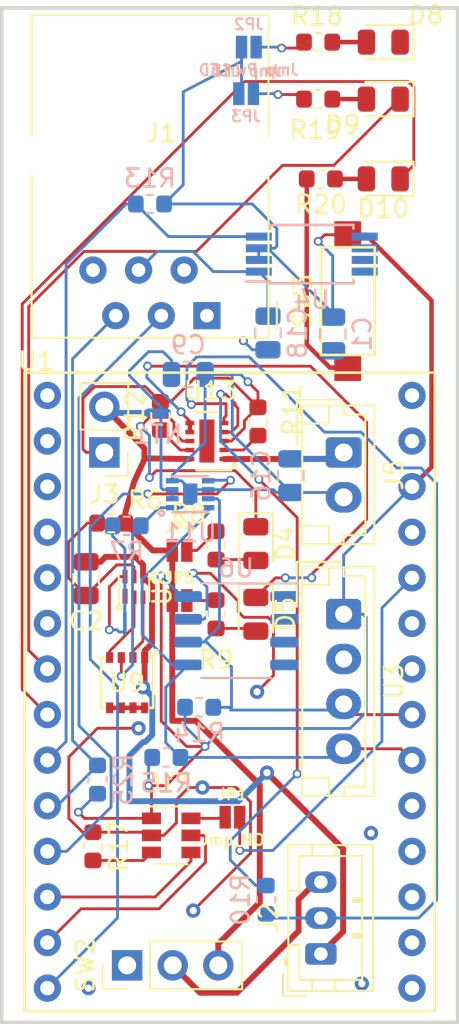
<source format=kicad_pcb>
(kicad_pcb (version 20171130) (host pcbnew "(5.0.1)-rc2")

  (general
    (thickness 1.6)
    (drawings 4)
    (tracks 446)
    (zones 0)
    (modules 47)
    (nets 68)
  )

  (page A4)
  (layers
    (0 F.Cu signal)
    (31 B.Cu signal)
    (32 B.Adhes user)
    (33 F.Adhes user)
    (34 B.Paste user)
    (35 F.Paste user)
    (36 B.SilkS user)
    (37 F.SilkS user)
    (38 B.Mask user)
    (39 F.Mask user)
    (40 Dwgs.User user)
    (41 Cmts.User user)
    (42 Eco1.User user)
    (43 Eco2.User user)
    (44 Edge.Cuts user)
    (45 Margin user)
    (46 B.CrtYd user)
    (47 F.CrtYd user)
    (48 B.Fab user)
    (49 F.Fab user hide)
  )

  (setup
    (last_trace_width 0.25)
    (trace_clearance 0.2)
    (zone_clearance 0.5)
    (zone_45_only no)
    (trace_min 0.127)
    (segment_width 0.2)
    (edge_width 0.15)
    (via_size 0.8)
    (via_drill 0.4)
    (via_min_size 0.45)
    (via_min_drill 0.3)
    (user_via 0.5 0.3)
    (uvia_size 0.3)
    (uvia_drill 0.1)
    (uvias_allowed no)
    (uvia_min_size 0.3)
    (uvia_min_drill 0.1)
    (pcb_text_width 0.3)
    (pcb_text_size 1.5 1.5)
    (mod_edge_width 0.15)
    (mod_text_size 1 1)
    (mod_text_width 0.15)
    (pad_size 0.6 0.6)
    (pad_drill 0.4)
    (pad_to_mask_clearance 0.051)
    (solder_mask_min_width 0.25)
    (aux_axis_origin 0 0)
    (visible_elements 7FFFFFFF)
    (pcbplotparams
      (layerselection 0x010fc_ffffffff)
      (usegerberextensions false)
      (usegerberattributes false)
      (usegerberadvancedattributes false)
      (creategerberjobfile false)
      (excludeedgelayer true)
      (linewidth 0.100000)
      (plotframeref false)
      (viasonmask false)
      (mode 1)
      (useauxorigin false)
      (hpglpennumber 1)
      (hpglpenspeed 20)
      (hpglpendiameter 15.000000)
      (psnegative false)
      (psa4output false)
      (plotreference true)
      (plotvalue true)
      (plotinvisibletext false)
      (padsonsilk false)
      (subtractmaskfromsilk false)
      (outputformat 1)
      (mirror false)
      (drillshape 0)
      (scaleselection 1)
      (outputdirectory "Gerber/"))
  )

  (net 0 "")
  (net 1 GND)
  (net 2 /Sheet5C1E5C91/Batt-)
  (net 3 "Net-(C2-Pad1)")
  (net 4 "Net-(D4-Pad2)")
  (net 5 "Net-(D4-Pad1)")
  (net 6 "Net-(D5-Pad1)")
  (net 7 "Net-(D5-Pad2)")
  (net 8 /ANE_Tx)
  (net 9 /ANE_Vcc)
  (net 10 /ANE_Pulse)
  (net 11 /Sheet5C1E5C91/NTC)
  (net 12 /RESET)
  (net 13 /Sheet5C1E5C91/Batt+)
  (net 14 "Net-(R7-Pad1)")
  (net 15 "Net-(R11-Pad1)")
  (net 16 "Net-(R12-Pad1)")
  (net 17 BATT_ALRT)
  (net 18 I2C_SDA)
  (net 19 I2C_SCL)
  (net 20 /ANE_Vcc_EN)
  (net 21 "Net-(U8-Pad2)")
  (net 22 "Net-(U8-Pad3)")
  (net 23 "Net-(U8-Pad6)")
  (net 24 "Net-(U9-Pad5)")
  (net 25 3V3)
  (net 26 /Sheet5C1E5C91/Solar+)
  (net 27 "Net-(D8-Pad2)")
  (net 28 "Net-(D9-Pad2)")
  (net 29 /GPLED1)
  (net 30 /GPLED2)
  (net 31 "Net-(D10-Pad2)")
  (net 32 "Net-(JP1-Pad1)")
  (net 33 "Net-(JP2-Pad1)")
  (net 34 "Net-(R17-Pad2)")
  (net 35 /DONE)
  (net 36 /WAKE)
  (net 37 /Sheet5C1E5C91/Batt_int)
  (net 38 /Sheet5C1E5C91/BattMon+)
  (net 39 /Sheet5C1E5C91/BattMon-)
  (net 40 "Net-(J1-Pad6)")
  (net 41 "Net-(J1-Pad1)")
  (net 42 "Net-(SW2-Pad1)")
  (net 43 "Net-(U4-Pad5)")
  (net 44 "Net-(U4-Pad6)")
  (net 45 "Net-(U4-Pad7)")
  (net 46 "Net-(U4-Pad8)")
  (net 47 "Net-(U8-Pad1)")
  (net 48 "Net-(R10-Pad1)")
  (net 49 "Net-(JP3-Pad2)")
  (net 50 "Net-(JP4-Pad2)")
  (net 51 "Net-(JP5-Pad2)")
  (net 52 "Net-(R20-Pad2)")
  (net 53 "Net-(U1-Pad1)")
  (net 54 "Net-(U1-Pad2)")
  (net 55 "Net-(U1-Pad3)")
  (net 56 "Net-(U1-Pad4)")
  (net 57 "Net-(U1-Pad5)")
  (net 58 "Net-(U1-Pad6)")
  (net 59 "Net-(U1-Pad15)")
  (net 60 "Net-(U1-Pad16)")
  (net 61 "Net-(U1-Pad17)")
  (net 62 "Net-(U1-Pad18)")
  (net 63 "Net-(U1-Pad19)")
  (net 64 "Net-(U1-Pad22)")
  (net 65 "Net-(U1-Pad23)")
  (net 66 "Net-(U1-Pad27)")
  (net 67 "Net-(U1-Pad28)")

  (net_class Default "This is the default net class."
    (clearance 0.2)
    (trace_width 0.25)
    (via_dia 0.8)
    (via_drill 0.4)
    (uvia_dia 0.3)
    (uvia_drill 0.1)
    (add_net "Net-(U9-Pad5)")
  )

  (net_class BattPwr ""
    (clearance 0.2)
    (trace_width 0.33)
    (via_dia 0.8)
    (via_drill 0.4)
    (uvia_dia 0.3)
    (uvia_drill 0.1)
    (add_net /Sheet5C1E5C91/Batt+)
    (add_net /Sheet5C1E5C91/Batt-)
    (add_net /Sheet5C1E5C91/Batt_int)
    (add_net /Sheet5C1E5C91/Solar+)
  )

  (net_class SmallSig ""
    (clearance 0.2)
    (trace_width 0.16)
    (via_dia 0.5)
    (via_drill 0.3)
    (uvia_dia 0.3)
    (uvia_drill 0.1)
    (add_net /ANE_Pulse)
    (add_net /ANE_Tx)
    (add_net /ANE_Vcc)
    (add_net /ANE_Vcc_EN)
    (add_net /DONE)
    (add_net /GPLED1)
    (add_net /GPLED2)
    (add_net /RESET)
    (add_net /Sheet5C1E5C91/BattMon+)
    (add_net /Sheet5C1E5C91/BattMon-)
    (add_net /Sheet5C1E5C91/NTC)
    (add_net /WAKE)
    (add_net 3V3)
    (add_net BATT_ALRT)
    (add_net GND)
    (add_net I2C_SCL)
    (add_net I2C_SDA)
    (add_net "Net-(C2-Pad1)")
    (add_net "Net-(D10-Pad2)")
    (add_net "Net-(D4-Pad1)")
    (add_net "Net-(D4-Pad2)")
    (add_net "Net-(D5-Pad1)")
    (add_net "Net-(D5-Pad2)")
    (add_net "Net-(D8-Pad2)")
    (add_net "Net-(D9-Pad2)")
    (add_net "Net-(J1-Pad1)")
    (add_net "Net-(J1-Pad6)")
    (add_net "Net-(JP1-Pad1)")
    (add_net "Net-(JP2-Pad1)")
    (add_net "Net-(JP3-Pad2)")
    (add_net "Net-(JP4-Pad2)")
    (add_net "Net-(JP5-Pad2)")
    (add_net "Net-(R10-Pad1)")
    (add_net "Net-(R11-Pad1)")
    (add_net "Net-(R12-Pad1)")
    (add_net "Net-(R17-Pad2)")
    (add_net "Net-(R20-Pad2)")
    (add_net "Net-(R7-Pad1)")
    (add_net "Net-(SW2-Pad1)")
    (add_net "Net-(U1-Pad1)")
    (add_net "Net-(U1-Pad15)")
    (add_net "Net-(U1-Pad16)")
    (add_net "Net-(U1-Pad17)")
    (add_net "Net-(U1-Pad18)")
    (add_net "Net-(U1-Pad19)")
    (add_net "Net-(U1-Pad2)")
    (add_net "Net-(U1-Pad22)")
    (add_net "Net-(U1-Pad23)")
    (add_net "Net-(U1-Pad27)")
    (add_net "Net-(U1-Pad28)")
    (add_net "Net-(U1-Pad3)")
    (add_net "Net-(U1-Pad4)")
    (add_net "Net-(U1-Pad5)")
    (add_net "Net-(U1-Pad6)")
    (add_net "Net-(U4-Pad5)")
    (add_net "Net-(U4-Pad6)")
    (add_net "Net-(U4-Pad7)")
    (add_net "Net-(U4-Pad8)")
    (add_net "Net-(U8-Pad1)")
    (add_net "Net-(U8-Pad2)")
    (add_net "Net-(U8-Pad3)")
    (add_net "Net-(U8-Pad6)")
  )

  (module Connector_JST:JST_EH_B04B-EH-A_1x04_P2.50mm_Vertical (layer F.Cu) (tedit 5B772AC7) (tstamp 5C87EA78)
    (at 111.76 85.845 270)
    (descr "JST EH series connector, B04B-EH-A (http://www.jst-mfg.com/product/pdf/eng/eEH.pdf), generated with kicad-footprint-generator")
    (tags "connector JST EH side entry")
    (path /5C1BD82E)
    (fp_text reference U3 (at 3.75 -2.8 270) (layer F.SilkS)
      (effects (font (size 1 1) (thickness 0.15)))
    )
    (fp_text value BME280 (at 3.75 3.4 270) (layer F.Fab)
      (effects (font (size 1 1) (thickness 0.15)))
    )
    (fp_line (start -2.5 -1.6) (end -2.5 2.2) (layer F.Fab) (width 0.1))
    (fp_line (start -2.5 2.2) (end 10 2.2) (layer F.Fab) (width 0.1))
    (fp_line (start 10 2.2) (end 10 -1.6) (layer F.Fab) (width 0.1))
    (fp_line (start 10 -1.6) (end -2.5 -1.6) (layer F.Fab) (width 0.1))
    (fp_line (start -3 -2.1) (end -3 2.7) (layer F.CrtYd) (width 0.05))
    (fp_line (start -3 2.7) (end 10.5 2.7) (layer F.CrtYd) (width 0.05))
    (fp_line (start 10.5 2.7) (end 10.5 -2.1) (layer F.CrtYd) (width 0.05))
    (fp_line (start 10.5 -2.1) (end -3 -2.1) (layer F.CrtYd) (width 0.05))
    (fp_line (start -2.61 -1.71) (end -2.61 2.31) (layer F.SilkS) (width 0.12))
    (fp_line (start -2.61 2.31) (end 10.11 2.31) (layer F.SilkS) (width 0.12))
    (fp_line (start 10.11 2.31) (end 10.11 -1.71) (layer F.SilkS) (width 0.12))
    (fp_line (start 10.11 -1.71) (end -2.61 -1.71) (layer F.SilkS) (width 0.12))
    (fp_line (start -2.61 0) (end -2.11 0) (layer F.SilkS) (width 0.12))
    (fp_line (start -2.11 0) (end -2.11 -1.21) (layer F.SilkS) (width 0.12))
    (fp_line (start -2.11 -1.21) (end 9.61 -1.21) (layer F.SilkS) (width 0.12))
    (fp_line (start 9.61 -1.21) (end 9.61 0) (layer F.SilkS) (width 0.12))
    (fp_line (start 9.61 0) (end 10.11 0) (layer F.SilkS) (width 0.12))
    (fp_line (start -2.61 0.81) (end -1.61 0.81) (layer F.SilkS) (width 0.12))
    (fp_line (start -1.61 0.81) (end -1.61 2.31) (layer F.SilkS) (width 0.12))
    (fp_line (start 10.11 0.81) (end 9.11 0.81) (layer F.SilkS) (width 0.12))
    (fp_line (start 9.11 0.81) (end 9.11 2.31) (layer F.SilkS) (width 0.12))
    (fp_line (start -2.91 0.11) (end -2.91 2.61) (layer F.SilkS) (width 0.12))
    (fp_line (start -2.91 2.61) (end -0.41 2.61) (layer F.SilkS) (width 0.12))
    (fp_line (start -2.91 0.11) (end -2.91 2.61) (layer F.Fab) (width 0.1))
    (fp_line (start -2.91 2.61) (end -0.41 2.61) (layer F.Fab) (width 0.1))
    (fp_text user %R (at 3.75 1.5 270) (layer F.Fab)
      (effects (font (size 1 1) (thickness 0.15)))
    )
    (pad 1 thru_hole roundrect (at 0 0 270) (size 1.7 1.95) (drill 0.95) (layers *.Cu *.Mask) (roundrect_rratio 0.147059)
      (net 25 3V3))
    (pad 2 thru_hole oval (at 2.5 0 270) (size 1.7 1.95) (drill 0.95) (layers *.Cu *.Mask)
      (net 1 GND))
    (pad 3 thru_hole oval (at 5 0 270) (size 1.7 1.95) (drill 0.95) (layers *.Cu *.Mask)
      (net 19 I2C_SCL))
    (pad 4 thru_hole oval (at 7.5 0 270) (size 1.7 1.95) (drill 0.95) (layers *.Cu *.Mask)
      (net 18 I2C_SDA))
    (model ${KISYS3DMOD}/Connector_JST.3dshapes/JST_EH_B04B-EH-A_1x04_P2.50mm_Vertical.wrl
      (at (xyz 0 0 0))
      (scale (xyz 1 1 1))
      (rotate (xyz 0 0 0))
    )
    (model ${KISYS3DMOD}/Connector_JST.3dshapes/JST_EH_B4B-EH-A_1x04_P2.50mm_Vertical.step
      (at (xyz 0 0 0))
      (scale (xyz 1 1 1))
      (rotate (xyz 0 0 0))
    )
  )

  (module Capacitor_SMD:C_0805_2012Metric (layer B.Cu) (tedit 5B36C52B) (tstamp 5C75FC07)
    (at 111.1504 70.2333 90)
    (descr "Capacitor SMD 0805 (2012 Metric), square (rectangular) end terminal, IPC_7351 nominal, (Body size source: https://docs.google.com/spreadsheets/d/1BsfQQcO9C6DZCsRaXUlFlo91Tg2WpOkGARC1WS5S8t0/edit?usp=sharing), generated with kicad-footprint-generator")
    (tags capacitor)
    (path /5C1AEA54)
    (attr smd)
    (fp_text reference C1 (at 0 1.65 90) (layer B.SilkS)
      (effects (font (size 1 1) (thickness 0.15)) (justify mirror))
    )
    (fp_text value 100nF (at 0 -1.65 90) (layer B.Fab)
      (effects (font (size 1 1) (thickness 0.15)) (justify mirror))
    )
    (fp_text user %R (at 0 0 90) (layer B.Fab)
      (effects (font (size 0.5 0.5) (thickness 0.08)) (justify mirror))
    )
    (fp_line (start 1.68 -0.95) (end -1.68 -0.95) (layer B.CrtYd) (width 0.05))
    (fp_line (start 1.68 0.95) (end 1.68 -0.95) (layer B.CrtYd) (width 0.05))
    (fp_line (start -1.68 0.95) (end 1.68 0.95) (layer B.CrtYd) (width 0.05))
    (fp_line (start -1.68 -0.95) (end -1.68 0.95) (layer B.CrtYd) (width 0.05))
    (fp_line (start -0.258578 -0.71) (end 0.258578 -0.71) (layer B.SilkS) (width 0.12))
    (fp_line (start -0.258578 0.71) (end 0.258578 0.71) (layer B.SilkS) (width 0.12))
    (fp_line (start 1 -0.6) (end -1 -0.6) (layer B.Fab) (width 0.1))
    (fp_line (start 1 0.6) (end 1 -0.6) (layer B.Fab) (width 0.1))
    (fp_line (start -1 0.6) (end 1 0.6) (layer B.Fab) (width 0.1))
    (fp_line (start -1 -0.6) (end -1 0.6) (layer B.Fab) (width 0.1))
    (pad 2 smd roundrect (at 0.9375 0 90) (size 0.975 1.4) (layers B.Cu B.Paste B.Mask) (roundrect_rratio 0.25)
      (net 25 3V3))
    (pad 1 smd roundrect (at -0.9375 0 90) (size 0.975 1.4) (layers B.Cu B.Paste B.Mask) (roundrect_rratio 0.25)
      (net 1 GND))
    (model ${KISYS3DMOD}/Capacitor_SMD.3dshapes/C_0805_2012Metric.wrl
      (at (xyz 0 0 0))
      (scale (xyz 1 1 1))
      (rotate (xyz 0 0 0))
    )
  )

  (module Capacitor_SMD:C_0805_2012Metric (layer F.Cu) (tedit 5B36C52B) (tstamp 5C75FC18)
    (at 97.409 83.8685 90)
    (descr "Capacitor SMD 0805 (2012 Metric), square (rectangular) end terminal, IPC_7351 nominal, (Body size source: https://docs.google.com/spreadsheets/d/1BsfQQcO9C6DZCsRaXUlFlo91Tg2WpOkGARC1WS5S8t0/edit?usp=sharing), generated with kicad-footprint-generator")
    (tags capacitor)
    (path /5C1E5C92/5C1F021C)
    (attr smd)
    (fp_text reference C2 (at -2.3645 0 180) (layer F.SilkS)
      (effects (font (size 1 1) (thickness 0.15)))
    )
    (fp_text value 0.1uF (at 0 1.65 90) (layer F.Fab)
      (effects (font (size 1 1) (thickness 0.15)))
    )
    (fp_text user %R (at 0 0 90) (layer F.Fab)
      (effects (font (size 0.5 0.5) (thickness 0.08)))
    )
    (fp_line (start 1.68 0.95) (end -1.68 0.95) (layer F.CrtYd) (width 0.05))
    (fp_line (start 1.68 -0.95) (end 1.68 0.95) (layer F.CrtYd) (width 0.05))
    (fp_line (start -1.68 -0.95) (end 1.68 -0.95) (layer F.CrtYd) (width 0.05))
    (fp_line (start -1.68 0.95) (end -1.68 -0.95) (layer F.CrtYd) (width 0.05))
    (fp_line (start -0.258578 0.71) (end 0.258578 0.71) (layer F.SilkS) (width 0.12))
    (fp_line (start -0.258578 -0.71) (end 0.258578 -0.71) (layer F.SilkS) (width 0.12))
    (fp_line (start 1 0.6) (end -1 0.6) (layer F.Fab) (width 0.1))
    (fp_line (start 1 -0.6) (end 1 0.6) (layer F.Fab) (width 0.1))
    (fp_line (start -1 -0.6) (end 1 -0.6) (layer F.Fab) (width 0.1))
    (fp_line (start -1 0.6) (end -1 -0.6) (layer F.Fab) (width 0.1))
    (pad 2 smd roundrect (at 0.9375 0 90) (size 0.975 1.4) (layers F.Cu F.Paste F.Mask) (roundrect_rratio 0.25)
      (net 2 /Sheet5C1E5C91/Batt-))
    (pad 1 smd roundrect (at -0.9375 0 90) (size 0.975 1.4) (layers F.Cu F.Paste F.Mask) (roundrect_rratio 0.25)
      (net 3 "Net-(C2-Pad1)"))
    (model ${KISYS3DMOD}/Capacitor_SMD.3dshapes/C_0805_2012Metric.wrl
      (at (xyz 0 0 0))
      (scale (xyz 1 1 1))
      (rotate (xyz 0 0 0))
    )
  )

  (module Capacitor_SMD:C_0805_2012Metric (layer B.Cu) (tedit 5B36C52B) (tstamp 5C75FC5C)
    (at 103.1009 72.4916 180)
    (descr "Capacitor SMD 0805 (2012 Metric), square (rectangular) end terminal, IPC_7351 nominal, (Body size source: https://docs.google.com/spreadsheets/d/1BsfQQcO9C6DZCsRaXUlFlo91Tg2WpOkGARC1WS5S8t0/edit?usp=sharing), generated with kicad-footprint-generator")
    (tags capacitor)
    (path /5C1E5C92/5C1F9204)
    (attr smd)
    (fp_text reference C9 (at 0 1.65 180) (layer B.SilkS)
      (effects (font (size 1 1) (thickness 0.15)) (justify mirror))
    )
    (fp_text value 0.1uF (at 0 -1.65 180) (layer B.Fab)
      (effects (font (size 1 1) (thickness 0.15)) (justify mirror))
    )
    (fp_text user %R (at 0 0 180) (layer B.Fab)
      (effects (font (size 0.5 0.5) (thickness 0.08)) (justify mirror))
    )
    (fp_line (start 1.68 -0.95) (end -1.68 -0.95) (layer B.CrtYd) (width 0.05))
    (fp_line (start 1.68 0.95) (end 1.68 -0.95) (layer B.CrtYd) (width 0.05))
    (fp_line (start -1.68 0.95) (end 1.68 0.95) (layer B.CrtYd) (width 0.05))
    (fp_line (start -1.68 -0.95) (end -1.68 0.95) (layer B.CrtYd) (width 0.05))
    (fp_line (start -0.258578 -0.71) (end 0.258578 -0.71) (layer B.SilkS) (width 0.12))
    (fp_line (start -0.258578 0.71) (end 0.258578 0.71) (layer B.SilkS) (width 0.12))
    (fp_line (start 1 -0.6) (end -1 -0.6) (layer B.Fab) (width 0.1))
    (fp_line (start 1 0.6) (end 1 -0.6) (layer B.Fab) (width 0.1))
    (fp_line (start -1 0.6) (end 1 0.6) (layer B.Fab) (width 0.1))
    (fp_line (start -1 -0.6) (end -1 0.6) (layer B.Fab) (width 0.1))
    (pad 2 smd roundrect (at 0.9375 0 180) (size 0.975 1.4) (layers B.Cu B.Paste B.Mask) (roundrect_rratio 0.25)
      (net 38 /Sheet5C1E5C91/BattMon+))
    (pad 1 smd roundrect (at -0.9375 0 180) (size 0.975 1.4) (layers B.Cu B.Paste B.Mask) (roundrect_rratio 0.25)
      (net 39 /Sheet5C1E5C91/BattMon-))
    (model ${KISYS3DMOD}/Capacitor_SMD.3dshapes/C_0805_2012Metric.wrl
      (at (xyz 0 0 0))
      (scale (xyz 1 1 1))
      (rotate (xyz 0 0 0))
    )
  )

  (module Capacitor_SMD:C_0805_2012Metric (layer B.Cu) (tedit 5B36C52B) (tstamp 5C75FC7E)
    (at 108.8136 78.1304 270)
    (descr "Capacitor SMD 0805 (2012 Metric), square (rectangular) end terminal, IPC_7351 nominal, (Body size source: https://docs.google.com/spreadsheets/d/1BsfQQcO9C6DZCsRaXUlFlo91Tg2WpOkGARC1WS5S8t0/edit?usp=sharing), generated with kicad-footprint-generator")
    (tags capacitor)
    (path /5C1E5C92/5C1F6717)
    (attr smd)
    (fp_text reference C16 (at 0 1.65 270) (layer B.SilkS)
      (effects (font (size 1 1) (thickness 0.15)) (justify mirror))
    )
    (fp_text value 0.1uF (at 0 -1.65 270) (layer B.Fab)
      (effects (font (size 1 1) (thickness 0.15)) (justify mirror))
    )
    (fp_line (start -1 -0.6) (end -1 0.6) (layer B.Fab) (width 0.1))
    (fp_line (start -1 0.6) (end 1 0.6) (layer B.Fab) (width 0.1))
    (fp_line (start 1 0.6) (end 1 -0.6) (layer B.Fab) (width 0.1))
    (fp_line (start 1 -0.6) (end -1 -0.6) (layer B.Fab) (width 0.1))
    (fp_line (start -0.258578 0.71) (end 0.258578 0.71) (layer B.SilkS) (width 0.12))
    (fp_line (start -0.258578 -0.71) (end 0.258578 -0.71) (layer B.SilkS) (width 0.12))
    (fp_line (start -1.68 -0.95) (end -1.68 0.95) (layer B.CrtYd) (width 0.05))
    (fp_line (start -1.68 0.95) (end 1.68 0.95) (layer B.CrtYd) (width 0.05))
    (fp_line (start 1.68 0.95) (end 1.68 -0.95) (layer B.CrtYd) (width 0.05))
    (fp_line (start 1.68 -0.95) (end -1.68 -0.95) (layer B.CrtYd) (width 0.05))
    (fp_text user %R (at 0 0 270) (layer B.Fab)
      (effects (font (size 0.5 0.5) (thickness 0.08)) (justify mirror))
    )
    (pad 1 smd roundrect (at -0.9375 0 270) (size 0.975 1.4) (layers B.Cu B.Paste B.Mask) (roundrect_rratio 0.25)
      (net 26 /Sheet5C1E5C91/Solar+))
    (pad 2 smd roundrect (at 0.9375 0 270) (size 0.975 1.4) (layers B.Cu B.Paste B.Mask) (roundrect_rratio 0.25)
      (net 39 /Sheet5C1E5C91/BattMon-))
    (model ${KISYS3DMOD}/Capacitor_SMD.3dshapes/C_0805_2012Metric.wrl
      (at (xyz 0 0 0))
      (scale (xyz 1 1 1))
      (rotate (xyz 0 0 0))
    )
  )

  (module Capacitor_SMD:C_0805_2012Metric (layer B.Cu) (tedit 5B36C52B) (tstamp 5C75FC8F)
    (at 107.5436 70.1779 90)
    (descr "Capacitor SMD 0805 (2012 Metric), square (rectangular) end terminal, IPC_7351 nominal, (Body size source: https://docs.google.com/spreadsheets/d/1BsfQQcO9C6DZCsRaXUlFlo91Tg2WpOkGARC1WS5S8t0/edit?usp=sharing), generated with kicad-footprint-generator")
    (tags capacitor)
    (path /5C481E4E)
    (attr smd)
    (fp_text reference C18 (at 0 1.65 90) (layer B.SilkS)
      (effects (font (size 1 1) (thickness 0.15)) (justify mirror))
    )
    (fp_text value 100nF (at 0 -1.65 90) (layer B.Fab)
      (effects (font (size 1 1) (thickness 0.15)) (justify mirror))
    )
    (fp_line (start -1 -0.6) (end -1 0.6) (layer B.Fab) (width 0.1))
    (fp_line (start -1 0.6) (end 1 0.6) (layer B.Fab) (width 0.1))
    (fp_line (start 1 0.6) (end 1 -0.6) (layer B.Fab) (width 0.1))
    (fp_line (start 1 -0.6) (end -1 -0.6) (layer B.Fab) (width 0.1))
    (fp_line (start -0.258578 0.71) (end 0.258578 0.71) (layer B.SilkS) (width 0.12))
    (fp_line (start -0.258578 -0.71) (end 0.258578 -0.71) (layer B.SilkS) (width 0.12))
    (fp_line (start -1.68 -0.95) (end -1.68 0.95) (layer B.CrtYd) (width 0.05))
    (fp_line (start -1.68 0.95) (end 1.68 0.95) (layer B.CrtYd) (width 0.05))
    (fp_line (start 1.68 0.95) (end 1.68 -0.95) (layer B.CrtYd) (width 0.05))
    (fp_line (start 1.68 -0.95) (end -1.68 -0.95) (layer B.CrtYd) (width 0.05))
    (fp_text user %R (at 0 0 90) (layer B.Fab)
      (effects (font (size 0.5 0.5) (thickness 0.08)) (justify mirror))
    )
    (pad 1 smd roundrect (at -0.9375 0 90) (size 0.975 1.4) (layers B.Cu B.Paste B.Mask) (roundrect_rratio 0.25)
      (net 1 GND))
    (pad 2 smd roundrect (at 0.9375 0 90) (size 0.975 1.4) (layers B.Cu B.Paste B.Mask) (roundrect_rratio 0.25)
      (net 9 /ANE_Vcc))
    (model ${KISYS3DMOD}/Capacitor_SMD.3dshapes/C_0805_2012Metric.wrl
      (at (xyz 0 0 0))
      (scale (xyz 1 1 1))
      (rotate (xyz 0 0 0))
    )
  )

  (module LED_SMD:LED_0805_2012Metric (layer F.Cu) (tedit 5B36C52C) (tstamp 5C75FCA2)
    (at 106.867999 81.915 270)
    (descr "LED SMD 0805 (2012 Metric), square (rectangular) end terminal, IPC_7351 nominal, (Body size source: https://docs.google.com/spreadsheets/d/1BsfQQcO9C6DZCsRaXUlFlo91Tg2WpOkGARC1WS5S8t0/edit?usp=sharing), generated with kicad-footprint-generator")
    (tags diode)
    (path /5C1E5C92/5C1F34EC)
    (attr smd)
    (fp_text reference D4 (at 0 -1.65 270) (layer F.SilkS)
      (effects (font (size 1 1) (thickness 0.15)))
    )
    (fp_text value LED (at 0 1.65 270) (layer F.Fab)
      (effects (font (size 1 1) (thickness 0.15)))
    )
    (fp_line (start 1 -0.6) (end -0.7 -0.6) (layer F.Fab) (width 0.1))
    (fp_line (start -0.7 -0.6) (end -1 -0.3) (layer F.Fab) (width 0.1))
    (fp_line (start -1 -0.3) (end -1 0.6) (layer F.Fab) (width 0.1))
    (fp_line (start -1 0.6) (end 1 0.6) (layer F.Fab) (width 0.1))
    (fp_line (start 1 0.6) (end 1 -0.6) (layer F.Fab) (width 0.1))
    (fp_line (start 1 -0.96) (end -1.685 -0.96) (layer F.SilkS) (width 0.12))
    (fp_line (start -1.685 -0.96) (end -1.685 0.96) (layer F.SilkS) (width 0.12))
    (fp_line (start -1.685 0.96) (end 1 0.96) (layer F.SilkS) (width 0.12))
    (fp_line (start -1.68 0.95) (end -1.68 -0.95) (layer F.CrtYd) (width 0.05))
    (fp_line (start -1.68 -0.95) (end 1.68 -0.95) (layer F.CrtYd) (width 0.05))
    (fp_line (start 1.68 -0.95) (end 1.68 0.95) (layer F.CrtYd) (width 0.05))
    (fp_line (start 1.68 0.95) (end -1.68 0.95) (layer F.CrtYd) (width 0.05))
    (fp_text user %R (at 0 0 270) (layer F.Fab)
      (effects (font (size 0.5 0.5) (thickness 0.08)))
    )
    (pad 1 smd roundrect (at -0.9375 0 270) (size 0.975 1.4) (layers F.Cu F.Paste F.Mask) (roundrect_rratio 0.25)
      (net 5 "Net-(D4-Pad1)"))
    (pad 2 smd roundrect (at 0.9375 0 270) (size 0.975 1.4) (layers F.Cu F.Paste F.Mask) (roundrect_rratio 0.25)
      (net 4 "Net-(D4-Pad2)"))
    (model ${KISYS3DMOD}/LED_SMD.3dshapes/LED_0805_2012Metric.wrl
      (at (xyz 0 0 0))
      (scale (xyz 1 1 1))
      (rotate (xyz 0 0 0))
    )
  )

  (module LED_SMD:LED_0805_2012Metric (layer F.Cu) (tedit 5B36C52C) (tstamp 5C75FCB5)
    (at 106.867999 85.852 270)
    (descr "LED SMD 0805 (2012 Metric), square (rectangular) end terminal, IPC_7351 nominal, (Body size source: https://docs.google.com/spreadsheets/d/1BsfQQcO9C6DZCsRaXUlFlo91Tg2WpOkGARC1WS5S8t0/edit?usp=sharing), generated with kicad-footprint-generator")
    (tags diode)
    (path /5C1E5C92/5C1F35B8)
    (attr smd)
    (fp_text reference D5 (at 0 -1.65 270) (layer F.SilkS)
      (effects (font (size 1 1) (thickness 0.15)))
    )
    (fp_text value LED (at 0 1.65 270) (layer F.Fab)
      (effects (font (size 1 1) (thickness 0.15)))
    )
    (fp_line (start 1 -0.6) (end -0.7 -0.6) (layer F.Fab) (width 0.1))
    (fp_line (start -0.7 -0.6) (end -1 -0.3) (layer F.Fab) (width 0.1))
    (fp_line (start -1 -0.3) (end -1 0.6) (layer F.Fab) (width 0.1))
    (fp_line (start -1 0.6) (end 1 0.6) (layer F.Fab) (width 0.1))
    (fp_line (start 1 0.6) (end 1 -0.6) (layer F.Fab) (width 0.1))
    (fp_line (start 1 -0.96) (end -1.685 -0.96) (layer F.SilkS) (width 0.12))
    (fp_line (start -1.685 -0.96) (end -1.685 0.96) (layer F.SilkS) (width 0.12))
    (fp_line (start -1.685 0.96) (end 1 0.96) (layer F.SilkS) (width 0.12))
    (fp_line (start -1.68 0.95) (end -1.68 -0.95) (layer F.CrtYd) (width 0.05))
    (fp_line (start -1.68 -0.95) (end 1.68 -0.95) (layer F.CrtYd) (width 0.05))
    (fp_line (start 1.68 -0.95) (end 1.68 0.95) (layer F.CrtYd) (width 0.05))
    (fp_line (start 1.68 0.95) (end -1.68 0.95) (layer F.CrtYd) (width 0.05))
    (fp_text user %R (at 0 0 270) (layer F.Fab)
      (effects (font (size 0.5 0.5) (thickness 0.08)))
    )
    (pad 1 smd roundrect (at -0.9375 0 270) (size 0.975 1.4) (layers F.Cu F.Paste F.Mask) (roundrect_rratio 0.25)
      (net 6 "Net-(D5-Pad1)"))
    (pad 2 smd roundrect (at 0.9375 0 270) (size 0.975 1.4) (layers F.Cu F.Paste F.Mask) (roundrect_rratio 0.25)
      (net 7 "Net-(D5-Pad2)"))
    (model ${KISYS3DMOD}/LED_SMD.3dshapes/LED_0805_2012Metric.wrl
      (at (xyz 0 0 0))
      (scale (xyz 1 1 1))
      (rotate (xyz 0 0 0))
    )
  )

  (module LED_SMD:LED_0805_2012Metric (layer F.Cu) (tedit 5B36C52C) (tstamp 5C75FCC8)
    (at 113.9675 53.975 180)
    (descr "LED SMD 0805 (2012 Metric), square (rectangular) end terminal, IPC_7351 nominal, (Body size source: https://docs.google.com/spreadsheets/d/1BsfQQcO9C6DZCsRaXUlFlo91Tg2WpOkGARC1WS5S8t0/edit?usp=sharing), generated with kicad-footprint-generator")
    (tags diode)
    (path /5C40D871)
    (attr smd)
    (fp_text reference D8 (at -2.3645 1.4986 180) (layer F.SilkS)
      (effects (font (size 1 1) (thickness 0.15)))
    )
    (fp_text value "3V3 OK" (at 0 1.65 180) (layer F.Fab)
      (effects (font (size 1 1) (thickness 0.15)))
    )
    (fp_text user %R (at 0 0 180) (layer F.Fab)
      (effects (font (size 0.5 0.5) (thickness 0.08)))
    )
    (fp_line (start 1.68 0.95) (end -1.68 0.95) (layer F.CrtYd) (width 0.05))
    (fp_line (start 1.68 -0.95) (end 1.68 0.95) (layer F.CrtYd) (width 0.05))
    (fp_line (start -1.68 -0.95) (end 1.68 -0.95) (layer F.CrtYd) (width 0.05))
    (fp_line (start -1.68 0.95) (end -1.68 -0.95) (layer F.CrtYd) (width 0.05))
    (fp_line (start -1.685 0.96) (end 1 0.96) (layer F.SilkS) (width 0.12))
    (fp_line (start -1.685 -0.96) (end -1.685 0.96) (layer F.SilkS) (width 0.12))
    (fp_line (start 1 -0.96) (end -1.685 -0.96) (layer F.SilkS) (width 0.12))
    (fp_line (start 1 0.6) (end 1 -0.6) (layer F.Fab) (width 0.1))
    (fp_line (start -1 0.6) (end 1 0.6) (layer F.Fab) (width 0.1))
    (fp_line (start -1 -0.3) (end -1 0.6) (layer F.Fab) (width 0.1))
    (fp_line (start -0.7 -0.6) (end -1 -0.3) (layer F.Fab) (width 0.1))
    (fp_line (start 1 -0.6) (end -0.7 -0.6) (layer F.Fab) (width 0.1))
    (pad 2 smd roundrect (at 0.9375 0 180) (size 0.975 1.4) (layers F.Cu F.Paste F.Mask) (roundrect_rratio 0.25)
      (net 27 "Net-(D8-Pad2)"))
    (pad 1 smd roundrect (at -0.9375 0 180) (size 0.975 1.4) (layers F.Cu F.Paste F.Mask) (roundrect_rratio 0.25)
      (net 1 GND))
    (model ${KISYS3DMOD}/LED_SMD.3dshapes/LED_0805_2012Metric.wrl
      (at (xyz 0 0 0))
      (scale (xyz 1 1 1))
      (rotate (xyz 0 0 0))
    )
  )

  (module LED_SMD:LED_0805_2012Metric (layer F.Cu) (tedit 5B36C52C) (tstamp 5C75FCDB)
    (at 113.9675 57.15 180)
    (descr "LED SMD 0805 (2012 Metric), square (rectangular) end terminal, IPC_7351 nominal, (Body size source: https://docs.google.com/spreadsheets/d/1BsfQQcO9C6DZCsRaXUlFlo91Tg2WpOkGARC1WS5S8t0/edit?usp=sharing), generated with kicad-footprint-generator")
    (tags diode)
    (path /5C40E9E4)
    (attr smd)
    (fp_text reference D9 (at 2.2629 -1.4224 180) (layer F.SilkS)
      (effects (font (size 1 1) (thickness 0.15)))
    )
    (fp_text value GPLED (at 0 1.65 180) (layer F.Fab)
      (effects (font (size 1 1) (thickness 0.15)))
    )
    (fp_text user %R (at 0 0 180) (layer F.Fab)
      (effects (font (size 0.5 0.5) (thickness 0.08)))
    )
    (fp_line (start 1.68 0.95) (end -1.68 0.95) (layer F.CrtYd) (width 0.05))
    (fp_line (start 1.68 -0.95) (end 1.68 0.95) (layer F.CrtYd) (width 0.05))
    (fp_line (start -1.68 -0.95) (end 1.68 -0.95) (layer F.CrtYd) (width 0.05))
    (fp_line (start -1.68 0.95) (end -1.68 -0.95) (layer F.CrtYd) (width 0.05))
    (fp_line (start -1.685 0.96) (end 1 0.96) (layer F.SilkS) (width 0.12))
    (fp_line (start -1.685 -0.96) (end -1.685 0.96) (layer F.SilkS) (width 0.12))
    (fp_line (start 1 -0.96) (end -1.685 -0.96) (layer F.SilkS) (width 0.12))
    (fp_line (start 1 0.6) (end 1 -0.6) (layer F.Fab) (width 0.1))
    (fp_line (start -1 0.6) (end 1 0.6) (layer F.Fab) (width 0.1))
    (fp_line (start -1 -0.3) (end -1 0.6) (layer F.Fab) (width 0.1))
    (fp_line (start -0.7 -0.6) (end -1 -0.3) (layer F.Fab) (width 0.1))
    (fp_line (start 1 -0.6) (end -0.7 -0.6) (layer F.Fab) (width 0.1))
    (pad 2 smd roundrect (at 0.9375 0 180) (size 0.975 1.4) (layers F.Cu F.Paste F.Mask) (roundrect_rratio 0.25)
      (net 28 "Net-(D9-Pad2)"))
    (pad 1 smd roundrect (at -0.9375 0 180) (size 0.975 1.4) (layers F.Cu F.Paste F.Mask) (roundrect_rratio 0.25)
      (net 29 /GPLED1))
    (model ${KISYS3DMOD}/LED_SMD.3dshapes/LED_0805_2012Metric.wrl
      (at (xyz 0 0 0))
      (scale (xyz 1 1 1))
      (rotate (xyz 0 0 0))
    )
  )

  (module LED_SMD:LED_0805_2012Metric (layer F.Cu) (tedit 5B36C52C) (tstamp 5C843B74)
    (at 113.9675 61.595 180)
    (descr "LED SMD 0805 (2012 Metric), square (rectangular) end terminal, IPC_7351 nominal, (Body size source: https://docs.google.com/spreadsheets/d/1BsfQQcO9C6DZCsRaXUlFlo91Tg2WpOkGARC1WS5S8t0/edit?usp=sharing), generated with kicad-footprint-generator")
    (tags diode)
    (path /5C41155E)
    (attr smd)
    (fp_text reference D10 (at 0 -1.65 180) (layer F.SilkS)
      (effects (font (size 1 1) (thickness 0.15)))
    )
    (fp_text value GPLED (at 0 1.65 180) (layer F.Fab)
      (effects (font (size 1 1) (thickness 0.15)))
    )
    (fp_line (start 1 -0.6) (end -0.7 -0.6) (layer F.Fab) (width 0.1))
    (fp_line (start -0.7 -0.6) (end -1 -0.3) (layer F.Fab) (width 0.1))
    (fp_line (start -1 -0.3) (end -1 0.6) (layer F.Fab) (width 0.1))
    (fp_line (start -1 0.6) (end 1 0.6) (layer F.Fab) (width 0.1))
    (fp_line (start 1 0.6) (end 1 -0.6) (layer F.Fab) (width 0.1))
    (fp_line (start 1 -0.96) (end -1.685 -0.96) (layer F.SilkS) (width 0.12))
    (fp_line (start -1.685 -0.96) (end -1.685 0.96) (layer F.SilkS) (width 0.12))
    (fp_line (start -1.685 0.96) (end 1 0.96) (layer F.SilkS) (width 0.12))
    (fp_line (start -1.68 0.95) (end -1.68 -0.95) (layer F.CrtYd) (width 0.05))
    (fp_line (start -1.68 -0.95) (end 1.68 -0.95) (layer F.CrtYd) (width 0.05))
    (fp_line (start 1.68 -0.95) (end 1.68 0.95) (layer F.CrtYd) (width 0.05))
    (fp_line (start 1.68 0.95) (end -1.68 0.95) (layer F.CrtYd) (width 0.05))
    (fp_text user %R (at 0 0 180) (layer F.Fab)
      (effects (font (size 0.5 0.5) (thickness 0.08)))
    )
    (pad 1 smd roundrect (at -0.9375 0 180) (size 0.975 1.4) (layers F.Cu F.Paste F.Mask) (roundrect_rratio 0.25)
      (net 30 /GPLED2))
    (pad 2 smd roundrect (at 0.9375 0 180) (size 0.975 1.4) (layers F.Cu F.Paste F.Mask) (roundrect_rratio 0.25)
      (net 31 "Net-(D10-Pad2)"))
    (model ${KISYS3DMOD}/LED_SMD.3dshapes/LED_0805_2012Metric.wrl
      (at (xyz 0 0 0))
      (scale (xyz 1 1 1))
      (rotate (xyz 0 0 0))
    )
  )

  (module Connector_RJ:RJ12_Amphenol_54601 (layer F.Cu) (tedit 5AE2E32D) (tstamp 5C75FD10)
    (at 104.14 69.215 180)
    (descr "RJ12 connector  https://cdn.amphenol-icc.com/media/wysiwyg/files/drawing/c-bmj-0082.pdf")
    (tags "RJ12 connector")
    (path /5C1A7120)
    (fp_text reference J1 (at 2.54 10.16 180) (layer F.SilkS)
      (effects (font (size 1 1) (thickness 0.15)))
    )
    (fp_text value RJ12 (at 3.54 18.3 180) (layer F.Fab)
      (effects (font (size 1 1) (thickness 0.15)))
    )
    (fp_line (start -3.43 -0.48) (end -3.43 -1.23) (layer F.Fab) (width 0.1))
    (fp_line (start -2.93 0.02) (end -3.43 -0.48) (layer F.Fab) (width 0.1))
    (fp_line (start -3.43 0.52) (end -2.93 0.02) (layer F.Fab) (width 0.1))
    (fp_line (start -3.9 0.77) (end -3.9 -0.76) (layer F.SilkS) (width 0.12))
    (fp_line (start -3.43 7.79) (end -3.43 -1.23) (layer F.SilkS) (width 0.12))
    (fp_line (start -3.43 7.72) (end -3.43 7.79) (layer F.SilkS) (width 0.1))
    (fp_line (start -3.43 16.77) (end -3.43 9.99) (layer F.SilkS) (width 0.12))
    (fp_line (start 9.77 16.77) (end -3.43 16.77) (layer F.SilkS) (width 0.12))
    (fp_line (start 9.77 16.76) (end 9.77 16.77) (layer F.SilkS) (width 0.1))
    (fp_line (start 9.77 16.77) (end 9.77 9.99) (layer F.SilkS) (width 0.12))
    (fp_line (start 9.77 16.65) (end 9.77 16.77) (layer F.SilkS) (width 0.1))
    (fp_line (start 9.77 -1.23) (end 9.77 7.79) (layer F.SilkS) (width 0.12))
    (fp_line (start -3.43 -1.23) (end 9.77 -1.23) (layer F.SilkS) (width 0.12))
    (fp_line (start -4.04 17.27) (end -4.04 -1.73) (layer F.CrtYd) (width 0.05))
    (fp_line (start 10.38 17.27) (end -4.04 17.27) (layer F.CrtYd) (width 0.05))
    (fp_line (start 10.38 -1.73) (end 10.38 17.27) (layer F.CrtYd) (width 0.05))
    (fp_line (start -4.04 -1.73) (end 10.38 -1.73) (layer F.CrtYd) (width 0.05))
    (fp_line (start 9.77 16.77) (end -3.43 16.77) (layer F.Fab) (width 0.1))
    (fp_line (start 9.77 -1.23) (end 9.77 16.77) (layer F.Fab) (width 0.1))
    (fp_line (start -3.43 -1.23) (end 9.77 -1.23) (layer F.Fab) (width 0.1))
    (fp_line (start -3.43 16.77) (end -3.43 0.52) (layer F.Fab) (width 0.1))
    (fp_text user %R (at 3.16 7.76 180) (layer F.Fab)
      (effects (font (size 1 1) (thickness 0.15)))
    )
    (pad "" np_thru_hole circle (at 8.25 8.89 180) (size 3.25 3.25) (drill 3.25) (layers *.Cu *.Mask))
    (pad 6 thru_hole circle (at 6.35 2.54 180) (size 1.52 1.52) (drill 0.76) (layers *.Cu *.Mask)
      (net 40 "Net-(J1-Pad6)"))
    (pad 5 thru_hole circle (at 5.08 0 180) (size 1.52 1.52) (drill 0.76) (layers *.Cu *.Mask)
      (net 8 /ANE_Tx))
    (pad 4 thru_hole circle (at 3.81 2.54 180) (size 1.52 1.52) (drill 0.76) (layers *.Cu *.Mask)
      (net 9 /ANE_Vcc))
    (pad 3 thru_hole circle (at 2.54 0 180) (size 1.52 1.52) (drill 0.76) (layers *.Cu *.Mask)
      (net 10 /ANE_Pulse))
    (pad 2 thru_hole circle (at 1.27 2.54 180) (size 1.52 1.52) (drill 0.76) (layers *.Cu *.Mask)
      (net 1 GND))
    (pad "" np_thru_hole circle (at -1.91 8.89 180) (size 3.25 3.25) (drill 3.25) (layers *.Cu *.Mask))
    (pad 1 thru_hole rect (at 0 0 180) (size 1.52 1.52) (drill 0.76) (layers *.Cu *.Mask)
      (net 41 "Net-(J1-Pad1)"))
    (model ${KISYS3DMOD}/Connector_RJ.3dshapes/RJ12_Amphenol_54601.wrl
      (at (xyz 0 0 0))
      (scale (xyz 1 1 1))
      (rotate (xyz 0 0 0))
    )
    (model :Custom:54601-906002WPLFc.stp
      (offset (xyz 3.25 -16.75 0))
      (scale (xyz 1 1 1))
      (rotate (xyz -90 0 0))
    )
  )

  (module Connector_JST:JST_PH_B3B-PH-K_1x03_P2.00mm_Vertical (layer F.Cu) (tedit 5B7745C2) (tstamp 5C75FD3F)
    (at 110.49 104.775 90)
    (descr "JST PH series connector, B3B-PH-K (http://www.jst-mfg.com/product/pdf/eng/ePH.pdf), generated with kicad-footprint-generator")
    (tags "connector JST PH side entry")
    (path /5C1E5C92/5C26230A)
    (fp_text reference J2 (at 2 -2.9 90) (layer F.SilkS)
      (effects (font (size 1 1) (thickness 0.15)))
    )
    (fp_text value Conn_01x03 (at 2 4 90) (layer F.Fab)
      (effects (font (size 1 1) (thickness 0.15)))
    )
    (fp_line (start -2.06 -1.81) (end -2.06 2.91) (layer F.SilkS) (width 0.12))
    (fp_line (start -2.06 2.91) (end 6.06 2.91) (layer F.SilkS) (width 0.12))
    (fp_line (start 6.06 2.91) (end 6.06 -1.81) (layer F.SilkS) (width 0.12))
    (fp_line (start 6.06 -1.81) (end -2.06 -1.81) (layer F.SilkS) (width 0.12))
    (fp_line (start -0.3 -1.81) (end -0.3 -2.01) (layer F.SilkS) (width 0.12))
    (fp_line (start -0.3 -2.01) (end -0.6 -2.01) (layer F.SilkS) (width 0.12))
    (fp_line (start -0.6 -2.01) (end -0.6 -1.81) (layer F.SilkS) (width 0.12))
    (fp_line (start -0.3 -1.91) (end -0.6 -1.91) (layer F.SilkS) (width 0.12))
    (fp_line (start 0.5 -1.81) (end 0.5 -1.2) (layer F.SilkS) (width 0.12))
    (fp_line (start 0.5 -1.2) (end -1.45 -1.2) (layer F.SilkS) (width 0.12))
    (fp_line (start -1.45 -1.2) (end -1.45 2.3) (layer F.SilkS) (width 0.12))
    (fp_line (start -1.45 2.3) (end 5.45 2.3) (layer F.SilkS) (width 0.12))
    (fp_line (start 5.45 2.3) (end 5.45 -1.2) (layer F.SilkS) (width 0.12))
    (fp_line (start 5.45 -1.2) (end 3.5 -1.2) (layer F.SilkS) (width 0.12))
    (fp_line (start 3.5 -1.2) (end 3.5 -1.81) (layer F.SilkS) (width 0.12))
    (fp_line (start -2.06 -0.5) (end -1.45 -0.5) (layer F.SilkS) (width 0.12))
    (fp_line (start -2.06 0.8) (end -1.45 0.8) (layer F.SilkS) (width 0.12))
    (fp_line (start 6.06 -0.5) (end 5.45 -0.5) (layer F.SilkS) (width 0.12))
    (fp_line (start 6.06 0.8) (end 5.45 0.8) (layer F.SilkS) (width 0.12))
    (fp_line (start 0.9 2.3) (end 0.9 1.8) (layer F.SilkS) (width 0.12))
    (fp_line (start 0.9 1.8) (end 1.1 1.8) (layer F.SilkS) (width 0.12))
    (fp_line (start 1.1 1.8) (end 1.1 2.3) (layer F.SilkS) (width 0.12))
    (fp_line (start 1 2.3) (end 1 1.8) (layer F.SilkS) (width 0.12))
    (fp_line (start 2.9 2.3) (end 2.9 1.8) (layer F.SilkS) (width 0.12))
    (fp_line (start 2.9 1.8) (end 3.1 1.8) (layer F.SilkS) (width 0.12))
    (fp_line (start 3.1 1.8) (end 3.1 2.3) (layer F.SilkS) (width 0.12))
    (fp_line (start 3 2.3) (end 3 1.8) (layer F.SilkS) (width 0.12))
    (fp_line (start -1.11 -2.11) (end -2.36 -2.11) (layer F.SilkS) (width 0.12))
    (fp_line (start -2.36 -2.11) (end -2.36 -0.86) (layer F.SilkS) (width 0.12))
    (fp_line (start -1.11 -2.11) (end -2.36 -2.11) (layer F.Fab) (width 0.1))
    (fp_line (start -2.36 -2.11) (end -2.36 -0.86) (layer F.Fab) (width 0.1))
    (fp_line (start -1.95 -1.7) (end -1.95 2.8) (layer F.Fab) (width 0.1))
    (fp_line (start -1.95 2.8) (end 5.95 2.8) (layer F.Fab) (width 0.1))
    (fp_line (start 5.95 2.8) (end 5.95 -1.7) (layer F.Fab) (width 0.1))
    (fp_line (start 5.95 -1.7) (end -1.95 -1.7) (layer F.Fab) (width 0.1))
    (fp_line (start -2.45 -2.2) (end -2.45 3.3) (layer F.CrtYd) (width 0.05))
    (fp_line (start -2.45 3.3) (end 6.45 3.3) (layer F.CrtYd) (width 0.05))
    (fp_line (start 6.45 3.3) (end 6.45 -2.2) (layer F.CrtYd) (width 0.05))
    (fp_line (start 6.45 -2.2) (end -2.45 -2.2) (layer F.CrtYd) (width 0.05))
    (fp_text user %R (at 2 1.5 90) (layer F.Fab)
      (effects (font (size 1 1) (thickness 0.15)))
    )
    (pad 1 thru_hole roundrect (at 0 0 90) (size 1.2 1.75) (drill 0.75) (layers *.Cu *.Mask) (roundrect_rratio 0.208333)
      (net 2 /Sheet5C1E5C91/Batt-))
    (pad 2 thru_hole oval (at 2 0 90) (size 1.2 1.75) (drill 0.75) (layers *.Cu *.Mask)
      (net 11 /Sheet5C1E5C91/NTC))
    (pad 3 thru_hole oval (at 4 0 90) (size 1.2 1.75) (drill 0.75) (layers *.Cu *.Mask)
      (net 37 /Sheet5C1E5C91/Batt_int))
    (model ${KISYS3DMOD}/Connector_JST.3dshapes/JST_PH_B3B-PH-K_1x03_P2.00mm_Vertical.wrl
      (at (xyz 0 0 0))
      (scale (xyz 1 1 1))
      (rotate (xyz 0 0 0))
    )
  )

  (module Connector_JST:JST_EH_B02B-EH-A_1x02_P2.50mm_Vertical (layer F.Cu) (tedit 5B772AC7) (tstamp 5C75FD5F)
    (at 111.76 76.835 270)
    (descr "JST EH series connector, B02B-EH-A (http://www.jst-mfg.com/product/pdf/eng/eEH.pdf), generated with kicad-footprint-generator")
    (tags "connector JST EH side entry")
    (path /5C1E5C92/5C1F5970)
    (fp_text reference J5 (at 1.25 -2.8 270) (layer F.SilkS)
      (effects (font (size 1 1) (thickness 0.15)))
    )
    (fp_text value Conn_01x02 (at 1.25 3.4 270) (layer F.Fab)
      (effects (font (size 1 1) (thickness 0.15)))
    )
    (fp_line (start -2.5 -1.6) (end -2.5 2.2) (layer F.Fab) (width 0.1))
    (fp_line (start -2.5 2.2) (end 5 2.2) (layer F.Fab) (width 0.1))
    (fp_line (start 5 2.2) (end 5 -1.6) (layer F.Fab) (width 0.1))
    (fp_line (start 5 -1.6) (end -2.5 -1.6) (layer F.Fab) (width 0.1))
    (fp_line (start -3 -2.1) (end -3 2.7) (layer F.CrtYd) (width 0.05))
    (fp_line (start -3 2.7) (end 5.5 2.7) (layer F.CrtYd) (width 0.05))
    (fp_line (start 5.5 2.7) (end 5.5 -2.1) (layer F.CrtYd) (width 0.05))
    (fp_line (start 5.5 -2.1) (end -3 -2.1) (layer F.CrtYd) (width 0.05))
    (fp_line (start -2.61 -1.71) (end -2.61 2.31) (layer F.SilkS) (width 0.12))
    (fp_line (start -2.61 2.31) (end 5.11 2.31) (layer F.SilkS) (width 0.12))
    (fp_line (start 5.11 2.31) (end 5.11 -1.71) (layer F.SilkS) (width 0.12))
    (fp_line (start 5.11 -1.71) (end -2.61 -1.71) (layer F.SilkS) (width 0.12))
    (fp_line (start -2.61 0) (end -2.11 0) (layer F.SilkS) (width 0.12))
    (fp_line (start -2.11 0) (end -2.11 -1.21) (layer F.SilkS) (width 0.12))
    (fp_line (start -2.11 -1.21) (end 4.61 -1.21) (layer F.SilkS) (width 0.12))
    (fp_line (start 4.61 -1.21) (end 4.61 0) (layer F.SilkS) (width 0.12))
    (fp_line (start 4.61 0) (end 5.11 0) (layer F.SilkS) (width 0.12))
    (fp_line (start -2.61 0.81) (end -1.61 0.81) (layer F.SilkS) (width 0.12))
    (fp_line (start -1.61 0.81) (end -1.61 2.31) (layer F.SilkS) (width 0.12))
    (fp_line (start 5.11 0.81) (end 4.11 0.81) (layer F.SilkS) (width 0.12))
    (fp_line (start 4.11 0.81) (end 4.11 2.31) (layer F.SilkS) (width 0.12))
    (fp_line (start -2.91 0.11) (end -2.91 2.61) (layer F.SilkS) (width 0.12))
    (fp_line (start -2.91 2.61) (end -0.41 2.61) (layer F.SilkS) (width 0.12))
    (fp_line (start -2.91 0.11) (end -2.91 2.61) (layer F.Fab) (width 0.1))
    (fp_line (start -2.91 2.61) (end -0.41 2.61) (layer F.Fab) (width 0.1))
    (fp_text user %R (at 1.25 1.5 270) (layer F.Fab)
      (effects (font (size 1 1) (thickness 0.15)))
    )
    (pad 1 thru_hole roundrect (at 0 0 270) (size 1.7 2) (drill 1) (layers *.Cu *.Mask) (roundrect_rratio 0.147059)
      (net 26 /Sheet5C1E5C91/Solar+))
    (pad 2 thru_hole oval (at 2.5 0 270) (size 1.7 2) (drill 1) (layers *.Cu *.Mask)
      (net 39 /Sheet5C1E5C91/BattMon-))
    (model ${KISYS3DMOD}/Connector_JST.3dshapes/JST_EH_B02B-EH-A_1x02_P2.50mm_Vertical.wrl
      (at (xyz 0 0 0))
      (scale (xyz 1 1 1))
      (rotate (xyz 0 0 0))
    )
    (model ${KISYS3DMOD}/Connector_JST.3dshapes/JST_EH_B2B-EH-A_1x02_P2.50mm_Vertical.step
      (at (xyz 0 0 0))
      (scale (xyz 1 1 1))
      (rotate (xyz 0 0 0))
    )
  )

  (module Jumpers:SMT-JUMPER_2_NO_NO-SILK (layer F.Cu) (tedit 200000) (tstamp 5C75FD65)
    (at 105.5624 97.155)
    (path /5C5327D1)
    (attr smd)
    (fp_text reference JP1 (at 0 -1.27) (layer F.SilkS)
      (effects (font (size 0.6096 0.6096) (thickness 0.127)))
    )
    (fp_text value Jmp_NO (at 0 1.27) (layer F.SilkS)
      (effects (font (size 0.6096 0.6096) (thickness 0.127)))
    )
    (pad 1 smd rect (at -0.4064 0) (size 0.635 1.27) (layers F.Cu F.Mask)
      (net 32 "Net-(JP1-Pad1)") (solder_mask_margin 0.1016))
    (pad 2 smd rect (at 0.4064 0) (size 0.635 1.27) (layers F.Cu F.Mask)
      (net 12 /RESET) (solder_mask_margin 0.1016))
  )

  (module Resistor_SMD:R_0603_1608Metric (layer F.Cu) (tedit 5B301BBD) (tstamp 5C75FD9B)
    (at 98.806 80.772 180)
    (descr "Resistor SMD 0603 (1608 Metric), square (rectangular) end terminal, IPC_7351 nominal, (Body size source: http://www.tortai-tech.com/upload/download/2011102023233369053.pdf), generated with kicad-footprint-generator")
    (tags resistor)
    (path /5C1E5C92/5C1F0188)
    (attr smd)
    (fp_text reference R6 (at -1.905 1.27 180) (layer F.SilkS)
      (effects (font (size 1 1) (thickness 0.15)))
    )
    (fp_text value 330 (at 0 1.43 180) (layer F.Fab)
      (effects (font (size 1 1) (thickness 0.15)))
    )
    (fp_text user %R (at 0 0 180) (layer F.Fab)
      (effects (font (size 0.4 0.4) (thickness 0.06)))
    )
    (fp_line (start 1.48 0.73) (end -1.48 0.73) (layer F.CrtYd) (width 0.05))
    (fp_line (start 1.48 -0.73) (end 1.48 0.73) (layer F.CrtYd) (width 0.05))
    (fp_line (start -1.48 -0.73) (end 1.48 -0.73) (layer F.CrtYd) (width 0.05))
    (fp_line (start -1.48 0.73) (end -1.48 -0.73) (layer F.CrtYd) (width 0.05))
    (fp_line (start -0.162779 0.51) (end 0.162779 0.51) (layer F.SilkS) (width 0.12))
    (fp_line (start -0.162779 -0.51) (end 0.162779 -0.51) (layer F.SilkS) (width 0.12))
    (fp_line (start 0.8 0.4) (end -0.8 0.4) (layer F.Fab) (width 0.1))
    (fp_line (start 0.8 -0.4) (end 0.8 0.4) (layer F.Fab) (width 0.1))
    (fp_line (start -0.8 -0.4) (end 0.8 -0.4) (layer F.Fab) (width 0.1))
    (fp_line (start -0.8 0.4) (end -0.8 -0.4) (layer F.Fab) (width 0.1))
    (pad 2 smd roundrect (at 0.7875 0 180) (size 0.875 0.95) (layers F.Cu F.Paste F.Mask) (roundrect_rratio 0.25)
      (net 3 "Net-(C2-Pad1)"))
    (pad 1 smd roundrect (at -0.7875 0 180) (size 0.875 0.95) (layers F.Cu F.Paste F.Mask) (roundrect_rratio 0.25)
      (net 13 /Sheet5C1E5C91/Batt+))
    (model ${KISYS3DMOD}/Resistor_SMD.3dshapes/R_0603_1608Metric.wrl
      (at (xyz 0 0 0))
      (scale (xyz 1 1 1))
      (rotate (xyz 0 0 0))
    )
  )

  (module Resistor_SMD:R_0603_1608Metric (layer B.Cu) (tedit 5B301BBD) (tstamp 5C75FDAC)
    (at 99.6696 80.9244)
    (descr "Resistor SMD 0603 (1608 Metric), square (rectangular) end terminal, IPC_7351 nominal, (Body size source: http://www.tortai-tech.com/upload/download/2011102023233369053.pdf), generated with kicad-footprint-generator")
    (tags resistor)
    (path /5C1E5C92/5C1F0924)
    (attr smd)
    (fp_text reference R7 (at 0 1.43) (layer B.SilkS)
      (effects (font (size 1 1) (thickness 0.15)) (justify mirror))
    )
    (fp_text value 2.2k (at 0 -1.43) (layer B.Fab)
      (effects (font (size 1 1) (thickness 0.15)) (justify mirror))
    )
    (fp_line (start -0.8 -0.4) (end -0.8 0.4) (layer B.Fab) (width 0.1))
    (fp_line (start -0.8 0.4) (end 0.8 0.4) (layer B.Fab) (width 0.1))
    (fp_line (start 0.8 0.4) (end 0.8 -0.4) (layer B.Fab) (width 0.1))
    (fp_line (start 0.8 -0.4) (end -0.8 -0.4) (layer B.Fab) (width 0.1))
    (fp_line (start -0.162779 0.51) (end 0.162779 0.51) (layer B.SilkS) (width 0.12))
    (fp_line (start -0.162779 -0.51) (end 0.162779 -0.51) (layer B.SilkS) (width 0.12))
    (fp_line (start -1.48 -0.73) (end -1.48 0.73) (layer B.CrtYd) (width 0.05))
    (fp_line (start -1.48 0.73) (end 1.48 0.73) (layer B.CrtYd) (width 0.05))
    (fp_line (start 1.48 0.73) (end 1.48 -0.73) (layer B.CrtYd) (width 0.05))
    (fp_line (start 1.48 -0.73) (end -1.48 -0.73) (layer B.CrtYd) (width 0.05))
    (fp_text user %R (at 0 0) (layer B.Fab)
      (effects (font (size 0.4 0.4) (thickness 0.06)) (justify mirror))
    )
    (pad 1 smd roundrect (at -0.7875 0) (size 0.875 0.95) (layers B.Cu B.Paste B.Mask) (roundrect_rratio 0.25)
      (net 14 "Net-(R7-Pad1)"))
    (pad 2 smd roundrect (at 0.7875 0) (size 0.875 0.95) (layers B.Cu B.Paste B.Mask) (roundrect_rratio 0.25)
      (net 39 /Sheet5C1E5C91/BattMon-))
    (model ${KISYS3DMOD}/Resistor_SMD.3dshapes/R_0603_1608Metric.wrl
      (at (xyz 0 0 0))
      (scale (xyz 1 1 1))
      (rotate (xyz 0 0 0))
    )
  )

  (module Resistor_SMD:R_0603_1608Metric (layer B.Cu) (tedit 5B301BBD) (tstamp 5C75FE12)
    (at 100.965 62.992 180)
    (descr "Resistor SMD 0603 (1608 Metric), square (rectangular) end terminal, IPC_7351 nominal, (Body size source: http://www.tortai-tech.com/upload/download/2011102023233369053.pdf), generated with kicad-footprint-generator")
    (tags resistor)
    (path /5C3FDC27)
    (attr smd)
    (fp_text reference R13 (at 0 1.43 180) (layer B.SilkS)
      (effects (font (size 1 1) (thickness 0.15)) (justify mirror))
    )
    (fp_text value 10k (at 0 -1.43 180) (layer B.Fab)
      (effects (font (size 1 1) (thickness 0.15)) (justify mirror))
    )
    (fp_text user %R (at 0 0 180) (layer B.Fab)
      (effects (font (size 0.4 0.4) (thickness 0.06)) (justify mirror))
    )
    (fp_line (start 1.48 -0.73) (end -1.48 -0.73) (layer B.CrtYd) (width 0.05))
    (fp_line (start 1.48 0.73) (end 1.48 -0.73) (layer B.CrtYd) (width 0.05))
    (fp_line (start -1.48 0.73) (end 1.48 0.73) (layer B.CrtYd) (width 0.05))
    (fp_line (start -1.48 -0.73) (end -1.48 0.73) (layer B.CrtYd) (width 0.05))
    (fp_line (start -0.162779 -0.51) (end 0.162779 -0.51) (layer B.SilkS) (width 0.12))
    (fp_line (start -0.162779 0.51) (end 0.162779 0.51) (layer B.SilkS) (width 0.12))
    (fp_line (start 0.8 -0.4) (end -0.8 -0.4) (layer B.Fab) (width 0.1))
    (fp_line (start 0.8 0.4) (end 0.8 -0.4) (layer B.Fab) (width 0.1))
    (fp_line (start -0.8 0.4) (end 0.8 0.4) (layer B.Fab) (width 0.1))
    (fp_line (start -0.8 -0.4) (end -0.8 0.4) (layer B.Fab) (width 0.1))
    (pad 2 smd roundrect (at 0.7875 0 180) (size 0.875 0.95) (layers B.Cu B.Paste B.Mask) (roundrect_rratio 0.25)
      (net 20 /ANE_Vcc_EN))
    (pad 1 smd roundrect (at -0.7875 0 180) (size 0.875 0.95) (layers B.Cu B.Paste B.Mask) (roundrect_rratio 0.25)
      (net 25 3V3))
    (model ${KISYS3DMOD}/Resistor_SMD.3dshapes/R_0603_1608Metric.wrl
      (at (xyz 0 0 0))
      (scale (xyz 1 1 1))
      (rotate (xyz 0 0 0))
    )
  )

  (module Resistor_SMD:R_0603_1608Metric (layer B.Cu) (tedit 5B301BBD) (tstamp 5C75FE23)
    (at 103.7081 91.0336)
    (descr "Resistor SMD 0603 (1608 Metric), square (rectangular) end terminal, IPC_7351 nominal, (Body size source: http://www.tortai-tech.com/upload/download/2011102023233369053.pdf), generated with kicad-footprint-generator")
    (tags resistor)
    (path /5C1CFF28)
    (attr smd)
    (fp_text reference R14 (at 0 1.43) (layer B.SilkS)
      (effects (font (size 1 1) (thickness 0.15)) (justify mirror))
    )
    (fp_text value 5k (at 0 -1.43) (layer B.Fab)
      (effects (font (size 1 1) (thickness 0.15)) (justify mirror))
    )
    (fp_line (start -0.8 -0.4) (end -0.8 0.4) (layer B.Fab) (width 0.1))
    (fp_line (start -0.8 0.4) (end 0.8 0.4) (layer B.Fab) (width 0.1))
    (fp_line (start 0.8 0.4) (end 0.8 -0.4) (layer B.Fab) (width 0.1))
    (fp_line (start 0.8 -0.4) (end -0.8 -0.4) (layer B.Fab) (width 0.1))
    (fp_line (start -0.162779 0.51) (end 0.162779 0.51) (layer B.SilkS) (width 0.12))
    (fp_line (start -0.162779 -0.51) (end 0.162779 -0.51) (layer B.SilkS) (width 0.12))
    (fp_line (start -1.48 -0.73) (end -1.48 0.73) (layer B.CrtYd) (width 0.05))
    (fp_line (start -1.48 0.73) (end 1.48 0.73) (layer B.CrtYd) (width 0.05))
    (fp_line (start 1.48 0.73) (end 1.48 -0.73) (layer B.CrtYd) (width 0.05))
    (fp_line (start 1.48 -0.73) (end -1.48 -0.73) (layer B.CrtYd) (width 0.05))
    (fp_text user %R (at 0 0) (layer B.Fab)
      (effects (font (size 0.4 0.4) (thickness 0.06)) (justify mirror))
    )
    (pad 1 smd roundrect (at -0.7875 0) (size 0.875 0.95) (layers B.Cu B.Paste B.Mask) (roundrect_rratio 0.25)
      (net 25 3V3))
    (pad 2 smd roundrect (at 0.7875 0) (size 0.875 0.95) (layers B.Cu B.Paste B.Mask) (roundrect_rratio 0.25)
      (net 19 I2C_SCL))
    (model ${KISYS3DMOD}/Resistor_SMD.3dshapes/R_0603_1608Metric.wrl
      (at (xyz 0 0 0))
      (scale (xyz 1 1 1))
      (rotate (xyz 0 0 0))
    )
  )

  (module Resistor_SMD:R_0603_1608Metric (layer B.Cu) (tedit 5B301BBD) (tstamp 5C75FE34)
    (at 101.8793 93.8276)
    (descr "Resistor SMD 0603 (1608 Metric), square (rectangular) end terminal, IPC_7351 nominal, (Body size source: http://www.tortai-tech.com/upload/download/2011102023233369053.pdf), generated with kicad-footprint-generator")
    (tags resistor)
    (path /5C1D001D)
    (attr smd)
    (fp_text reference R15 (at 0 1.43) (layer B.SilkS)
      (effects (font (size 1 1) (thickness 0.15)) (justify mirror))
    )
    (fp_text value 5k (at 0 -1.43) (layer B.Fab)
      (effects (font (size 1 1) (thickness 0.15)) (justify mirror))
    )
    (fp_text user %R (at 0 0) (layer B.Fab)
      (effects (font (size 0.4 0.4) (thickness 0.06)) (justify mirror))
    )
    (fp_line (start 1.48 -0.73) (end -1.48 -0.73) (layer B.CrtYd) (width 0.05))
    (fp_line (start 1.48 0.73) (end 1.48 -0.73) (layer B.CrtYd) (width 0.05))
    (fp_line (start -1.48 0.73) (end 1.48 0.73) (layer B.CrtYd) (width 0.05))
    (fp_line (start -1.48 -0.73) (end -1.48 0.73) (layer B.CrtYd) (width 0.05))
    (fp_line (start -0.162779 -0.51) (end 0.162779 -0.51) (layer B.SilkS) (width 0.12))
    (fp_line (start -0.162779 0.51) (end 0.162779 0.51) (layer B.SilkS) (width 0.12))
    (fp_line (start 0.8 -0.4) (end -0.8 -0.4) (layer B.Fab) (width 0.1))
    (fp_line (start 0.8 0.4) (end 0.8 -0.4) (layer B.Fab) (width 0.1))
    (fp_line (start -0.8 0.4) (end 0.8 0.4) (layer B.Fab) (width 0.1))
    (fp_line (start -0.8 -0.4) (end -0.8 0.4) (layer B.Fab) (width 0.1))
    (pad 2 smd roundrect (at 0.7875 0) (size 0.875 0.95) (layers B.Cu B.Paste B.Mask) (roundrect_rratio 0.25)
      (net 18 I2C_SDA))
    (pad 1 smd roundrect (at -0.7875 0) (size 0.875 0.95) (layers B.Cu B.Paste B.Mask) (roundrect_rratio 0.25)
      (net 25 3V3))
    (model ${KISYS3DMOD}/Resistor_SMD.3dshapes/R_0603_1608Metric.wrl
      (at (xyz 0 0 0))
      (scale (xyz 1 1 1))
      (rotate (xyz 0 0 0))
    )
  )

  (module Resistor_SMD:R_0603_1608Metric (layer F.Cu) (tedit 5B301BBD) (tstamp 5C75FE45)
    (at 97.79 98.7805 270)
    (descr "Resistor SMD 0603 (1608 Metric), square (rectangular) end terminal, IPC_7351 nominal, (Body size source: http://www.tortai-tech.com/upload/download/2011102023233369053.pdf), generated with kicad-footprint-generator")
    (tags resistor)
    (path /5C51F48B)
    (attr smd)
    (fp_text reference R17 (at 0 -1.43 270) (layer F.SilkS)
      (effects (font (size 1 1) (thickness 0.15)))
    )
    (fp_text value 10k (at 0 1.43 270) (layer F.Fab)
      (effects (font (size 1 1) (thickness 0.15)))
    )
    (fp_text user %R (at 0 0 270) (layer F.Fab)
      (effects (font (size 0.4 0.4) (thickness 0.06)))
    )
    (fp_line (start 1.48 0.73) (end -1.48 0.73) (layer F.CrtYd) (width 0.05))
    (fp_line (start 1.48 -0.73) (end 1.48 0.73) (layer F.CrtYd) (width 0.05))
    (fp_line (start -1.48 -0.73) (end 1.48 -0.73) (layer F.CrtYd) (width 0.05))
    (fp_line (start -1.48 0.73) (end -1.48 -0.73) (layer F.CrtYd) (width 0.05))
    (fp_line (start -0.162779 0.51) (end 0.162779 0.51) (layer F.SilkS) (width 0.12))
    (fp_line (start -0.162779 -0.51) (end 0.162779 -0.51) (layer F.SilkS) (width 0.12))
    (fp_line (start 0.8 0.4) (end -0.8 0.4) (layer F.Fab) (width 0.1))
    (fp_line (start 0.8 -0.4) (end 0.8 0.4) (layer F.Fab) (width 0.1))
    (fp_line (start -0.8 -0.4) (end 0.8 -0.4) (layer F.Fab) (width 0.1))
    (fp_line (start -0.8 0.4) (end -0.8 -0.4) (layer F.Fab) (width 0.1))
    (pad 2 smd roundrect (at 0.7875 0 270) (size 0.875 0.95) (layers F.Cu F.Paste F.Mask) (roundrect_rratio 0.25)
      (net 34 "Net-(R17-Pad2)"))
    (pad 1 smd roundrect (at -0.7875 0 270) (size 0.875 0.95) (layers F.Cu F.Paste F.Mask) (roundrect_rratio 0.25)
      (net 1 GND))
    (model ${KISYS3DMOD}/Resistor_SMD.3dshapes/R_0603_1608Metric.wrl
      (at (xyz 0 0 0))
      (scale (xyz 1 1 1))
      (rotate (xyz 0 0 0))
    )
  )

  (module Resistor_SMD:R_0603_1608Metric (layer F.Cu) (tedit 5B301BBD) (tstamp 5C75FE56)
    (at 110.3375 53.975 180)
    (descr "Resistor SMD 0603 (1608 Metric), square (rectangular) end terminal, IPC_7351 nominal, (Body size source: http://www.tortai-tech.com/upload/download/2011102023233369053.pdf), generated with kicad-footprint-generator")
    (tags resistor)
    (path /5C40D432)
    (attr smd)
    (fp_text reference R18 (at 0.0507 1.4478 180) (layer F.SilkS)
      (effects (font (size 1 1) (thickness 0.15)))
    )
    (fp_text value 300 (at 0 1.43 180) (layer F.Fab)
      (effects (font (size 1 1) (thickness 0.15)))
    )
    (fp_line (start -0.8 0.4) (end -0.8 -0.4) (layer F.Fab) (width 0.1))
    (fp_line (start -0.8 -0.4) (end 0.8 -0.4) (layer F.Fab) (width 0.1))
    (fp_line (start 0.8 -0.4) (end 0.8 0.4) (layer F.Fab) (width 0.1))
    (fp_line (start 0.8 0.4) (end -0.8 0.4) (layer F.Fab) (width 0.1))
    (fp_line (start -0.162779 -0.51) (end 0.162779 -0.51) (layer F.SilkS) (width 0.12))
    (fp_line (start -0.162779 0.51) (end 0.162779 0.51) (layer F.SilkS) (width 0.12))
    (fp_line (start -1.48 0.73) (end -1.48 -0.73) (layer F.CrtYd) (width 0.05))
    (fp_line (start -1.48 -0.73) (end 1.48 -0.73) (layer F.CrtYd) (width 0.05))
    (fp_line (start 1.48 -0.73) (end 1.48 0.73) (layer F.CrtYd) (width 0.05))
    (fp_line (start 1.48 0.73) (end -1.48 0.73) (layer F.CrtYd) (width 0.05))
    (fp_text user %R (at 0 0 180) (layer F.Fab)
      (effects (font (size 0.4 0.4) (thickness 0.06)))
    )
    (pad 1 smd roundrect (at -0.7875 0 180) (size 0.875 0.95) (layers F.Cu F.Paste F.Mask) (roundrect_rratio 0.25)
      (net 27 "Net-(D8-Pad2)"))
    (pad 2 smd roundrect (at 0.7875 0 180) (size 0.875 0.95) (layers F.Cu F.Paste F.Mask) (roundrect_rratio 0.25)
      (net 33 "Net-(JP2-Pad1)"))
    (model ${KISYS3DMOD}/Resistor_SMD.3dshapes/R_0603_1608Metric.wrl
      (at (xyz 0 0 0))
      (scale (xyz 1 1 1))
      (rotate (xyz 0 0 0))
    )
  )

  (module Resistor_SMD:R_0603_1608Metric (layer F.Cu) (tedit 5B301BBD) (tstamp 5C75FE67)
    (at 110.3375 57.15)
    (descr "Resistor SMD 0603 (1608 Metric), square (rectangular) end terminal, IPC_7351 nominal, (Body size source: http://www.tortai-tech.com/upload/download/2011102023233369053.pdf), generated with kicad-footprint-generator")
    (tags resistor)
    (path /5C40E9DD)
    (attr smd)
    (fp_text reference R19 (at -0.1523 1.7272) (layer F.SilkS)
      (effects (font (size 1 1) (thickness 0.15)))
    )
    (fp_text value 300 (at 0 1.43) (layer F.Fab)
      (effects (font (size 1 1) (thickness 0.15)))
    )
    (fp_line (start -0.8 0.4) (end -0.8 -0.4) (layer F.Fab) (width 0.1))
    (fp_line (start -0.8 -0.4) (end 0.8 -0.4) (layer F.Fab) (width 0.1))
    (fp_line (start 0.8 -0.4) (end 0.8 0.4) (layer F.Fab) (width 0.1))
    (fp_line (start 0.8 0.4) (end -0.8 0.4) (layer F.Fab) (width 0.1))
    (fp_line (start -0.162779 -0.51) (end 0.162779 -0.51) (layer F.SilkS) (width 0.12))
    (fp_line (start -0.162779 0.51) (end 0.162779 0.51) (layer F.SilkS) (width 0.12))
    (fp_line (start -1.48 0.73) (end -1.48 -0.73) (layer F.CrtYd) (width 0.05))
    (fp_line (start -1.48 -0.73) (end 1.48 -0.73) (layer F.CrtYd) (width 0.05))
    (fp_line (start 1.48 -0.73) (end 1.48 0.73) (layer F.CrtYd) (width 0.05))
    (fp_line (start 1.48 0.73) (end -1.48 0.73) (layer F.CrtYd) (width 0.05))
    (fp_text user %R (at 0 0) (layer F.Fab)
      (effects (font (size 0.4 0.4) (thickness 0.06)))
    )
    (pad 1 smd roundrect (at -0.7875 0) (size 0.875 0.95) (layers F.Cu F.Paste F.Mask) (roundrect_rratio 0.25)
      (net 49 "Net-(JP3-Pad2)"))
    (pad 2 smd roundrect (at 0.7875 0) (size 0.875 0.95) (layers F.Cu F.Paste F.Mask) (roundrect_rratio 0.25)
      (net 28 "Net-(D9-Pad2)"))
    (model ${KISYS3DMOD}/Resistor_SMD.3dshapes/R_0603_1608Metric.wrl
      (at (xyz 0 0 0))
      (scale (xyz 1 1 1))
      (rotate (xyz 0 0 0))
    )
  )

  (module Resistor_SMD:R_0603_1608Metric (layer F.Cu) (tedit 5B301BBD) (tstamp 5C8800C8)
    (at 110.49 61.595 180)
    (descr "Resistor SMD 0603 (1608 Metric), square (rectangular) end terminal, IPC_7351 nominal, (Body size source: http://www.tortai-tech.com/upload/download/2011102023233369053.pdf), generated with kicad-footprint-generator")
    (tags resistor)
    (path /5C411557)
    (attr smd)
    (fp_text reference R20 (at 0 -1.43 180) (layer F.SilkS)
      (effects (font (size 1 1) (thickness 0.15)))
    )
    (fp_text value 300 (at 0 1.43 180) (layer F.Fab)
      (effects (font (size 1 1) (thickness 0.15)))
    )
    (fp_text user %R (at 0 0 180) (layer F.Fab)
      (effects (font (size 0.4 0.4) (thickness 0.06)))
    )
    (fp_line (start 1.48 0.73) (end -1.48 0.73) (layer F.CrtYd) (width 0.05))
    (fp_line (start 1.48 -0.73) (end 1.48 0.73) (layer F.CrtYd) (width 0.05))
    (fp_line (start -1.48 -0.73) (end 1.48 -0.73) (layer F.CrtYd) (width 0.05))
    (fp_line (start -1.48 0.73) (end -1.48 -0.73) (layer F.CrtYd) (width 0.05))
    (fp_line (start -0.162779 0.51) (end 0.162779 0.51) (layer F.SilkS) (width 0.12))
    (fp_line (start -0.162779 -0.51) (end 0.162779 -0.51) (layer F.SilkS) (width 0.12))
    (fp_line (start 0.8 0.4) (end -0.8 0.4) (layer F.Fab) (width 0.1))
    (fp_line (start 0.8 -0.4) (end 0.8 0.4) (layer F.Fab) (width 0.1))
    (fp_line (start -0.8 -0.4) (end 0.8 -0.4) (layer F.Fab) (width 0.1))
    (fp_line (start -0.8 0.4) (end -0.8 -0.4) (layer F.Fab) (width 0.1))
    (pad 2 smd roundrect (at 0.7875 0 180) (size 0.875 0.95) (layers F.Cu F.Paste F.Mask) (roundrect_rratio 0.25)
      (net 52 "Net-(R20-Pad2)"))
    (pad 1 smd roundrect (at -0.7875 0 180) (size 0.875 0.95) (layers F.Cu F.Paste F.Mask) (roundrect_rratio 0.25)
      (net 31 "Net-(D10-Pad2)"))
    (model ${KISYS3DMOD}/Resistor_SMD.3dshapes/R_0603_1608Metric.wrl
      (at (xyz 0 0 0))
      (scale (xyz 1 1 1))
      (rotate (xyz 0 0 0))
    )
  )

  (module Resistor_SMD:R_0603_1608Metric (layer B.Cu) (tedit 5B301BBD) (tstamp 5C75FEBC)
    (at 98.044 95.0595 90)
    (descr "Resistor SMD 0603 (1608 Metric), square (rectangular) end terminal, IPC_7351 nominal, (Body size source: http://www.tortai-tech.com/upload/download/2011102023233369053.pdf), generated with kicad-footprint-generator")
    (tags resistor)
    (path /5C470D43)
    (attr smd)
    (fp_text reference R25 (at 0 1.43 90) (layer B.SilkS)
      (effects (font (size 1 1) (thickness 0.15)) (justify mirror))
    )
    (fp_text value 10k (at 0 -1.43 90) (layer B.Fab)
      (effects (font (size 1 1) (thickness 0.15)) (justify mirror))
    )
    (fp_line (start -0.8 -0.4) (end -0.8 0.4) (layer B.Fab) (width 0.1))
    (fp_line (start -0.8 0.4) (end 0.8 0.4) (layer B.Fab) (width 0.1))
    (fp_line (start 0.8 0.4) (end 0.8 -0.4) (layer B.Fab) (width 0.1))
    (fp_line (start 0.8 -0.4) (end -0.8 -0.4) (layer B.Fab) (width 0.1))
    (fp_line (start -0.162779 0.51) (end 0.162779 0.51) (layer B.SilkS) (width 0.12))
    (fp_line (start -0.162779 -0.51) (end 0.162779 -0.51) (layer B.SilkS) (width 0.12))
    (fp_line (start -1.48 -0.73) (end -1.48 0.73) (layer B.CrtYd) (width 0.05))
    (fp_line (start -1.48 0.73) (end 1.48 0.73) (layer B.CrtYd) (width 0.05))
    (fp_line (start 1.48 0.73) (end 1.48 -0.73) (layer B.CrtYd) (width 0.05))
    (fp_line (start 1.48 -0.73) (end -1.48 -0.73) (layer B.CrtYd) (width 0.05))
    (fp_text user %R (at 0 0 90) (layer B.Fab)
      (effects (font (size 0.4 0.4) (thickness 0.06)) (justify mirror))
    )
    (pad 1 smd roundrect (at -0.7875 0 90) (size 0.875 0.95) (layers B.Cu B.Paste B.Mask) (roundrect_rratio 0.25)
      (net 25 3V3))
    (pad 2 smd roundrect (at 0.7875 0 90) (size 0.875 0.95) (layers B.Cu B.Paste B.Mask) (roundrect_rratio 0.25)
      (net 8 /ANE_Tx))
    (model ${KISYS3DMOD}/Resistor_SMD.3dshapes/R_0603_1608Metric.wrl
      (at (xyz 0 0 0))
      (scale (xyz 1 1 1))
      (rotate (xyz 0 0 0))
    )
  )

  (module Connector_PinHeader_2.54mm:PinHeader_1x03_P2.54mm_Vertical (layer F.Cu) (tedit 59FED5CC) (tstamp 5C75FEDD)
    (at 99.695 105.41 90)
    (descr "Through hole straight pin header, 1x03, 2.54mm pitch, single row")
    (tags "Through hole pin header THT 1x03 2.54mm single row")
    (path /5C1E5C92/5C2339B4)
    (fp_text reference SW2 (at 0 -2.33 90) (layer F.SilkS)
      (effects (font (size 1 1) (thickness 0.15)))
    )
    (fp_text value SW_SPDT (at 0 7.41 90) (layer F.Fab)
      (effects (font (size 1 1) (thickness 0.15)))
    )
    (fp_line (start -0.635 -1.27) (end 1.27 -1.27) (layer F.Fab) (width 0.1))
    (fp_line (start 1.27 -1.27) (end 1.27 6.35) (layer F.Fab) (width 0.1))
    (fp_line (start 1.27 6.35) (end -1.27 6.35) (layer F.Fab) (width 0.1))
    (fp_line (start -1.27 6.35) (end -1.27 -0.635) (layer F.Fab) (width 0.1))
    (fp_line (start -1.27 -0.635) (end -0.635 -1.27) (layer F.Fab) (width 0.1))
    (fp_line (start -1.33 6.41) (end 1.33 6.41) (layer F.SilkS) (width 0.12))
    (fp_line (start -1.33 1.27) (end -1.33 6.41) (layer F.SilkS) (width 0.12))
    (fp_line (start 1.33 1.27) (end 1.33 6.41) (layer F.SilkS) (width 0.12))
    (fp_line (start -1.33 1.27) (end 1.33 1.27) (layer F.SilkS) (width 0.12))
    (fp_line (start -1.33 0) (end -1.33 -1.33) (layer F.SilkS) (width 0.12))
    (fp_line (start -1.33 -1.33) (end 0 -1.33) (layer F.SilkS) (width 0.12))
    (fp_line (start -1.8 -1.8) (end -1.8 6.85) (layer F.CrtYd) (width 0.05))
    (fp_line (start -1.8 6.85) (end 1.8 6.85) (layer F.CrtYd) (width 0.05))
    (fp_line (start 1.8 6.85) (end 1.8 -1.8) (layer F.CrtYd) (width 0.05))
    (fp_line (start 1.8 -1.8) (end -1.8 -1.8) (layer F.CrtYd) (width 0.05))
    (fp_text user %R (at 0 2.54 180) (layer F.Fab)
      (effects (font (size 1 1) (thickness 0.15)))
    )
    (pad 1 thru_hole rect (at 0 0 90) (size 1.7 1.7) (drill 1) (layers *.Cu *.Mask)
      (net 42 "Net-(SW2-Pad1)"))
    (pad 2 thru_hole oval (at 0 2.54 90) (size 1.7 1.7) (drill 1) (layers *.Cu *.Mask)
      (net 37 /Sheet5C1E5C91/Batt_int))
    (pad 3 thru_hole oval (at 0 5.08 90) (size 1.7 1.7) (drill 1) (layers *.Cu *.Mask)
      (net 13 /Sheet5C1E5C91/Batt+))
    (model ${KISYS3DMOD}/Connector_PinHeader_2.54mm.3dshapes/PinHeader_1x03_P2.54mm_Vertical.wrl
      (at (xyz 0 0 0))
      (scale (xyz 1 1 1))
      (rotate (xyz 0 0 0))
    )
  )

  (module EbayParts:Tact_SMD_Switch (layer F.Cu) (tedit 5C3711E6) (tstamp 5C75FEE7)
    (at 110.49 65.405 270)
    (path /5C42AE1B)
    (fp_text reference SW3 (at 3 1 270) (layer F.SilkS)
      (effects (font (size 1 1) (thickness 0.15)))
    )
    (fp_text value LED_Push (at 3 -5 270) (layer F.Fab)
      (effects (font (size 1 1) (thickness 0.15)))
    )
    (fp_line (start 0 0) (end 6 0) (layer F.SilkS) (width 0.15))
    (fp_line (start 6 0) (end 6 -3) (layer F.SilkS) (width 0.15))
    (fp_line (start 6 -3) (end 0 -3) (layer F.SilkS) (width 0.15))
    (fp_line (start 0 -3) (end 0 0) (layer F.SilkS) (width 0.15))
    (pad 2 smd rect (at 6.7 -1.5 270) (size 1.5 1.5) (layers F.Cu F.Paste F.Mask)
      (net 52 "Net-(R20-Pad2)"))
    (pad 1 smd rect (at -0.7 -1.5 270) (size 1.5 1.5) (layers F.Cu F.Paste F.Mask)
      (net 25 3V3))
    (model ":Custom:Tactile Switch.step"
      (offset (xyz 0 -0.4 0))
      (scale (xyz 1 1 1))
      (rotate (xyz 90 180 90))
    )
  )

  (module Package_SO:TSSOP-8_4.4x3mm_P0.65mm (layer B.Cu) (tedit 5A02F25C) (tstamp 5C75FF4A)
    (at 109.982 65.786)
    (descr "8-Lead Plastic Thin Shrink Small Outline (ST)-4.4 mm Body [TSSOP] (see Microchip Packaging Specification 00000049BS.pdf)")
    (tags "SSOP 0.65")
    (path /5C1D8FDD)
    (attr smd)
    (fp_text reference U4 (at 0 2.55) (layer B.SilkS)
      (effects (font (size 1 1) (thickness 0.15)) (justify mirror))
    )
    (fp_text value FDW254p (at 0 -2.55) (layer B.Fab)
      (effects (font (size 1 1) (thickness 0.15)) (justify mirror))
    )
    (fp_line (start -1.2 1.5) (end 2.2 1.5) (layer B.Fab) (width 0.15))
    (fp_line (start 2.2 1.5) (end 2.2 -1.5) (layer B.Fab) (width 0.15))
    (fp_line (start 2.2 -1.5) (end -2.2 -1.5) (layer B.Fab) (width 0.15))
    (fp_line (start -2.2 -1.5) (end -2.2 0.5) (layer B.Fab) (width 0.15))
    (fp_line (start -2.2 0.5) (end -1.2 1.5) (layer B.Fab) (width 0.15))
    (fp_line (start -3.95 1.8) (end -3.95 -1.8) (layer B.CrtYd) (width 0.05))
    (fp_line (start 3.95 1.8) (end 3.95 -1.8) (layer B.CrtYd) (width 0.05))
    (fp_line (start -3.95 1.8) (end 3.95 1.8) (layer B.CrtYd) (width 0.05))
    (fp_line (start -3.95 -1.8) (end 3.95 -1.8) (layer B.CrtYd) (width 0.05))
    (fp_line (start -2.325 1.625) (end -2.325 1.525) (layer B.SilkS) (width 0.15))
    (fp_line (start 2.325 1.625) (end 2.325 1.425) (layer B.SilkS) (width 0.15))
    (fp_line (start 2.325 -1.625) (end 2.325 -1.425) (layer B.SilkS) (width 0.15))
    (fp_line (start -2.325 -1.625) (end -2.325 -1.425) (layer B.SilkS) (width 0.15))
    (fp_line (start -2.325 1.625) (end 2.325 1.625) (layer B.SilkS) (width 0.15))
    (fp_line (start -2.325 -1.625) (end 2.325 -1.625) (layer B.SilkS) (width 0.15))
    (fp_line (start -2.325 1.525) (end -3.675 1.525) (layer B.SilkS) (width 0.15))
    (fp_text user %R (at 0 0) (layer B.Fab)
      (effects (font (size 0.7 0.7) (thickness 0.15)) (justify mirror))
    )
    (pad 1 smd rect (at -2.95 0.975) (size 1.45 0.45) (layers B.Cu B.Paste B.Mask)
      (net 9 /ANE_Vcc))
    (pad 2 smd rect (at -2.95 0.325) (size 1.45 0.45) (layers B.Cu B.Paste B.Mask)
      (net 25 3V3))
    (pad 3 smd rect (at -2.95 -0.325) (size 1.45 0.45) (layers B.Cu B.Paste B.Mask)
      (net 25 3V3))
    (pad 4 smd rect (at -2.95 -0.975) (size 1.45 0.45) (layers B.Cu B.Paste B.Mask)
      (net 20 /ANE_Vcc_EN))
    (pad 5 smd rect (at 2.95 -0.975) (size 1.45 0.45) (layers B.Cu B.Paste B.Mask)
      (net 43 "Net-(U4-Pad5)"))
    (pad 6 smd rect (at 2.95 -0.325) (size 1.45 0.45) (layers B.Cu B.Paste B.Mask)
      (net 44 "Net-(U4-Pad6)"))
    (pad 7 smd rect (at 2.95 0.325) (size 1.45 0.45) (layers B.Cu B.Paste B.Mask)
      (net 45 "Net-(U4-Pad7)"))
    (pad 8 smd rect (at 2.95 0.975) (size 1.45 0.45) (layers B.Cu B.Paste B.Mask)
      (net 46 "Net-(U4-Pad8)"))
    (model ${KISYS3DMOD}/Package_SO.3dshapes/TSSOP-8_4.4x3mm_P0.65mm.wrl
      (at (xyz 0 0 0))
      (scale (xyz 1 1 1))
      (rotate (xyz 0 0 0))
    )
  )

  (module Package_SO:SSOP-8_3.9x5.05mm_P1.27mm (layer B.Cu) (tedit 5B9564B2) (tstamp 5C88169E)
    (at 105.7656 86.7664 180)
    (descr "SSOP, 8 Pin (http://www.fujitsu.com/downloads/MICRO/fsa/pdf/products/memory/fram/MB85RS16-DS501-00014-6v0-E.pdf), generated with kicad-footprint-generator ipc_gullwing_generator.py")
    (tags "SSOP SO")
    (path /5C245ABE)
    (attr smd)
    (fp_text reference U6 (at 0 3.48 180) (layer B.SilkS)
      (effects (font (size 1 1) (thickness 0.15)) (justify mirror))
    )
    (fp_text value MB85RC64 (at 0 -3.48 180) (layer B.Fab)
      (effects (font (size 1 1) (thickness 0.15)) (justify mirror))
    )
    (fp_line (start 0 -2.635) (end 0 -2.635) (layer F.Fab) (width 0.12))
    (fp_line (start 0 -2.635) (end 1.95 -2.635) (layer B.SilkS) (width 0.12))
    (fp_line (start 0 -2.635) (end -1.95 -2.635) (layer B.SilkS) (width 0.12))
    (fp_line (start 0 2.635) (end 1.95 2.635) (layer B.SilkS) (width 0.12))
    (fp_line (start 0 2.635) (end -3.45 2.635) (layer B.SilkS) (width 0.12))
    (fp_line (start -0.975 2.525) (end 1.95 2.525) (layer B.Fab) (width 0.1))
    (fp_line (start 1.95 2.525) (end 1.95 -2.525) (layer B.Fab) (width 0.1))
    (fp_line (start 1.95 -2.525) (end -1.95 -2.525) (layer B.Fab) (width 0.1))
    (fp_line (start -1.95 -2.525) (end -1.95 1.55) (layer B.Fab) (width 0.1))
    (fp_line (start -1.95 1.55) (end -0.975 2.525) (layer B.Fab) (width 0.1))
    (fp_line (start -3.7 2.78) (end -3.7 -2.78) (layer B.CrtYd) (width 0.05))
    (fp_line (start -3.7 -2.78) (end 3.7 -2.78) (layer B.CrtYd) (width 0.05))
    (fp_line (start 3.7 -2.78) (end 3.7 2.78) (layer B.CrtYd) (width 0.05))
    (fp_line (start 3.7 2.78) (end -3.7 2.78) (layer B.CrtYd) (width 0.05))
    (fp_text user %R (at 0 0 180) (layer B.Fab)
      (effects (font (size 0.98 0.98) (thickness 0.15)) (justify mirror))
    )
    (pad 1 smd roundrect (at -2.675 1.905 180) (size 1.55 0.6) (layers B.Cu B.Paste B.Mask) (roundrect_rratio 0.25)
      (net 1 GND))
    (pad 2 smd roundrect (at -2.675 0.635 180) (size 1.55 0.6) (layers B.Cu B.Paste B.Mask) (roundrect_rratio 0.25)
      (net 1 GND))
    (pad 3 smd roundrect (at -2.675 -0.635 180) (size 1.55 0.6) (layers B.Cu B.Paste B.Mask) (roundrect_rratio 0.25)
      (net 1 GND))
    (pad 4 smd roundrect (at -2.675 -1.905 180) (size 1.55 0.6) (layers B.Cu B.Paste B.Mask) (roundrect_rratio 0.25)
      (net 1 GND))
    (pad 5 smd roundrect (at 2.675 -1.905 180) (size 1.55 0.6) (layers B.Cu B.Paste B.Mask) (roundrect_rratio 0.25)
      (net 18 I2C_SDA))
    (pad 6 smd roundrect (at 2.675 -0.635 180) (size 1.55 0.6) (layers B.Cu B.Paste B.Mask) (roundrect_rratio 0.25)
      (net 19 I2C_SCL))
    (pad 7 smd roundrect (at 2.675 0.635 180) (size 1.55 0.6) (layers B.Cu B.Paste B.Mask) (roundrect_rratio 0.25)
      (net 1 GND))
    (pad 8 smd roundrect (at 2.675 1.905 180) (size 1.55 0.6) (layers B.Cu B.Paste B.Mask) (roundrect_rratio 0.25)
      (net 25 3V3))
    (model ${KISYS3DMOD}/Package_SO.3dshapes/SSOP-8_3.9x5.05mm_P1.27mm.wrl
      (at (xyz 0 0 0))
      (scale (xyz 1 1 1))
      (rotate (xyz 0 0 0))
    )
  )

  (module Package_TO_SOT_SMD:SOT-23-6 (layer F.Cu) (tedit 5A02FF57) (tstamp 5C75FF7B)
    (at 102.151 98.171)
    (descr "6-pin SOT-23 package")
    (tags SOT-23-6)
    (path /5C51815F)
    (attr smd)
    (fp_text reference U7 (at 0 -2.9) (layer F.SilkS)
      (effects (font (size 1 1) (thickness 0.15)))
    )
    (fp_text value TPL5010 (at 0 2.9) (layer F.Fab)
      (effects (font (size 1 1) (thickness 0.15)))
    )
    (fp_text user %R (at 0 0 90) (layer F.Fab)
      (effects (font (size 0.5 0.5) (thickness 0.075)))
    )
    (fp_line (start -0.9 1.61) (end 0.9 1.61) (layer F.SilkS) (width 0.12))
    (fp_line (start 0.9 -1.61) (end -1.55 -1.61) (layer F.SilkS) (width 0.12))
    (fp_line (start 1.9 -1.8) (end -1.9 -1.8) (layer F.CrtYd) (width 0.05))
    (fp_line (start 1.9 1.8) (end 1.9 -1.8) (layer F.CrtYd) (width 0.05))
    (fp_line (start -1.9 1.8) (end 1.9 1.8) (layer F.CrtYd) (width 0.05))
    (fp_line (start -1.9 -1.8) (end -1.9 1.8) (layer F.CrtYd) (width 0.05))
    (fp_line (start -0.9 -0.9) (end -0.25 -1.55) (layer F.Fab) (width 0.1))
    (fp_line (start 0.9 -1.55) (end -0.25 -1.55) (layer F.Fab) (width 0.1))
    (fp_line (start -0.9 -0.9) (end -0.9 1.55) (layer F.Fab) (width 0.1))
    (fp_line (start 0.9 1.55) (end -0.9 1.55) (layer F.Fab) (width 0.1))
    (fp_line (start 0.9 -1.55) (end 0.9 1.55) (layer F.Fab) (width 0.1))
    (pad 1 smd rect (at -1.1 -0.95) (size 1.06 0.65) (layers F.Cu F.Paste F.Mask)
      (net 25 3V3))
    (pad 2 smd rect (at -1.1 0) (size 1.06 0.65) (layers F.Cu F.Paste F.Mask)
      (net 1 GND))
    (pad 3 smd rect (at -1.1 0.95) (size 1.06 0.65) (layers F.Cu F.Paste F.Mask)
      (net 34 "Net-(R17-Pad2)"))
    (pad 4 smd rect (at 1.1 0.95) (size 1.06 0.65) (layers F.Cu F.Paste F.Mask)
      (net 35 /DONE))
    (pad 6 smd rect (at 1.1 -0.95) (size 1.06 0.65) (layers F.Cu F.Paste F.Mask)
      (net 32 "Net-(JP1-Pad1)"))
    (pad 5 smd rect (at 1.1 0) (size 1.06 0.65) (layers F.Cu F.Paste F.Mask)
      (net 36 /WAKE))
    (model ${KISYS3DMOD}/Package_TO_SOT_SMD.3dshapes/SOT-23-6.wrl
      (at (xyz 0 0 0))
      (scale (xyz 1 1 1))
      (rotate (xyz 0 0 0))
    )
  )

  (module Package_SON:WSON-6_1.5x1.5mm_P0.5mm (layer F.Cu) (tedit 5C35BA40) (tstamp 5C75FF92)
    (at 100.076 84.328 90)
    (descr "WSON6, http://www.ti.com/lit/ds/symlink/tlv702.pdf")
    (tags WSON6_1.5x1.5mm_P0.5mm)
    (path /5C1E5C92/5C1E8B13)
    (attr smd)
    (fp_text reference U8 (at -0.0381 1.56972 90) (layer F.SilkS)
      (effects (font (size 1 1) (thickness 0.15)))
    )
    (fp_text value BQ297xy (at 0 2 90) (layer F.Fab)
      (effects (font (size 1 1) (thickness 0.15)))
    )
    (fp_line (start -1.2 1.02) (end -1.2 -1.02) (layer F.CrtYd) (width 0.05))
    (fp_line (start -1.2 1.02) (end 1.2 1.02) (layer F.CrtYd) (width 0.05))
    (fp_line (start 1.2 -1.02) (end -1.2 -1.02) (layer F.CrtYd) (width 0.05))
    (fp_line (start 1.2 -1.02) (end 1.2 1.02) (layer F.CrtYd) (width 0.05))
    (fp_line (start 0.785 -0.78) (end 0.785 0.78) (layer F.Fab) (width 0.1))
    (fp_line (start -0.775 0.78) (end 0.785 0.78) (layer F.Fab) (width 0.1))
    (fp_line (start -0.775 -0.5) (end -0.775 0.78) (layer F.Fab) (width 0.1))
    (fp_line (start 0.785 -0.78) (end -0.495 -0.78) (layer F.Fab) (width 0.1))
    (fp_line (start -0.495 -0.78) (end -0.775 -0.5) (layer F.Fab) (width 0.1))
    (fp_line (start -0.795 0.85) (end 0.755 0.85) (layer F.SilkS) (width 0.12))
    (fp_line (start -0.945 -0.85) (end 0.755 -0.85) (layer F.SilkS) (width 0.12))
    (fp_text user %R (at 0.005 0 90) (layer F.Fab)
      (effects (font (size 0.4 0.4) (thickness 0.05)))
    )
    (fp_circle (center -1.15 -0.8) (end -1.1 -0.75) (layer F.SilkS) (width 0.15))
    (pad 6 smd rect (at 0.575 -0.5) (size 0.28 0.75) (layers F.Cu F.Paste F.Mask)
      (net 23 "Net-(U8-Pad6)"))
    (pad 5 smd rect (at 0.575 0) (size 0.28 0.75) (layers F.Cu F.Paste F.Mask)
      (net 3 "Net-(C2-Pad1)"))
    (pad 4 smd rect (at 0.575 0.5) (size 0.28 0.75) (layers F.Cu F.Paste F.Mask)
      (net 2 /Sheet5C1E5C91/Batt-))
    (pad 3 smd rect (at -0.575 0.5) (size 0.28 0.75) (layers F.Cu F.Paste F.Mask)
      (net 22 "Net-(U8-Pad3)"))
    (pad 2 smd rect (at -0.575 0) (size 0.28 0.75) (layers F.Cu F.Paste F.Mask)
      (net 21 "Net-(U8-Pad2)"))
    (pad 1 smd rect (at -0.525 -0.5) (size 0.28 0.85) (layers F.Cu F.Paste F.Mask)
      (net 47 "Net-(U8-Pad1)"))
    (model ${KISYS3DMOD}/Package_SON.3dshapes/WSON-6_1.5x1.5mm_P0.5mm.wrl
      (at (xyz 0 0 0))
      (scale (xyz 1 1 1))
      (rotate (xyz 0 0 0))
    )
  )

  (module CustomFP:sot-28 (layer F.Cu) (tedit 56C4503F) (tstamp 5C75FFAA)
    (at 99.695 89.662 180)
    (tags ech-8)
    (path /5C1E5C92/5C1EF855)
    (fp_text reference U9 (at 0 0 180) (layer F.SilkS)
      (effects (font (size 1 1) (thickness 0.15)))
    )
    (fp_text value ECH8693R (at 0 -2.6 180) (layer F.Fab)
      (effects (font (size 1 1) (thickness 0.15)))
    )
    (fp_line (start -1.8 1.8) (end -1.8 -1.8) (layer F.CrtYd) (width 0.05))
    (fp_line (start 1.8 1.8) (end -1.8 1.8) (layer F.CrtYd) (width 0.05))
    (fp_line (start 1.8 -1.8) (end 1.8 1.8) (layer F.CrtYd) (width 0.05))
    (fp_line (start -1.8 -1.8) (end 1.8 -1.8) (layer F.CrtYd) (width 0.05))
    (fp_circle (center -1.6 1.7) (end -1.5 1.8) (layer F.SilkS) (width 0.1))
    (fp_line (start 1.45 1.4) (end 1.25 1.4) (layer F.SilkS) (width 0.15))
    (fp_line (start 1.45 -1.4) (end 1.25 -1.4) (layer F.SilkS) (width 0.15))
    (fp_line (start -1.45 -1.4) (end -1.25 -1.4) (layer F.SilkS) (width 0.15))
    (fp_line (start -1.25 1.4) (end -1.25 1.65) (layer F.SilkS) (width 0.15))
    (fp_line (start -1.45 1.4) (end -1.25 1.4) (layer F.SilkS) (width 0.15))
    (fp_line (start 1.45 -1.4) (end 1.45 1.4) (layer F.SilkS) (width 0.15))
    (fp_line (start -1.45 1.4) (end -1.45 -1.4) (layer F.SilkS) (width 0.15))
    (pad 1 smd rect (at -0.975 1.4 180) (size 0.4 0.6) (layers F.Cu F.Paste F.Mask)
      (net 2 /Sheet5C1E5C91/Batt-))
    (pad 2 smd rect (at -0.325 1.4 180) (size 0.4 0.6) (layers F.Cu F.Paste F.Mask)
      (net 22 "Net-(U8-Pad3)"))
    (pad 3 smd rect (at 0.325 1.4 180) (size 0.4 0.6) (layers F.Cu F.Paste F.Mask)
      (net 39 /Sheet5C1E5C91/BattMon-))
    (pad 4 smd rect (at 0.975 1.4 180) (size 0.4 0.6) (layers F.Cu F.Paste F.Mask)
      (net 21 "Net-(U8-Pad2)"))
    (pad 5 smd rect (at 0.975 -1.4 180) (size 0.4 0.6) (layers F.Cu F.Paste F.Mask)
      (net 24 "Net-(U9-Pad5)"))
    (pad 6 smd rect (at 0.325 -1.4 180) (size 0.4 0.6) (layers F.Cu F.Paste F.Mask)
      (net 24 "Net-(U9-Pad5)"))
    (pad 7 smd rect (at -0.325 -1.4 180) (size 0.4 0.6) (layers F.Cu F.Paste F.Mask)
      (net 24 "Net-(U9-Pad5)"))
    (pad 8 smd rect (at -0.975 -1.4 180) (size 0.4 0.6) (layers F.Cu F.Paste F.Mask)
      (net 24 "Net-(U9-Pad5)"))
  )

  (module CustomFP:TQFN-8_2x2x0.75 (layer B.Cu) (tedit 5C36C89C) (tstamp 5C75FFBA)
    (at 102.2096 80.1624)
    (path /5C1E5C92/5C3982DE)
    (fp_text reference U11 (at 1 1.15 -180) (layer B.SilkS)
      (effects (font (size 1 1) (thickness 0.15)) (justify mirror))
    )
    (fp_text value MAX17048 (at 0 5) (layer B.Fab)
      (effects (font (size 1 1) (thickness 0.15)) (justify mirror))
    )
    (fp_line (start 0 -2) (end 2 -2) (layer B.SilkS) (width 0.15))
    (fp_line (start 2 0) (end 0 0) (layer B.SilkS) (width 0.15))
    (fp_circle (center -0.6 0.05) (end -0.55 0) (layer B.SilkS) (width 0.15))
    (pad 4 smd rect (at 0 -1.75 270) (size 0.3 0.7) (layers B.Cu B.Paste B.Mask)
      (net 39 /Sheet5C1E5C91/BattMon-))
    (pad 3 smd rect (at 0 -1.25 270) (size 0.3 0.7) (layers B.Cu B.Paste B.Mask)
      (net 38 /Sheet5C1E5C91/BattMon+))
    (pad 2 smd rect (at 0 -0.75 270) (size 0.3 0.7) (layers B.Cu B.Paste B.Mask)
      (net 38 /Sheet5C1E5C91/BattMon+))
    (pad 1 smd rect (at 0 -0.25 270) (size 0.3 0.7) (layers B.Cu B.Paste B.Mask)
      (net 39 /Sheet5C1E5C91/BattMon-))
    (pad 8 smd rect (at 2 -0.25 270) (size 0.3 0.7) (layers B.Cu B.Paste B.Mask)
      (net 18 I2C_SDA))
    (pad 7 smd rect (at 2 -0.75 270) (size 0.3 0.7) (layers B.Cu B.Paste B.Mask)
      (net 19 I2C_SCL))
    (pad 6 smd rect (at 2 -1.25 270) (size 0.3 0.7) (layers B.Cu B.Paste B.Mask)
      (net 39 /Sheet5C1E5C91/BattMon-))
    (pad 5 smd rect (at 2 -1.75 270) (size 0.3 0.7) (layers B.Cu B.Paste B.Mask)
      (net 17 BATT_ALRT))
    (pad 9 smd rect (at 1 -1 270) (size 1.2 0.8) (layers B.Cu B.Paste B.Mask)
      (net 39 /Sheet5C1E5C91/BattMon-))
  )

  (module Package_SON:WSON-10-1EP_2x3mm_P0.5mm_EP0.84x2.4mm (layer F.Cu) (tedit 5C35BD81) (tstamp 5C8832CF)
    (at 104.14 76.2 180)
    (descr "WSON-10 package 2x3mm body, pitch 0.5mm, see http://www.ti.com/lit/ds/symlink/tps62177.pdf")
    (tags "WSON 0.5 ")
    (path /5C1E5C92/5C1F2052)
    (attr smd)
    (fp_text reference U13 (at -0.18796 2.78902 180) (layer F.SilkS)
      (effects (font (size 1 1) (thickness 0.15)))
    )
    (fp_text value BQ24210 (at 0 2.55 180) (layer F.Fab)
      (effects (font (size 1 1) (thickness 0.15)))
    )
    (fp_line (start -1.35 -1.625) (end 0.575 -1.625) (layer F.SilkS) (width 0.15))
    (fp_line (start -0.575 1.625) (end 0.575 1.625) (layer F.SilkS) (width 0.15))
    (fp_line (start -1.55 1.8) (end 1.55 1.8) (layer F.CrtYd) (width 0.05))
    (fp_line (start -1.55 -1.8) (end 1.55 -1.8) (layer F.CrtYd) (width 0.05))
    (fp_line (start 1.55 -1.8) (end 1.55 1.8) (layer F.CrtYd) (width 0.05))
    (fp_line (start -1.55 -1.8) (end -1.55 1.8) (layer F.CrtYd) (width 0.05))
    (fp_line (start -1 -0.5) (end 0 -1.5) (layer F.Fab) (width 0.15))
    (fp_line (start -1 1.5) (end -1 -0.5) (layer F.Fab) (width 0.15))
    (fp_line (start 1 1.5) (end -1 1.5) (layer F.Fab) (width 0.15))
    (fp_line (start 1 -1.5) (end 1 1.5) (layer F.Fab) (width 0.15))
    (fp_line (start 0 -1.5) (end 1 -1.5) (layer F.Fab) (width 0.15))
    (fp_text user %R (at 0 0 180) (layer F.Fab)
      (effects (font (size 0.5 0.5) (thickness 0.075)))
    )
    (fp_circle (center -1.55 -1.35) (end -1.55 -1.25) (layer F.SilkS) (width 0.15))
    (pad "" smd rect (at 0 -0.8 180) (size 0.65 0.61) (layers F.Paste))
    (pad "" smd rect (at 0 0 180) (size 0.65 0.61) (layers F.Paste))
    (pad 11 smd rect (at 0 0 180) (size 0.84 2.4) (layers F.Cu F.Mask))
    (pad "" smd rect (at 0 0.8 180) (size 0.65 0.61) (layers F.Paste))
    (pad 10 smd rect (at 0.95 -1 180) (size 0.5 0.25) (layers F.Cu F.Paste F.Mask)
      (net 13 /Sheet5C1E5C91/Batt+))
    (pad 9 smd rect (at 0.95 -0.5 180) (size 0.5 0.25) (layers F.Cu F.Paste F.Mask)
      (net 16 "Net-(R12-Pad1)"))
    (pad 8 smd rect (at 0.95 0 180) (size 0.5 0.25) (layers F.Cu F.Paste F.Mask)
      (net 5 "Net-(D4-Pad1)"))
    (pad 7 smd rect (at 0.95 0.5 180) (size 0.5 0.25) (layers F.Cu F.Paste F.Mask)
      (net 6 "Net-(D5-Pad1)"))
    (pad 6 smd rect (at 0.95 1 180) (size 0.5 0.25) (layers F.Cu F.Paste F.Mask)
      (net 6 "Net-(D5-Pad1)"))
    (pad 5 smd rect (at -0.95 1 180) (size 0.5 0.25) (layers F.Cu F.Paste F.Mask)
      (net 11 /Sheet5C1E5C91/NTC))
    (pad 4 smd rect (at -0.95 0.5 180) (size 0.5 0.25) (layers F.Cu F.Paste F.Mask)
      (net 48 "Net-(R10-Pad1)"))
    (pad 3 smd rect (at -0.95 0 180) (size 0.5 0.25) (layers F.Cu F.Paste F.Mask)
      (net 39 /Sheet5C1E5C91/BattMon-))
    (pad 2 smd rect (at -0.95 -0.5 180) (size 0.5 0.25) (layers F.Cu F.Paste F.Mask)
      (net 15 "Net-(R11-Pad1)"))
    (pad 1 smd rect (at -0.95 -1 180) (size 0.5 0.25) (layers F.Cu F.Paste F.Mask)
      (net 26 /Sheet5C1E5C91/Solar+))
    (model ${KISYS3DMOD}/Package_SON.3dshapes/WSON-10-1EP_2x3mm_P0.5mm_EP0.84x2.4mm.wrl
      (at (xyz 0 0 0))
      (scale (xyz 1 1 1))
      (rotate (xyz 0 0 0))
    )
  )

  (module CustomFP:wireJump (layer B.Cu) (tedit 5C35B6FC) (tstamp 5C75FFDF)
    (at 99.568 86.1568 180)
    (path /5C1E5C92/5C1BC354)
    (attr smd)
    (fp_text reference W3 (at 0 3 180) (layer B.SilkS) hide
      (effects (font (size 1 1) (thickness 0.15)) (justify mirror))
    )
    (fp_text value Wire_Jump (at 0 1 180) (layer B.Fab)
      (effects (font (size 1 1) (thickness 0.15)) (justify mirror))
    )
    (pad 2 smd trapezoid (at 0 -0.5 180) (size 0.2 0.8) (layers B.Cu B.Paste)
      (net 23 "Net-(U8-Pad6)"))
    (pad 1 smd rect (at 0 0 180) (size 0.2 0.8) (layers B.Cu B.Paste)
      (net 14 "Net-(R7-Pad1)"))
  )

  (module Connector_PinHeader_2.54mm:PinHeader_1x02_P2.54mm_Vertical (layer F.Cu) (tedit 59FED5CC) (tstamp 5C881F92)
    (at 98.425 76.835 180)
    (descr "Through hole straight pin header, 1x02, 2.54mm pitch, single row")
    (tags "Through hole pin header THT 1x02 2.54mm single row")
    (path /5C1E5C92/5C687E5F)
    (fp_text reference J3 (at 0 -2.33 180) (layer F.SilkS)
      (effects (font (size 1 1) (thickness 0.15)))
    )
    (fp_text value Conn_01x02_Female (at 0 4.87 180) (layer F.Fab)
      (effects (font (size 1 1) (thickness 0.15)))
    )
    (fp_line (start -0.635 -1.27) (end 1.27 -1.27) (layer F.Fab) (width 0.1))
    (fp_line (start 1.27 -1.27) (end 1.27 3.81) (layer F.Fab) (width 0.1))
    (fp_line (start 1.27 3.81) (end -1.27 3.81) (layer F.Fab) (width 0.1))
    (fp_line (start -1.27 3.81) (end -1.27 -0.635) (layer F.Fab) (width 0.1))
    (fp_line (start -1.27 -0.635) (end -0.635 -1.27) (layer F.Fab) (width 0.1))
    (fp_line (start -1.33 3.87) (end 1.33 3.87) (layer F.SilkS) (width 0.12))
    (fp_line (start -1.33 1.27) (end -1.33 3.87) (layer F.SilkS) (width 0.12))
    (fp_line (start 1.33 1.27) (end 1.33 3.87) (layer F.SilkS) (width 0.12))
    (fp_line (start -1.33 1.27) (end 1.33 1.27) (layer F.SilkS) (width 0.12))
    (fp_line (start -1.33 0) (end -1.33 -1.33) (layer F.SilkS) (width 0.12))
    (fp_line (start -1.33 -1.33) (end 0 -1.33) (layer F.SilkS) (width 0.12))
    (fp_line (start -1.8 -1.8) (end -1.8 4.35) (layer F.CrtYd) (width 0.05))
    (fp_line (start -1.8 4.35) (end 1.8 4.35) (layer F.CrtYd) (width 0.05))
    (fp_line (start 1.8 4.35) (end 1.8 -1.8) (layer F.CrtYd) (width 0.05))
    (fp_line (start 1.8 -1.8) (end -1.8 -1.8) (layer F.CrtYd) (width 0.05))
    (fp_text user %R (at 0 1.27 270) (layer F.Fab)
      (effects (font (size 1 1) (thickness 0.15)))
    )
    (pad 1 thru_hole rect (at 0 0 180) (size 1.7 1.7) (drill 1) (layers *.Cu *.Mask)
      (net 39 /Sheet5C1E5C91/BattMon-))
    (pad 2 thru_hole oval (at 0 2.54 180) (size 1.7 1.7) (drill 1) (layers *.Cu *.Mask)
      (net 13 /Sheet5C1E5C91/Batt+))
    (model ${KISYS3DMOD}/Connector_PinHeader_2.54mm.3dshapes/PinHeader_1x02_P2.54mm_Vertical.wrl
      (at (xyz 0 0 0))
      (scale (xyz 1 1 1))
      (rotate (xyz 0 0 0))
    )
  )

  (module Resistor_SMD:R_0603_1608Metric (layer F.Cu) (tedit 5B301BBD) (tstamp 5C92B458)
    (at 104.648 82.0165 270)
    (descr "Resistor SMD 0603 (1608 Metric), square (rectangular) end terminal, IPC_7351 nominal, (Body size source: http://www.tortai-tech.com/upload/download/2011102023233369053.pdf), generated with kicad-footprint-generator")
    (tags resistor)
    (path /5C1E5C92/5C1F2B79)
    (attr smd)
    (fp_text reference R8 (at -1.7525 1.524) (layer F.SilkS)
      (effects (font (size 1 1) (thickness 0.15)))
    )
    (fp_text value 330 (at 0 1.43 270) (layer F.Fab)
      (effects (font (size 1 1) (thickness 0.15)))
    )
    (fp_line (start -0.8 0.4) (end -0.8 -0.4) (layer F.Fab) (width 0.1))
    (fp_line (start -0.8 -0.4) (end 0.8 -0.4) (layer F.Fab) (width 0.1))
    (fp_line (start 0.8 -0.4) (end 0.8 0.4) (layer F.Fab) (width 0.1))
    (fp_line (start 0.8 0.4) (end -0.8 0.4) (layer F.Fab) (width 0.1))
    (fp_line (start -0.162779 -0.51) (end 0.162779 -0.51) (layer F.SilkS) (width 0.12))
    (fp_line (start -0.162779 0.51) (end 0.162779 0.51) (layer F.SilkS) (width 0.12))
    (fp_line (start -1.48 0.73) (end -1.48 -0.73) (layer F.CrtYd) (width 0.05))
    (fp_line (start -1.48 -0.73) (end 1.48 -0.73) (layer F.CrtYd) (width 0.05))
    (fp_line (start 1.48 -0.73) (end 1.48 0.73) (layer F.CrtYd) (width 0.05))
    (fp_line (start 1.48 0.73) (end -1.48 0.73) (layer F.CrtYd) (width 0.05))
    (fp_text user %R (at 0 0 270) (layer F.Fab)
      (effects (font (size 0.4 0.4) (thickness 0.06)))
    )
    (pad 1 smd roundrect (at -0.7875 0 270) (size 0.875 0.95) (layers F.Cu F.Paste F.Mask) (roundrect_rratio 0.25)
      (net 50 "Net-(JP4-Pad2)"))
    (pad 2 smd roundrect (at 0.7875 0 270) (size 0.875 0.95) (layers F.Cu F.Paste F.Mask) (roundrect_rratio 0.25)
      (net 4 "Net-(D4-Pad2)"))
    (model ${KISYS3DMOD}/Resistor_SMD.3dshapes/R_0603_1608Metric.wrl
      (at (xyz 0 0 0))
      (scale (xyz 1 1 1))
      (rotate (xyz 0 0 0))
    )
  )

  (module Resistor_SMD:R_0603_1608Metric (layer F.Cu) (tedit 5B301BBD) (tstamp 5C926793)
    (at 104.648 85.852 270)
    (descr "Resistor SMD 0603 (1608 Metric), square (rectangular) end terminal, IPC_7351 nominal, (Body size source: http://www.tortai-tech.com/upload/download/2011102023233369053.pdf), generated with kicad-footprint-generator")
    (tags resistor)
    (path /5C1E5C92/5C1F2C20)
    (attr smd)
    (fp_text reference R9 (at 2.54 0) (layer F.SilkS)
      (effects (font (size 1 1) (thickness 0.15)))
    )
    (fp_text value 330 (at 0 1.43 270) (layer F.Fab)
      (effects (font (size 1 1) (thickness 0.15)))
    )
    (fp_text user %R (at 0 0 270) (layer F.Fab)
      (effects (font (size 0.4 0.4) (thickness 0.06)))
    )
    (fp_line (start 1.48 0.73) (end -1.48 0.73) (layer F.CrtYd) (width 0.05))
    (fp_line (start 1.48 -0.73) (end 1.48 0.73) (layer F.CrtYd) (width 0.05))
    (fp_line (start -1.48 -0.73) (end 1.48 -0.73) (layer F.CrtYd) (width 0.05))
    (fp_line (start -1.48 0.73) (end -1.48 -0.73) (layer F.CrtYd) (width 0.05))
    (fp_line (start -0.162779 0.51) (end 0.162779 0.51) (layer F.SilkS) (width 0.12))
    (fp_line (start -0.162779 -0.51) (end 0.162779 -0.51) (layer F.SilkS) (width 0.12))
    (fp_line (start 0.8 0.4) (end -0.8 0.4) (layer F.Fab) (width 0.1))
    (fp_line (start 0.8 -0.4) (end 0.8 0.4) (layer F.Fab) (width 0.1))
    (fp_line (start -0.8 -0.4) (end 0.8 -0.4) (layer F.Fab) (width 0.1))
    (fp_line (start -0.8 0.4) (end -0.8 -0.4) (layer F.Fab) (width 0.1))
    (pad 2 smd roundrect (at 0.7875 0 270) (size 0.875 0.95) (layers F.Cu F.Paste F.Mask) (roundrect_rratio 0.25)
      (net 7 "Net-(D5-Pad2)"))
    (pad 1 smd roundrect (at -0.7875 0 270) (size 0.875 0.95) (layers F.Cu F.Paste F.Mask) (roundrect_rratio 0.25)
      (net 51 "Net-(JP5-Pad2)"))
    (model ${KISYS3DMOD}/Resistor_SMD.3dshapes/R_0603_1608Metric.wrl
      (at (xyz 0 0 0))
      (scale (xyz 1 1 1))
      (rotate (xyz 0 0 0))
    )
  )

  (module Resistor_SMD:R_0603_1608Metric (layer B.Cu) (tedit 5B301BBD) (tstamp 5C9267A3)
    (at 107.442 101.7524 270)
    (descr "Resistor SMD 0603 (1608 Metric), square (rectangular) end terminal, IPC_7351 nominal, (Body size source: http://www.tortai-tech.com/upload/download/2011102023233369053.pdf), generated with kicad-footprint-generator")
    (tags resistor)
    (path /5C1E5C92/5C1F2CF0)
    (attr smd)
    (fp_text reference R10 (at 0 1.43 270) (layer B.SilkS)
      (effects (font (size 1 1) (thickness 0.15)) (justify mirror))
    )
    (fp_text value RT (at 0 -1.43 270) (layer B.Fab)
      (effects (font (size 1 1) (thickness 0.15)) (justify mirror))
    )
    (fp_line (start -0.8 -0.4) (end -0.8 0.4) (layer B.Fab) (width 0.1))
    (fp_line (start -0.8 0.4) (end 0.8 0.4) (layer B.Fab) (width 0.1))
    (fp_line (start 0.8 0.4) (end 0.8 -0.4) (layer B.Fab) (width 0.1))
    (fp_line (start 0.8 -0.4) (end -0.8 -0.4) (layer B.Fab) (width 0.1))
    (fp_line (start -0.162779 0.51) (end 0.162779 0.51) (layer B.SilkS) (width 0.12))
    (fp_line (start -0.162779 -0.51) (end 0.162779 -0.51) (layer B.SilkS) (width 0.12))
    (fp_line (start -1.48 -0.73) (end -1.48 0.73) (layer B.CrtYd) (width 0.05))
    (fp_line (start -1.48 0.73) (end 1.48 0.73) (layer B.CrtYd) (width 0.05))
    (fp_line (start 1.48 0.73) (end 1.48 -0.73) (layer B.CrtYd) (width 0.05))
    (fp_line (start 1.48 -0.73) (end -1.48 -0.73) (layer B.CrtYd) (width 0.05))
    (fp_text user %R (at 0 0 270) (layer B.Fab)
      (effects (font (size 0.4 0.4) (thickness 0.06)) (justify mirror))
    )
    (pad 1 smd roundrect (at -0.7875 0 270) (size 0.875 0.95) (layers B.Cu B.Paste B.Mask) (roundrect_rratio 0.25)
      (net 48 "Net-(R10-Pad1)"))
    (pad 2 smd roundrect (at 0.7875 0 270) (size 0.875 0.95) (layers B.Cu B.Paste B.Mask) (roundrect_rratio 0.25)
      (net 11 /Sheet5C1E5C91/NTC))
    (model ${KISYS3DMOD}/Resistor_SMD.3dshapes/R_0603_1608Metric.wrl
      (at (xyz 0 0 0))
      (scale (xyz 1 1 1))
      (rotate (xyz 0 0 0))
    )
  )

  (module Resistor_SMD:R_0603_1608Metric (layer F.Cu) (tedit 5B301BBD) (tstamp 5C9267B3)
    (at 106.9848 75.1077 90)
    (descr "Resistor SMD 0603 (1608 Metric), square (rectangular) end terminal, IPC_7351 nominal, (Body size source: http://www.tortai-tech.com/upload/download/2011102023233369053.pdf), generated with kicad-footprint-generator")
    (tags resistor)
    (path /5C1E5C92/5C1F45AD)
    (attr smd)
    (fp_text reference R11 (at 0.635 1.905 90) (layer F.SilkS)
      (effects (font (size 1 1) (thickness 0.15)))
    )
    (fp_text value 750 (at 0 1.43 90) (layer F.Fab)
      (effects (font (size 1 1) (thickness 0.15)))
    )
    (fp_text user %R (at 0 0 90) (layer F.Fab)
      (effects (font (size 0.4 0.4) (thickness 0.06)))
    )
    (fp_line (start 1.48 0.73) (end -1.48 0.73) (layer F.CrtYd) (width 0.05))
    (fp_line (start 1.48 -0.73) (end 1.48 0.73) (layer F.CrtYd) (width 0.05))
    (fp_line (start -1.48 -0.73) (end 1.48 -0.73) (layer F.CrtYd) (width 0.05))
    (fp_line (start -1.48 0.73) (end -1.48 -0.73) (layer F.CrtYd) (width 0.05))
    (fp_line (start -0.162779 0.51) (end 0.162779 0.51) (layer F.SilkS) (width 0.12))
    (fp_line (start -0.162779 -0.51) (end 0.162779 -0.51) (layer F.SilkS) (width 0.12))
    (fp_line (start 0.8 0.4) (end -0.8 0.4) (layer F.Fab) (width 0.1))
    (fp_line (start 0.8 -0.4) (end 0.8 0.4) (layer F.Fab) (width 0.1))
    (fp_line (start -0.8 -0.4) (end 0.8 -0.4) (layer F.Fab) (width 0.1))
    (fp_line (start -0.8 0.4) (end -0.8 -0.4) (layer F.Fab) (width 0.1))
    (pad 2 smd roundrect (at 0.7875 0 90) (size 0.875 0.95) (layers F.Cu F.Paste F.Mask) (roundrect_rratio 0.25)
      (net 39 /Sheet5C1E5C91/BattMon-))
    (pad 1 smd roundrect (at -0.7875 0 90) (size 0.875 0.95) (layers F.Cu F.Paste F.Mask) (roundrect_rratio 0.25)
      (net 15 "Net-(R11-Pad1)"))
    (model ${KISYS3DMOD}/Resistor_SMD.3dshapes/R_0603_1608Metric.wrl
      (at (xyz 0 0 0))
      (scale (xyz 1 1 1))
      (rotate (xyz 0 0 0))
    )
  )

  (module Resistor_SMD:R_0603_1608Metric (layer F.Cu) (tedit 5B301BBD) (tstamp 5C9267C3)
    (at 101.5492 74.8029 90)
    (descr "Resistor SMD 0603 (1608 Metric), square (rectangular) end terminal, IPC_7351 nominal, (Body size source: http://www.tortai-tech.com/upload/download/2011102023233369053.pdf), generated with kicad-footprint-generator")
    (tags resistor)
    (path /5C1E5C92/5C1F4626)
    (attr smd)
    (fp_text reference R12 (at 0 -1.43 90) (layer F.SilkS)
      (effects (font (size 1 1) (thickness 0.15)))
    )
    (fp_text value 330 (at 0 1.43 90) (layer F.Fab)
      (effects (font (size 1 1) (thickness 0.15)))
    )
    (fp_line (start -0.8 0.4) (end -0.8 -0.4) (layer F.Fab) (width 0.1))
    (fp_line (start -0.8 -0.4) (end 0.8 -0.4) (layer F.Fab) (width 0.1))
    (fp_line (start 0.8 -0.4) (end 0.8 0.4) (layer F.Fab) (width 0.1))
    (fp_line (start 0.8 0.4) (end -0.8 0.4) (layer F.Fab) (width 0.1))
    (fp_line (start -0.162779 -0.51) (end 0.162779 -0.51) (layer F.SilkS) (width 0.12))
    (fp_line (start -0.162779 0.51) (end 0.162779 0.51) (layer F.SilkS) (width 0.12))
    (fp_line (start -1.48 0.73) (end -1.48 -0.73) (layer F.CrtYd) (width 0.05))
    (fp_line (start -1.48 -0.73) (end 1.48 -0.73) (layer F.CrtYd) (width 0.05))
    (fp_line (start 1.48 -0.73) (end 1.48 0.73) (layer F.CrtYd) (width 0.05))
    (fp_line (start 1.48 0.73) (end -1.48 0.73) (layer F.CrtYd) (width 0.05))
    (fp_text user %R (at 0 0 90) (layer F.Fab)
      (effects (font (size 0.4 0.4) (thickness 0.06)))
    )
    (pad 1 smd roundrect (at -0.7875 0 90) (size 0.875 0.95) (layers F.Cu F.Paste F.Mask) (roundrect_rratio 0.25)
      (net 16 "Net-(R12-Pad1)"))
    (pad 2 smd roundrect (at 0.7875 0 90) (size 0.875 0.95) (layers F.Cu F.Paste F.Mask) (roundrect_rratio 0.25)
      (net 39 /Sheet5C1E5C91/BattMon-))
    (model ${KISYS3DMOD}/Resistor_SMD.3dshapes/R_0603_1608Metric.wrl
      (at (xyz 0 0 0))
      (scale (xyz 1 1 1))
      (rotate (xyz 0 0 0))
    )
  )

  (module Jumpers:SMT-JUMPER_2_NO_NO-SILK (layer B.Cu) (tedit 200000) (tstamp 5C87DAF3)
    (at 106.4768 54.2544 180)
    (path /5C442F26)
    (attr smd)
    (fp_text reference JP2 (at 0 1.27 180) (layer B.SilkS)
      (effects (font (size 0.6096 0.6096) (thickness 0.127)) (justify mirror))
    )
    (fp_text value "Jmp PwrLED" (at 0 -1.27 180) (layer B.SilkS)
      (effects (font (size 0.6096 0.6096) (thickness 0.127)) (justify mirror))
    )
    (pad 2 smd rect (at 0.4064 0 180) (size 0.635 1.27) (layers B.Cu B.Mask)
      (net 25 3V3) (solder_mask_margin 0.1016))
    (pad 1 smd rect (at -0.4064 0 180) (size 0.635 1.27) (layers B.Cu B.Mask)
      (net 33 "Net-(JP2-Pad1)") (solder_mask_margin 0.1016))
  )

  (module Jumpers:SMT-JUMPER_2_NO_NO-SILK (layer B.Cu) (tedit 200000) (tstamp 5C87DAF8)
    (at 106.3244 56.8452)
    (path /5C4350C1)
    (attr smd)
    (fp_text reference JP3 (at 0 1.27) (layer B.SilkS)
      (effects (font (size 0.6096 0.6096) (thickness 0.127)) (justify mirror))
    )
    (fp_text value "Jmp LED" (at 0 -1.27) (layer B.SilkS)
      (effects (font (size 0.6096 0.6096) (thickness 0.127)) (justify mirror))
    )
    (pad 1 smd rect (at -0.4064 0) (size 0.635 1.27) (layers B.Cu B.Mask)
      (net 25 3V3) (solder_mask_margin 0.1016))
    (pad 2 smd rect (at 0.4064 0) (size 0.635 1.27) (layers B.Cu B.Mask)
      (net 49 "Net-(JP3-Pad2)") (solder_mask_margin 0.1016))
  )

  (module Jumpers:SMT-JUMPER_2_NO_NO-SILK (layer F.Cu) (tedit 5C78B976) (tstamp 5C87DB02)
    (at 102.616 82.296)
    (path /5C1E5C92/5C77B575)
    (attr smd)
    (fp_text reference JP4 (at 0 -1.27) (layer F.SilkS)
      (effects (font (size 0.6096 0.6096) (thickness 0.127)))
    )
    (fp_text value J_NO (at 0 1.27) (layer F.SilkS) hide
      (effects (font (size 0.6096 0.6096) (thickness 0.127)))
    )
    (pad 1 smd rect (at -0.4064 0) (size 0.635 1.27) (layers F.Cu F.Mask)
      (net 13 /Sheet5C1E5C91/Batt+) (solder_mask_margin 0.1016))
    (pad 2 smd rect (at 0.4064 0) (size 0.635 1.27) (layers F.Cu F.Mask)
      (net 50 "Net-(JP4-Pad2)") (solder_mask_margin 0.1016))
  )

  (module Jumpers:SMT-JUMPER_2_NO_NO-SILK (layer F.Cu) (tedit 5C78B979) (tstamp 5C87DB08)
    (at 102.616 85.09)
    (path /5C1E5C92/5C77B627)
    (attr smd)
    (fp_text reference JP5 (at 0 -1.27) (layer F.SilkS)
      (effects (font (size 0.6096 0.6096) (thickness 0.127)))
    )
    (fp_text value J_NO (at 0 1.27) (layer F.SilkS) hide
      (effects (font (size 0.6096 0.6096) (thickness 0.127)))
    )
    (pad 2 smd rect (at 0.4064 0) (size 0.635 1.27) (layers F.Cu F.Mask)
      (net 51 "Net-(JP5-Pad2)") (solder_mask_margin 0.1016))
    (pad 1 smd rect (at -0.4064 0) (size 0.635 1.27) (layers F.Cu F.Mask)
      (net 13 /Sheet5C1E5C91/Batt+) (solder_mask_margin 0.1016))
  )

  (module NetTie:NetTie-2_SMD_Pad0.5mm (layer B.Cu) (tedit 5A1CF6D3) (tstamp 5C87DB13)
    (at 101.3968 74.6332)
    (descr "Net tie, 2 pin, 0.5mm square SMD pads")
    (tags "net tie")
    (path /5C1E5C92/5C7CAC81)
    (attr virtual)
    (fp_text reference NT1 (at 0 1.2) (layer B.SilkS)
      (effects (font (size 1 1) (thickness 0.15)) (justify mirror))
    )
    (fp_text value Net-Tie_2 (at 0 -1.2) (layer B.Fab)
      (effects (font (size 1 1) (thickness 0.15)) (justify mirror))
    )
    (fp_poly (pts (xy -0.5 0.25) (xy 0.5 0.25) (xy 0.5 -0.25) (xy -0.5 -0.25)) (layer B.Cu) (width 0))
    (fp_line (start 1 0.5) (end -1 0.5) (layer B.CrtYd) (width 0.05))
    (fp_line (start 1 -0.5) (end 1 0.5) (layer B.CrtYd) (width 0.05))
    (fp_line (start -1 -0.5) (end 1 -0.5) (layer B.CrtYd) (width 0.05))
    (fp_line (start -1 0.5) (end -1 -0.5) (layer B.CrtYd) (width 0.05))
    (pad 1 smd circle (at -0.5 0) (size 0.5 0.5) (layers B.Cu)
      (net 13 /Sheet5C1E5C91/Batt+))
    (pad 2 smd circle (at 0.5 0) (size 0.5 0.5) (layers B.Cu)
      (net 38 /Sheet5C1E5C91/BattMon+))
  )

  (module CustomFP:MKRGSM1400 (layer F.Cu) (tedit 5C63BF79) (tstamp 5C87DDB8)
    (at 96.52 73.66)
    (path /5C641CB2)
    (fp_text reference U1 (at -1.905 -1.905) (layer F.SilkS)
      (effects (font (size 1 1) (thickness 0.15)))
    )
    (fp_text value MKRGSM1400 (at 8.89 2.54) (layer F.Fab)
      (effects (font (size 1 1) (thickness 0.15)))
    )
    (fp_line (start -2.54 -1.27) (end -2.54 34.29) (layer F.SilkS) (width 0.15))
    (fp_line (start -2.54 34.29) (end 20.32 34.29) (layer F.SilkS) (width 0.15))
    (fp_line (start 20.32 34.29) (end 20.32 -1.27) (layer F.SilkS) (width 0.15))
    (fp_line (start 20.32 -1.27) (end -2.54 -1.27) (layer F.SilkS) (width 0.15))
    (pad 1 thru_hole circle (at -1.27 0) (size 1.524 1.524) (drill 0.8) (layers *.Cu *.Mask)
      (net 53 "Net-(U1-Pad1)"))
    (pad 2 thru_hole circle (at -1.27 2.54) (size 1.524 1.524) (drill 0.8) (layers *.Cu *.Mask)
      (net 54 "Net-(U1-Pad2)"))
    (pad 3 thru_hole circle (at -1.27 5.08) (size 1.524 1.524) (drill 0.8) (layers *.Cu *.Mask)
      (net 55 "Net-(U1-Pad3)"))
    (pad 4 thru_hole circle (at -1.27 7.62) (size 1.524 1.524) (drill 0.8) (layers *.Cu *.Mask)
      (net 56 "Net-(U1-Pad4)"))
    (pad 5 thru_hole circle (at -1.27 10.16) (size 1.524 1.524) (drill 0.8) (layers *.Cu *.Mask)
      (net 57 "Net-(U1-Pad5)"))
    (pad 6 thru_hole circle (at -1.27 12.7) (size 1.524 1.524) (drill 0.8) (layers *.Cu *.Mask)
      (net 58 "Net-(U1-Pad6)"))
    (pad 7 thru_hole circle (at -1.27 15.24) (size 1.524 1.524) (drill 0.8) (layers *.Cu *.Mask)
      (net 29 /GPLED1))
    (pad 8 thru_hole circle (at -1.27 17.78) (size 1.524 1.524) (drill 0.8) (layers *.Cu *.Mask)
      (net 30 /GPLED2))
    (pad 9 thru_hole circle (at -1.27 20.32) (size 1.524 1.524) (drill 0.8) (layers *.Cu *.Mask)
      (net 20 /ANE_Vcc_EN))
    (pad 10 thru_hole circle (at -1.27 22.86) (size 1.524 1.524) (drill 0.8) (layers *.Cu *.Mask)
      (net 8 /ANE_Tx))
    (pad 11 thru_hole circle (at -1.27 25.4) (size 1.524 1.524) (drill 0.8) (layers *.Cu *.Mask)
      (net 10 /ANE_Pulse))
    (pad 12 thru_hole circle (at -1.27 27.94) (size 1.524 1.524) (drill 0.8) (layers *.Cu *.Mask)
      (net 35 /DONE))
    (pad 13 thru_hole circle (at -1.27 30.48) (size 1.524 1.524) (drill 0.8) (layers *.Cu *.Mask)
      (net 36 /WAKE))
    (pad 14 thru_hole circle (at -1.27 33.02) (size 1.524 1.524) (drill 0.8) (layers *.Cu *.Mask)
      (net 17 BATT_ALRT))
    (pad 15 thru_hole circle (at 19.05 33.02) (size 1.524 1.524) (drill 0.8) (layers *.Cu *.Mask)
      (net 59 "Net-(U1-Pad15)"))
    (pad 16 thru_hole circle (at 19.05 30.48) (size 1.524 1.524) (drill 0.8) (layers *.Cu *.Mask)
      (net 60 "Net-(U1-Pad16)"))
    (pad 17 thru_hole circle (at 19.05 27.94) (size 1.524 1.524) (drill 0.8) (layers *.Cu *.Mask)
      (net 61 "Net-(U1-Pad17)"))
    (pad 18 thru_hole circle (at 19.05 25.4) (size 1.524 1.524) (drill 0.8) (layers *.Cu *.Mask)
      (net 62 "Net-(U1-Pad18)"))
    (pad 19 thru_hole circle (at 19.05 22.86) (size 1.524 1.524) (drill 0.8) (layers *.Cu *.Mask)
      (net 63 "Net-(U1-Pad19)"))
    (pad 20 thru_hole circle (at 19.05 20.32) (size 1.524 1.524) (drill 0.8) (layers *.Cu *.Mask)
      (net 18 I2C_SDA))
    (pad 21 thru_hole circle (at 19.05 17.78) (size 1.524 1.524) (drill 0.8) (layers *.Cu *.Mask)
      (net 19 I2C_SCL))
    (pad 22 thru_hole circle (at 19.05 15.24) (size 1.524 1.524) (drill 0.8) (layers *.Cu *.Mask)
      (net 64 "Net-(U1-Pad22)"))
    (pad 23 thru_hole circle (at 19.05 12.7) (size 1.524 1.524) (drill 0.8) (layers *.Cu *.Mask)
      (net 65 "Net-(U1-Pad23)"))
    (pad 24 thru_hole circle (at 19.05 10.16) (size 1.524 1.524) (drill 0.8) (layers *.Cu *.Mask)
      (net 12 /RESET))
    (pad 25 thru_hole circle (at 19.05 7.62) (size 1.524 1.524) (drill 0.8) (layers *.Cu *.Mask)
      (net 1 GND))
    (pad 26 thru_hole circle (at 19.05 5.08) (size 1.524 1.524) (drill 0.8) (layers *.Cu *.Mask)
      (net 25 3V3))
    (pad 27 thru_hole circle (at 19.05 2.54) (size 1.524 1.524) (drill 0.8) (layers *.Cu *.Mask)
      (net 66 "Net-(U1-Pad27)"))
    (pad 28 thru_hole circle (at 19.05 0) (size 1.524 1.524) (drill 0.8) (layers *.Cu *.Mask)
      (net 67 "Net-(U1-Pad28)"))
  )

  (gr_line (start 118.11 52.07) (end 92.71 52.07) (layer Edge.Cuts) (width 0.2))
  (gr_line (start 118.11 108.585) (end 118.11 52.07) (layer Edge.Cuts) (width 0.2))
  (gr_line (start 92.71 108.585) (end 118.11 108.585) (layer Edge.Cuts) (width 0.2))
  (gr_line (start 92.71 52.07) (end 92.71 108.585) (layer Edge.Cuts) (width 0.2))

  (via (at 106.934 90.17) (size 0.8) (drill 0.4) (layers F.Cu B.Cu) (net 1))
  (via (at 106.172 70.612) (size 0.5) (drill 0.3) (layers F.Cu B.Cu) (net 1))
  (segment (start 107.5436 71.1154) (end 106.6754 71.1154) (width 0.16) (layer B.Cu) (net 1))
  (segment (start 106.6754 71.1154) (end 106.172 70.612) (width 0.16) (layer B.Cu) (net 1))
  (via (at 103.886 95.504) (size 0.8) (drill 0.4) (layers F.Cu B.Cu) (net 1) (tstamp 5C8A4D2C))
  (via (at 113.284 98.044) (size 0.8) (drill 0.4) (layers F.Cu B.Cu) (net 1))
  (via (at 112.776 106.426) (size 0.8) (drill 0.4) (layers F.Cu B.Cu) (net 1) (tstamp 5C8A51E3))
  (via (at 97.536 106.68) (size 0.8) (drill 0.4) (layers F.Cu B.Cu) (net 1) (tstamp 5C8A534D))
  (via (at 103.378 102.362) (size 0.8) (drill 0.4) (layers F.Cu B.Cu) (net 1) (tstamp 5C8A54B7))
  (segment (start 102.440999 97.471001) (end 102.440999 96.187001) (width 0.16) (layer F.Cu) (net 1))
  (segment (start 101.051 98.171) (end 101.741 98.171) (width 0.16) (layer F.Cu) (net 1))
  (segment (start 101.741 98.171) (end 102.440999 97.471001) (width 0.16) (layer F.Cu) (net 1))
  (segment (start 103.124 95.504) (end 103.886 95.504) (width 0.16) (layer F.Cu) (net 1))
  (segment (start 102.440999 96.187001) (end 103.124 95.504) (width 0.16) (layer F.Cu) (net 1))
  (via (at 100.33 92.202) (size 0.8) (drill 0.4) (layers F.Cu B.Cu) (net 1) (tstamp 5C8A5E2C))
  (segment (start 98.044 92.202) (end 100.33 92.202) (width 0.16) (layer F.Cu) (net 1))
  (segment (start 96.447199 93.798801) (end 98.044 92.202) (width 0.16) (layer F.Cu) (net 1))
  (segment (start 96.447199 97.225199) (end 96.447199 93.798801) (width 0.16) (layer F.Cu) (net 1))
  (segment (start 97.79 97.993) (end 97.215 97.993) (width 0.16) (layer F.Cu) (net 1))
  (segment (start 97.215 97.993) (end 96.447199 97.225199) (width 0.16) (layer F.Cu) (net 1))
  (via (at 103.378 83.566) (size 0.5) (drill 0.3) (layers F.Cu B.Cu) (net 1))
  (segment (start 104.14561 84.33361) (end 103.378 83.566) (width 0.16) (layer B.Cu) (net 1))
  (segment (start 104.14561 85.95139) (end 104.14561 84.33361) (width 0.16) (layer B.Cu) (net 1))
  (segment (start 103.0906 86.1314) (end 103.9656 86.1314) (width 0.16) (layer B.Cu) (net 1))
  (segment (start 103.9656 86.1314) (end 104.14561 85.95139) (width 0.16) (layer B.Cu) (net 1))
  (segment (start 107.333999 89.770001) (end 106.934 90.17) (width 0.16) (layer F.Cu) (net 1))
  (segment (start 107.848009 89.255991) (end 107.333999 89.770001) (width 0.16) (layer F.Cu) (net 1))
  (segment (start 107.848009 86.3288) (end 107.848009 89.255991) (width 0.16) (layer F.Cu) (net 1))
  (segment (start 107.541199 86.02199) (end 107.848009 86.3288) (width 0.16) (layer F.Cu) (net 1))
  (segment (start 106.194799 86.02199) (end 107.541199 86.02199) (width 0.16) (layer F.Cu) (net 1))
  (segment (start 105.887989 85.71518) (end 106.194799 86.02199) (width 0.16) (layer F.Cu) (net 1))
  (segment (start 105.887989 85.124133) (end 105.887989 85.71518) (width 0.16) (layer F.Cu) (net 1))
  (segment (start 104.329856 83.566) (end 105.887989 85.124133) (width 0.16) (layer F.Cu) (net 1))
  (segment (start 103.378 83.566) (end 104.329856 83.566) (width 0.16) (layer F.Cu) (net 1))
  (segment (start 104.451685 95.504) (end 103.886 95.504) (width 0.16) (layer F.Cu) (net 1))
  (segment (start 105.774302 95.504) (end 104.451685 95.504) (width 0.16) (layer F.Cu) (net 1))
  (segment (start 106.566301 96.295999) (end 105.774302 95.504) (width 0.16) (layer F.Cu) (net 1))
  (segment (start 106.566301 99.173699) (end 106.566301 96.295999) (width 0.16) (layer F.Cu) (net 1))
  (segment (start 103.378 102.362) (end 106.566301 99.173699) (width 0.16) (layer F.Cu) (net 1))
  (segment (start 100.873 97.993) (end 101.051 98.171) (width 0.16) (layer F.Cu) (net 1))
  (segment (start 97.79 97.993) (end 100.873 97.993) (width 0.16) (layer F.Cu) (net 1))
  (segment (start 98.209 82.931) (end 97.409 82.931) (width 0.33) (layer F.Cu) (net 2))
  (segment (start 98.487011 82.652989) (end 98.209 82.931) (width 0.33) (layer F.Cu) (net 2))
  (segment (start 100.147991 82.652989) (end 98.487011 82.652989) (width 0.33) (layer F.Cu) (net 2))
  (segment (start 100.67 88.262) (end 100.67 87.887335) (width 0.33) (layer F.Cu) (net 2))
  (segment (start 100.67 87.887335) (end 101.081001 87.476336) (width 0.33) (layer F.Cu) (net 2))
  (segment (start 101.081001 87.476336) (end 101.081001 84.258001) (width 0.33) (layer F.Cu) (net 2))
  (segment (start 100.581001 83.758001) (end 100.581001 83.085999) (width 0.33) (layer F.Cu) (net 2))
  (segment (start 101.081001 84.258001) (end 100.581001 83.758001) (width 0.33) (layer F.Cu) (net 2))
  (segment (start 100.581001 83.085999) (end 100.147991 82.652989) (width 0.33) (layer F.Cu) (net 2))
  (via (at 107.488113 94.675636) (size 0.8) (drill 0.4) (layers F.Cu B.Cu) (net 2))
  (segment (start 111.73001 98.917533) (end 107.488113 94.675636) (width 0.33) (layer F.Cu) (net 2))
  (segment (start 110.49 104.775) (end 111.73001 103.53499) (width 0.33) (layer F.Cu) (net 2))
  (segment (start 111.73001 103.53499) (end 111.73001 98.917533) (width 0.33) (layer F.Cu) (net 2))
  (segment (start 105.894748 96.269001) (end 99.825001 96.269001) (width 0.33) (layer B.Cu) (net 2))
  (segment (start 107.488113 94.675636) (end 105.894748 96.269001) (width 0.33) (layer B.Cu) (net 2))
  (via (at 100.584 89.916) (size 0.8) (drill 0.4) (layers F.Cu B.Cu) (net 2))
  (segment (start 99.825001 93.726) (end 100.584 92.967001) (width 0.33) (layer B.Cu) (net 2))
  (segment (start 99.825001 96.269001) (end 99.825001 93.726) (width 0.33) (layer B.Cu) (net 2))
  (segment (start 100.584 92.967001) (end 100.697201 92.967001) (width 0.33) (layer B.Cu) (net 2))
  (segment (start 100.697201 92.967001) (end 101.095001 92.569201) (width 0.33) (layer B.Cu) (net 2))
  (segment (start 101.095001 92.569201) (end 101.095001 90.427001) (width 0.33) (layer B.Cu) (net 2))
  (segment (start 101.095001 90.427001) (end 100.584 89.916) (width 0.33) (layer B.Cu) (net 2))
  (segment (start 100.67 89.83) (end 100.67 88.262) (width 0.33) (layer F.Cu) (net 2))
  (segment (start 100.584 89.916) (end 100.67 89.83) (width 0.33) (layer F.Cu) (net 2))
  (segment (start 100.076 83.218) (end 100.076 83.753) (width 0.16) (layer F.Cu) (net 3))
  (segment (start 99.955999 83.097999) (end 100.076 83.218) (width 0.16) (layer F.Cu) (net 3))
  (segment (start 99.117001 83.097999) (end 99.955999 83.097999) (width 0.16) (layer F.Cu) (net 3))
  (segment (start 97.409 84.806) (end 99.117001 83.097999) (width 0.16) (layer F.Cu) (net 3))
  (segment (start 96.852763 84.249763) (end 97.409 84.806) (width 0.16) (layer F.Cu) (net 3))
  (segment (start 96.42899 83.82599) (end 96.852763 84.249763) (width 0.16) (layer F.Cu) (net 3))
  (segment (start 96.42899 81.82401) (end 96.42899 83.82599) (width 0.16) (layer F.Cu) (net 3))
  (segment (start 97.481 80.772) (end 96.42899 81.82401) (width 0.16) (layer F.Cu) (net 3))
  (segment (start 98.0185 80.772) (end 97.481 80.772) (width 0.16) (layer F.Cu) (net 3))
  (segment (start 106.819499 82.804) (end 106.867999 82.8525) (width 0.16) (layer F.Cu) (net 4))
  (segment (start 104.648 82.804) (end 106.819499 82.804) (width 0.16) (layer F.Cu) (net 4))
  (segment (start 102.78 76.2) (end 102.30421 75.72421) (width 0.16) (layer F.Cu) (net 5))
  (segment (start 103.19 76.2) (end 102.78 76.2) (width 0.16) (layer F.Cu) (net 5))
  (segment (start 102.30421 75.72421) (end 102.30421 75.165054) (width 0.16) (layer F.Cu) (net 5))
  (segment (start 102.30421 75.165054) (end 102.012046 74.87289) (width 0.16) (layer F.Cu) (net 5))
  (via (at 100.4316 75.3872) (size 0.5) (drill 0.3) (layers F.Cu B.Cu) (net 5))
  (segment (start 102.012046 74.87289) (end 100.94591 74.87289) (width 0.16) (layer F.Cu) (net 5))
  (segment (start 100.94591 74.87289) (end 100.4316 75.3872) (width 0.16) (layer F.Cu) (net 5))
  (via (at 100.9396 78.232) (size 0.5) (drill 0.3) (layers F.Cu B.Cu) (net 5))
  (segment (start 100.4316 75.3872) (end 100.9396 75.8952) (width 0.16) (layer B.Cu) (net 5))
  (segment (start 100.9396 75.8952) (end 100.9396 78.232) (width 0.16) (layer B.Cu) (net 5))
  (segment (start 106.867999 80.39) (end 106.867999 80.9775) (width 0.16) (layer F.Cu) (net 5))
  (segment (start 106.867999 79.005197) (end 106.867999 80.39) (width 0.16) (layer F.Cu) (net 5))
  (segment (start 105.715201 77.852399) (end 106.867999 79.005197) (width 0.16) (layer F.Cu) (net 5))
  (segment (start 101.319201 77.852399) (end 105.715201 77.852399) (width 0.16) (layer F.Cu) (net 5))
  (segment (start 100.9396 78.232) (end 101.319201 77.852399) (width 0.16) (layer F.Cu) (net 5))
  (segment (start 103.19 75.2) (end 103.19 75.7) (width 0.25) (layer F.Cu) (net 6))
  (segment (start 103.19 75.7) (end 103.19 75.0976) (width 0.16) (layer F.Cu) (net 6))
  (segment (start 103.19 75.0976) (end 102.7176 74.6252) (width 0.16) (layer F.Cu) (net 6))
  (via (at 102.702936 74.569424) (size 0.5) (drill 0.3) (layers F.Cu B.Cu) (net 6))
  (segment (start 102.7176 74.6252) (end 102.7176 74.584088) (width 0.16) (layer F.Cu) (net 6))
  (segment (start 102.7176 74.584088) (end 102.702936 74.569424) (width 0.16) (layer F.Cu) (net 6))
  (segment (start 102.702936 74.569424) (end 100.7872 72.653688) (width 0.16) (layer B.Cu) (net 6))
  (via (at 100.831202 72.027602) (size 0.5) (drill 0.3) (layers F.Cu B.Cu) (net 6))
  (segment (start 100.7872 71.9836) (end 100.831202 72.027602) (width 0.16) (layer B.Cu) (net 6))
  (segment (start 100.7872 71.8312) (end 100.7872 71.9836) (width 0.16) (layer B.Cu) (net 6))
  (segment (start 100.7872 72.653688) (end 100.831202 72.027602) (width 0.16) (layer B.Cu) (net 6))
  (segment (start 113.04001 75.159012) (end 113.04001 80.55879) (width 0.16) (layer F.Cu) (net 6))
  (segment (start 100.831202 72.027602) (end 109.9086 72.027602) (width 0.16) (layer F.Cu) (net 6))
  (segment (start 109.9086 72.027602) (end 113.04001 75.159012) (width 0.16) (layer F.Cu) (net 6))
  (via (at 109.982 83.82) (size 0.5) (drill 0.3) (layers F.Cu B.Cu) (net 6))
  (segment (start 113.04001 80.55879) (end 109.982 83.6168) (width 0.16) (layer F.Cu) (net 6))
  (segment (start 109.982 83.6168) (end 109.982 83.82) (width 0.16) (layer F.Cu) (net 6))
  (via (at 108.5088 83.82) (size 0.5) (drill 0.3) (layers F.Cu B.Cu) (net 6))
  (segment (start 109.982 83.82) (end 108.5088 83.82) (width 0.16) (layer B.Cu) (net 6))
  (segment (start 107.962499 83.82) (end 106.867999 84.9145) (width 0.16) (layer F.Cu) (net 6))
  (segment (start 108.5088 83.82) (end 107.962499 83.82) (width 0.16) (layer F.Cu) (net 6))
  (segment (start 106.717999 86.6395) (end 106.867999 86.7895) (width 0.16) (layer F.Cu) (net 7))
  (segment (start 104.648 86.6395) (end 106.717999 86.6395) (width 0.16) (layer F.Cu) (net 7))
  (segment (start 95.796 96.52) (end 95.25 96.52) (width 0.16) (layer B.Cu) (net 8))
  (segment (start 98.044 94.272) (end 95.796 96.52) (width 0.16) (layer B.Cu) (net 8))
  (segment (start 97.582388 93.810388) (end 98.044 94.272) (width 0.16) (layer B.Cu) (net 8))
  (segment (start 96.652011 92.880011) (end 97.582388 93.810388) (width 0.16) (layer B.Cu) (net 8))
  (segment (start 96.652011 71.622989) (end 96.652011 92.880011) (width 0.16) (layer B.Cu) (net 8))
  (segment (start 99.06 69.215) (end 96.652011 71.622989) (width 0.16) (layer B.Cu) (net 8))
  (segment (start 101.089999 65.915001) (end 100.33 66.675) (width 0.16) (layer B.Cu) (net 9))
  (segment (start 101.370001 65.634999) (end 101.089999 65.915001) (width 0.16) (layer B.Cu) (net 9))
  (segment (start 103.369201 65.634999) (end 101.370001 65.634999) (width 0.16) (layer B.Cu) (net 9))
  (segment (start 104.495202 66.761) (end 103.369201 65.634999) (width 0.16) (layer B.Cu) (net 9))
  (segment (start 107.032 66.761) (end 104.495202 66.761) (width 0.16) (layer B.Cu) (net 9))
  (segment (start 107.5436 67.2726) (end 107.032 66.761) (width 0.16) (layer B.Cu) (net 9))
  (segment (start 107.5436 69.2404) (end 107.5436 67.2726) (width 0.16) (layer B.Cu) (net 9))
  (segment (start 96.32763 99.06) (end 95.25 99.06) (width 0.16) (layer B.Cu) (net 10))
  (segment (start 98.79901 96.58862) (end 96.32763 99.06) (width 0.16) (layer B.Cu) (net 10))
  (segment (start 98.79901 93.846654) (end 98.79901 96.58862) (width 0.16) (layer B.Cu) (net 10))
  (segment (start 97.012021 92.059665) (end 98.79901 93.846654) (width 0.16) (layer B.Cu) (net 10))
  (segment (start 97.012021 73.802979) (end 97.012021 92.059665) (width 0.16) (layer B.Cu) (net 10))
  (segment (start 101.6 69.215) (end 97.012021 73.802979) (width 0.16) (layer B.Cu) (net 10))
  (segment (start 105.09 74.915) (end 105.2068 74.7982) (width 0.16) (layer F.Cu) (net 11))
  (segment (start 105.09 75.2) (end 105.09 74.915) (width 0.16) (layer F.Cu) (net 11))
  (segment (start 105.2068 74.7982) (end 105.2068 74.1172) (width 0.16) (layer F.Cu) (net 11))
  (via (at 103.2764 74.168) (size 0.5) (drill 0.3) (layers F.Cu B.Cu) (net 11))
  (segment (start 105.2068 74.1172) (end 103.3272 74.1172) (width 0.16) (layer F.Cu) (net 11))
  (segment (start 103.3272 74.1172) (end 103.2764 74.168) (width 0.16) (layer F.Cu) (net 11))
  (segment (start 116.070161 77.697999) (end 116.9416 78.569438) (width 0.16) (layer B.Cu) (net 11))
  (segment (start 114.722549 77.697999) (end 116.070161 77.697999) (width 0.16) (layer B.Cu) (net 11))
  (segment (start 112.72954 75.70499) (end 114.722549 77.697999) (width 0.16) (layer B.Cu) (net 11))
  (segment (start 103.026401 73.918001) (end 103.026401 72.062889) (width 0.16) (layer B.Cu) (net 11))
  (segment (start 103.2764 74.168) (end 103.026401 73.918001) (width 0.16) (layer B.Cu) (net 11))
  (segment (start 103.026401 72.062889) (end 103.5777 71.51159) (width 0.16) (layer B.Cu) (net 11))
  (segment (start 103.5777 71.51159) (end 106.49908 71.51159) (width 0.16) (layer B.Cu) (net 11))
  (segment (start 106.49908 71.51159) (end 110.69248 75.70499) (width 0.16) (layer B.Cu) (net 11))
  (segment (start 110.69248 75.70499) (end 112.72954 75.70499) (width 0.16) (layer B.Cu) (net 11))
  (segment (start 111.525 102.775) (end 110.49 102.775) (width 0.16) (layer B.Cu) (net 11))
  (segment (start 115.937162 102.775) (end 111.525 102.775) (width 0.16) (layer B.Cu) (net 11))
  (segment (start 116.9416 101.770562) (end 115.937162 102.775) (width 0.16) (layer B.Cu) (net 11))
  (segment (start 116.9416 78.569438) (end 116.9416 101.770562) (width 0.16) (layer B.Cu) (net 11))
  (segment (start 107.6771 102.775) (end 107.442 102.5399) (width 0.16) (layer B.Cu) (net 11))
  (segment (start 110.49 102.775) (end 107.6771 102.775) (width 0.16) (layer B.Cu) (net 11))
  (segment (start 115.57 83.82) (end 113.8936 85.4964) (width 0.16) (layer B.Cu) (net 12))
  (via (at 105.9688 99.0092) (size 0.5) (drill 0.3) (layers F.Cu B.Cu) (net 12))
  (segment (start 107.818875 99.0092) (end 105.9688 99.0092) (width 0.16) (layer B.Cu) (net 12))
  (segment (start 113.8936 85.4964) (end 113.8936 92.934475) (width 0.16) (layer B.Cu) (net 12))
  (segment (start 113.8936 92.934475) (end 107.818875 99.0092) (width 0.16) (layer B.Cu) (net 12))
  (segment (start 105.9688 99.0092) (end 105.9688 97.155) (width 0.16) (layer F.Cu) (net 12))
  (segment (start 101.1175 82.296) (end 99.5935 80.772) (width 0.33) (layer F.Cu) (net 13))
  (segment (start 102.2096 82.296) (end 101.1175 82.296) (width 0.33) (layer F.Cu) (net 13))
  (segment (start 102.2096 85.09) (end 102.2096 82.296) (width 0.33) (layer F.Cu) (net 13))
  (segment (start 104.775 104.207919) (end 107.0864 101.896519) (width 0.33) (layer F.Cu) (net 13))
  (segment (start 104.775 105.41) (end 104.775 104.207919) (width 0.33) (layer F.Cu) (net 13))
  (segment (start 98.7632 74.6332) (end 98.425 74.295) (width 0.33) (layer B.Cu) (net 13))
  (segment (start 100.8968 74.6332) (end 98.7632 74.6332) (width 0.33) (layer B.Cu) (net 13))
  (segment (start 100.657377 76.6064) (end 98.425 74.295) (width 0.33) (layer F.Cu) (net 13))
  (segment (start 99.5935 80.197) (end 99.5935 80.772) (width 0.33) (layer F.Cu) (net 13))
  (segment (start 100.076 78.486) (end 99.5935 80.197) (width 0.33) (layer F.Cu) (net 13))
  (segment (start 103.19 77.2) (end 100.6856 77.1652) (width 0.33) (layer F.Cu) (net 13))
  (segment (start 100.6856 77.1652) (end 100.076 78.486) (width 0.33) (layer F.Cu) (net 13))
  (segment (start 100.657377 77.136977) (end 100.6856 77.1652) (width 0.33) (layer F.Cu) (net 13))
  (segment (start 100.657377 76.6064) (end 100.657377 77.136977) (width 0.33) (layer F.Cu) (net 13))
  (segment (start 107.0864 95.355798) (end 107.0864 96.9772) (width 0.33) (layer F.Cu) (net 13))
  (segment (start 103.5169 91.786298) (end 107.0864 95.355798) (width 0.33) (layer F.Cu) (net 13))
  (segment (start 102.2096 91.786298) (end 103.5169 91.786298) (width 0.33) (layer F.Cu) (net 13))
  (segment (start 102.2096 85.09) (end 102.2096 91.786298) (width 0.33) (layer F.Cu) (net 13))
  (segment (start 107.0864 101.896519) (end 107.0864 96.9772) (width 0.33) (layer F.Cu) (net 13))
  (segment (start 107.0864 96.9772) (end 107.0864 96.663098) (width 0.33) (layer F.Cu) (net 13))
  (segment (start 99.568 82.1853) (end 99.568 85.97679) (width 0.16) (layer B.Cu) (net 14))
  (segment (start 98.8821 81.4994) (end 99.568 82.1853) (width 0.16) (layer B.Cu) (net 14))
  (segment (start 98.8821 80.9244) (end 98.8821 81.4994) (width 0.16) (layer B.Cu) (net 14))
  (segment (start 106.18 76.7) (end 106.9848 75.8952) (width 0.16) (layer F.Cu) (net 15))
  (segment (start 105.09 76.7) (end 106.18 76.7) (width 0.16) (layer F.Cu) (net 15))
  (segment (start 102.6588 76.7) (end 101.5492 75.5904) (width 0.16) (layer F.Cu) (net 16))
  (segment (start 103.19 76.7) (end 102.6588 76.7) (width 0.16) (layer F.Cu) (net 16))
  (segment (start 99.15902 89.885022) (end 97.6376 88.363602) (width 0.16) (layer B.Cu) (net 17))
  (segment (start 95.25 106.68) (end 99.15902 102.77098) (width 0.16) (layer B.Cu) (net 17))
  (segment (start 99.15902 102.77098) (end 99.15902 89.885022) (width 0.16) (layer B.Cu) (net 17))
  (via (at 100.838 79.1464) (size 0.5) (drill 0.3) (layers F.Cu B.Cu) (net 17))
  (segment (start 99.479744 79.1464) (end 100.838 79.1464) (width 0.16) (layer B.Cu) (net 17))
  (segment (start 97.6376 88.363602) (end 97.6376 80.988544) (width 0.16) (layer B.Cu) (net 17))
  (segment (start 97.6376 80.988544) (end 99.479744 79.1464) (width 0.16) (layer B.Cu) (net 17))
  (via (at 105.4608 78.3824) (size 0.5) (drill 0.3) (layers F.Cu B.Cu) (net 17))
  (segment (start 100.838 79.1464) (end 104.6968 79.1464) (width 0.16) (layer F.Cu) (net 17))
  (segment (start 104.6968 79.1464) (end 105.4608 78.3824) (width 0.16) (layer F.Cu) (net 17))
  (segment (start 104.2396 78.3824) (end 104.2096 78.4124) (width 0.16) (layer B.Cu) (net 17))
  (segment (start 105.4608 78.3824) (end 104.2396 78.3824) (width 0.16) (layer B.Cu) (net 17))
  (segment (start 114.935 93.345) (end 115.57 93.98) (width 0.16) (layer F.Cu) (net 18))
  (segment (start 111.76 93.345) (end 114.935 93.345) (width 0.16) (layer F.Cu) (net 18))
  (segment (start 111.2774 93.8276) (end 111.76 93.345) (width 0.16) (layer B.Cu) (net 18))
  (segment (start 102.6668 93.8276) (end 111.2774 93.8276) (width 0.16) (layer B.Cu) (net 18))
  (segment (start 104.2096 80.2224) (end 100.5332 83.8988) (width 0.16) (layer B.Cu) (net 18))
  (segment (start 104.2096 79.9124) (end 104.2096 80.2224) (width 0.16) (layer B.Cu) (net 18))
  (segment (start 102.2156 88.6714) (end 103.0906 88.6714) (width 0.16) (layer B.Cu) (net 18))
  (segment (start 100.5332 86.989) (end 102.2156 88.6714) (width 0.16) (layer B.Cu) (net 18))
  (segment (start 100.5332 83.8988) (end 100.5332 86.989) (width 0.16) (layer B.Cu) (net 18))
  (segment (start 102.205188 93.365988) (end 102.6668 93.8276) (width 0.16) (layer B.Cu) (net 18))
  (segment (start 101.84769 93.00849) (end 102.205188 93.365988) (width 0.16) (layer B.Cu) (net 18))
  (segment (start 101.84769 89.91431) (end 101.84769 93.00849) (width 0.16) (layer B.Cu) (net 18))
  (segment (start 103.0906 88.6714) (end 101.84769 89.91431) (width 0.16) (layer B.Cu) (net 18))
  (segment (start 103.9656 87.4014) (end 103.0906 87.4014) (width 0.16) (layer B.Cu) (net 19))
  (segment (start 104.839601 79.538399) (end 104.839601 86.527399) (width 0.16) (layer B.Cu) (net 19))
  (segment (start 104.713602 79.4124) (end 104.839601 79.538399) (width 0.16) (layer B.Cu) (net 19))
  (segment (start 104.2096 79.4124) (end 104.713602 79.4124) (width 0.16) (layer B.Cu) (net 19))
  (segment (start 111.419 91.186) (end 111.76 90.845) (width 0.16) (layer B.Cu) (net 19))
  (segment (start 105.5116 91.1352) (end 105.4608 91.186) (width 0.16) (layer B.Cu) (net 19))
  (segment (start 105.5116 88.795) (end 105.5116 91.1352) (width 0.16) (layer B.Cu) (net 19))
  (segment (start 104.0418 87.3252) (end 105.5116 88.795) (width 0.16) (layer B.Cu) (net 19))
  (segment (start 104.839601 86.527399) (end 104.0418 87.3252) (width 0.16) (layer B.Cu) (net 19))
  (segment (start 104.0418 87.3252) (end 103.9656 87.4014) (width 0.16) (layer B.Cu) (net 19))
  (segment (start 105.4608 91.186) (end 111.419 91.186) (width 0.16) (layer B.Cu) (net 19))
  (segment (start 105.41 91.0336) (end 104.4956 91.0336) (width 0.16) (layer B.Cu) (net 19))
  (segment (start 105.5116 91.1352) (end 105.41 91.0336) (width 0.16) (layer B.Cu) (net 19))
  (segment (start 112.355 91.44) (end 111.76 90.845) (width 0.16) (layer F.Cu) (net 19))
  (segment (start 115.57 91.44) (end 112.355 91.44) (width 0.16) (layer F.Cu) (net 19))
  (segment (start 101.9965 64.811) (end 107.032 64.811) (width 0.16) (layer B.Cu) (net 20))
  (segment (start 100.1775 62.992) (end 101.9965 64.811) (width 0.16) (layer B.Cu) (net 20))
  (segment (start 99.64 62.992) (end 100.1775 62.992) (width 0.16) (layer B.Cu) (net 20))
  (segment (start 96.292001 66.339999) (end 99.64 62.992) (width 0.16) (layer B.Cu) (net 20))
  (segment (start 96.292001 92.937999) (end 96.292001 66.339999) (width 0.16) (layer B.Cu) (net 20))
  (segment (start 95.25 93.98) (end 96.292001 92.937999) (width 0.16) (layer B.Cu) (net 20))
  (segment (start 98.72 87.907998) (end 98.72 88.262) (width 0.16) (layer F.Cu) (net 21))
  (segment (start 100.076 86.551998) (end 98.72 87.907998) (width 0.16) (layer F.Cu) (net 21))
  (segment (start 100.076 84.903) (end 100.076 86.551998) (width 0.16) (layer F.Cu) (net 21))
  (segment (start 100.02 87.907998) (end 100.02 88.262) (width 0.16) (layer F.Cu) (net 22))
  (segment (start 100.576 87.351998) (end 100.02 87.907998) (width 0.16) (layer F.Cu) (net 22))
  (segment (start 100.576 84.903) (end 100.576 87.351998) (width 0.16) (layer F.Cu) (net 22))
  (segment (start 99.276 83.753) (end 98.7044 84.3246) (width 0.16) (layer F.Cu) (net 23))
  (segment (start 99.576 83.753) (end 99.276 83.753) (width 0.16) (layer F.Cu) (net 23))
  (via (at 98.7044 86.7156) (size 0.5) (drill 0.3) (layers F.Cu B.Cu) (net 23))
  (segment (start 98.7044 84.3246) (end 98.7044 86.7156) (width 0.16) (layer F.Cu) (net 23))
  (segment (start 99.243999 86.836801) (end 99.568 86.836801) (width 0.16) (layer B.Cu) (net 23))
  (segment (start 99.122798 86.7156) (end 99.243999 86.836801) (width 0.16) (layer B.Cu) (net 23))
  (segment (start 98.7044 86.7156) (end 99.122798 86.7156) (width 0.16) (layer B.Cu) (net 23))
  (segment (start 98.72 91.062) (end 100.67 91.062) (width 0.25) (layer F.Cu) (net 24))
  (segment (start 116.331999 77.978001) (end 115.57 78.74) (width 0.25) (layer F.Cu) (net 25))
  (segment (start 116.657001 77.652999) (end 116.331999 77.978001) (width 0.25) (layer F.Cu) (net 25))
  (segment (start 116.657001 68.372001) (end 116.657001 77.652999) (width 0.25) (layer F.Cu) (net 25))
  (segment (start 112.99 64.705) (end 116.657001 68.372001) (width 0.25) (layer F.Cu) (net 25))
  (segment (start 111.99 64.705) (end 112.99 64.705) (width 0.25) (layer F.Cu) (net 25))
  (segment (start 106.0704 56.6928) (end 105.918 56.8452) (width 0.16) (layer B.Cu) (net 25))
  (segment (start 106.0704 54.2544) (end 106.0704 56.6928) (width 0.16) (layer B.Cu) (net 25))
  (segment (start 106.0704 55.0494) (end 106.0704 54.2544) (width 0.16) (layer B.Cu) (net 25))
  (segment (start 102.8192 56.7436) (end 106.0704 55.0494) (width 0.16) (layer B.Cu) (net 25))
  (segment (start 102.8192 61.9253) (end 101.7525 62.992) (width 0.16) (layer B.Cu) (net 25))
  (segment (start 102.8192 56.7436) (end 102.8192 61.9253) (width 0.16) (layer B.Cu) (net 25))
  (segment (start 107.032 65.461) (end 107.032 66.111) (width 0.16) (layer B.Cu) (net 25))
  (segment (start 102.29 62.992) (end 101.7525 62.992) (width 0.16) (layer B.Cu) (net 25))
  (segment (start 106.667002 62.992) (end 102.29 62.992) (width 0.16) (layer B.Cu) (net 25))
  (segment (start 108.037001 64.361999) (end 106.667002 62.992) (width 0.16) (layer B.Cu) (net 25))
  (segment (start 108.037001 65.340999) (end 108.037001 64.361999) (width 0.16) (layer B.Cu) (net 25))
  (segment (start 107.917 65.461) (end 108.037001 65.340999) (width 0.16) (layer B.Cu) (net 25))
  (segment (start 107.032 65.461) (end 107.917 65.461) (width 0.16) (layer B.Cu) (net 25))
  (segment (start 111.1504 69.0794) (end 111.1504 69.2958) (width 0.16) (layer B.Cu) (net 25))
  (segment (start 107.532 65.461) (end 111.1504 69.0794) (width 0.16) (layer B.Cu) (net 25))
  (segment (start 107.032 65.461) (end 107.532 65.461) (width 0.16) (layer B.Cu) (net 25))
  (via (at 110.3376 65.0748) (size 0.5) (drill 0.3) (layers F.Cu B.Cu) (net 25))
  (segment (start 111.1504 69.2958) (end 111.1504 65.8876) (width 0.16) (layer B.Cu) (net 25))
  (segment (start 111.1504 65.8876) (end 110.3376 65.0748) (width 0.16) (layer B.Cu) (net 25))
  (segment (start 110.7074 64.705) (end 111.99 64.705) (width 0.16) (layer F.Cu) (net 25))
  (segment (start 110.3376 65.0748) (end 110.7074 64.705) (width 0.16) (layer F.Cu) (net 25))
  (segment (start 111.76 82.55) (end 115.57 78.74) (width 0.16) (layer B.Cu) (net 25))
  (segment (start 111.76 85.845) (end 111.76 82.55) (width 0.16) (layer B.Cu) (net 25))
  (via (at 96.9772 96.8756) (size 0.5) (drill 0.3) (layers F.Cu B.Cu) (net 25))
  (segment (start 98.044 95.847) (end 98.0058 95.847) (width 0.16) (layer B.Cu) (net 25))
  (segment (start 98.0058 95.847) (end 96.9772 96.8756) (width 0.16) (layer B.Cu) (net 25))
  (segment (start 97.3226 97.221) (end 101.051 97.221) (width 0.16) (layer F.Cu) (net 25))
  (segment (start 96.9772 96.8756) (end 97.3226 97.221) (width 0.16) (layer F.Cu) (net 25))
  (via (at 100.8888 95.4024) (size 0.5) (drill 0.3) (layers F.Cu B.Cu) (net 25))
  (segment (start 101.051 97.221) (end 101.051 95.5646) (width 0.16) (layer F.Cu) (net 25))
  (segment (start 101.051 95.5646) (end 100.8888 95.4024) (width 0.16) (layer F.Cu) (net 25))
  (segment (start 100.8888 94.0306) (end 101.0918 93.8276) (width 0.16) (layer B.Cu) (net 25))
  (segment (start 100.8888 95.4024) (end 100.8888 94.0306) (width 0.16) (layer B.Cu) (net 25))
  (via (at 104.0384 93.218) (size 0.5) (drill 0.3) (layers F.Cu B.Cu) (net 25))
  (segment (start 100.8888 95.4024) (end 101.854 95.4024) (width 0.16) (layer F.Cu) (net 25))
  (segment (start 101.854 95.4024) (end 104.0384 93.218) (width 0.16) (layer F.Cu) (net 25))
  (segment (start 102.9206 92.1002) (end 102.9206 91.0336) (width 0.16) (layer B.Cu) (net 25))
  (segment (start 104.0384 93.218) (end 102.9206 92.1002) (width 0.16) (layer B.Cu) (net 25))
  (via (at 101.5946 83.7184) (size 0.5) (drill 0.3) (layers F.Cu B.Cu) (net 25))
  (segment (start 101.5946 91.800637) (end 101.5946 83.7184) (width 0.16) (layer F.Cu) (net 25))
  (segment (start 104.0384 93.218) (end 103.011963 93.218) (width 0.16) (layer F.Cu) (net 25))
  (segment (start 103.011963 93.218) (end 101.5946 91.800637) (width 0.16) (layer F.Cu) (net 25))
  (segment (start 101.5946 83.7184) (end 103.0224 85.1462) (width 0.16) (layer B.Cu) (net 25))
  (segment (start 103.0224 84.9296) (end 103.0906 84.8614) (width 0.16) (layer B.Cu) (net 25))
  (segment (start 103.0224 85.1462) (end 103.0224 84.9296) (width 0.16) (layer B.Cu) (net 25))
  (segment (start 104.288399 92.968001) (end 104.0384 93.218) (width 0.16) (layer B.Cu) (net 25))
  (segment (start 112.113085 92.21499) (end 105.04141 92.21499) (width 0.16) (layer B.Cu) (net 25))
  (segment (start 113.01501 91.313065) (end 112.113085 92.21499) (width 0.16) (layer B.Cu) (net 25))
  (segment (start 105.04141 92.21499) (end 104.288399 92.968001) (width 0.16) (layer B.Cu) (net 25))
  (segment (start 113.01501 86.02501) (end 113.01501 91.313065) (width 0.16) (layer B.Cu) (net 25))
  (segment (start 112.835 85.845) (end 113.01501 86.02501) (width 0.16) (layer B.Cu) (net 25))
  (segment (start 111.76 85.845) (end 112.835 85.845) (width 0.16) (layer B.Cu) (net 25))
  (segment (start 111.395 77.2) (end 111.76 76.835) (width 0.33) (layer F.Cu) (net 26))
  (segment (start 105.09 77.2) (end 111.395 77.2) (width 0.33) (layer F.Cu) (net 26))
  (segment (start 111.4021 77.1929) (end 111.76 76.835) (width 0.33) (layer B.Cu) (net 26))
  (segment (start 108.8136 77.1929) (end 111.4021 77.1929) (width 0.33) (layer B.Cu) (net 26))
  (segment (start 111.125 53.975) (end 113.03 53.975) (width 0.25) (layer F.Cu) (net 27))
  (segment (start 111.125 57.15) (end 113.03 57.15) (width 0.25) (layer F.Cu) (net 28))
  (segment (start 94.488001 88.138001) (end 95.25 88.9) (width 0.16) (layer F.Cu) (net 29))
  (segment (start 94.207999 87.857999) (end 94.488001 88.138001) (width 0.16) (layer F.Cu) (net 29))
  (segment (start 97.290799 65.634999) (end 94.207999 68.717799) (width 0.16) (layer F.Cu) (net 29))
  (segment (start 103.559403 65.634999) (end 97.290799 65.634999) (width 0.16) (layer F.Cu) (net 29))
  (segment (start 108.354412 60.83999) (end 103.559403 65.634999) (width 0.16) (layer F.Cu) (net 29))
  (segment (start 111.21501 60.83999) (end 108.354412 60.83999) (width 0.16) (layer F.Cu) (net 29))
  (segment (start 94.207999 68.717799) (end 94.207999 87.857999) (width 0.16) (layer F.Cu) (net 29))
  (segment (start 114.905 57.15) (end 111.21501 60.83999) (width 0.16) (layer F.Cu) (net 29))
  (segment (start 94.488001 90.678001) (end 95.25 91.44) (width 0.16) (layer F.Cu) (net 30))
  (segment (start 93.847989 90.037989) (end 94.488001 90.678001) (width 0.16) (layer F.Cu) (net 30))
  (segment (start 93.847989 68.568678) (end 93.847989 90.037989) (width 0.16) (layer F.Cu) (net 30))
  (segment (start 106.246678 56.16999) (end 93.847989 68.568678) (width 0.16) (layer F.Cu) (net 30))
  (segment (start 115.3657 56.16999) (end 106.246678 56.16999) (width 0.16) (layer F.Cu) (net 30))
  (segment (start 115.67251 56.4768) (end 115.3657 56.16999) (width 0.16) (layer F.Cu) (net 30))
  (segment (start 115.67251 60.82749) (end 115.67251 56.4768) (width 0.16) (layer F.Cu) (net 30))
  (segment (start 114.905 61.595) (end 115.67251 60.82749) (width 0.16) (layer F.Cu) (net 30))
  (segment (start 111.2775 61.595) (end 113.03 61.595) (width 0.25) (layer F.Cu) (net 31))
  (segment (start 105.09 97.221) (end 105.156 97.155) (width 0.16) (layer F.Cu) (net 32))
  (segment (start 103.251 97.221) (end 105.09 97.221) (width 0.16) (layer F.Cu) (net 32))
  (via (at 108.3056 54.3052) (size 0.5) (drill 0.3) (layers F.Cu B.Cu) (net 33))
  (segment (start 106.8832 54.2544) (end 108.2548 54.2544) (width 0.16) (layer B.Cu) (net 33))
  (segment (start 108.2548 54.2544) (end 108.3056 54.3052) (width 0.16) (layer B.Cu) (net 33))
  (segment (start 109.2198 54.3052) (end 109.55 53.975) (width 0.16) (layer F.Cu) (net 33))
  (segment (start 108.3056 54.3052) (end 109.2198 54.3052) (width 0.16) (layer F.Cu) (net 33))
  (segment (start 100.604 99.568) (end 101.051 99.121) (width 0.16) (layer F.Cu) (net 34))
  (segment (start 97.79 99.568) (end 100.604 99.568) (width 0.16) (layer F.Cu) (net 34))
  (segment (start 103.251 99.606) (end 103.251 99.121) (width 0.16) (layer F.Cu) (net 35))
  (segment (start 101.257 101.6) (end 103.251 99.606) (width 0.16) (layer F.Cu) (net 35))
  (segment (start 95.25 101.6) (end 101.257 101.6) (width 0.16) (layer F.Cu) (net 35))
  (segment (start 104.061001 99.670001) (end 101.470602 102.2604) (width 0.16) (layer F.Cu) (net 36))
  (segment (start 104.061001 98.291001) (end 104.061001 99.670001) (width 0.16) (layer F.Cu) (net 36))
  (segment (start 103.251 98.171) (end 103.941 98.171) (width 0.16) (layer F.Cu) (net 36))
  (segment (start 103.941 98.171) (end 104.061001 98.291001) (width 0.16) (layer F.Cu) (net 36))
  (segment (start 97.1296 102.2604) (end 95.25 104.14) (width 0.16) (layer F.Cu) (net 36))
  (segment (start 101.470602 102.2604) (end 97.1296 102.2604) (width 0.16) (layer F.Cu) (net 36))
  (segment (start 103.759 106.934) (end 105.8164 106.934) (width 0.33) (layer F.Cu) (net 37))
  (segment (start 102.235 105.41) (end 103.759 106.934) (width 0.33) (layer F.Cu) (net 37))
  (segment (start 110.215 100.775) (end 110.49 100.775) (width 0.33) (layer F.Cu) (net 37))
  (segment (start 109.24999 101.74001) (end 110.215 100.775) (width 0.33) (layer F.Cu) (net 37))
  (segment (start 109.24999 103.50041) (end 109.24999 101.74001) (width 0.33) (layer F.Cu) (net 37))
  (segment (start 105.8164 106.934) (end 109.24999 103.50041) (width 0.33) (layer F.Cu) (net 37))
  (segment (start 101.646801 74.883199) (end 101.8968 74.6332) (width 0.16) (layer B.Cu) (net 38))
  (segment (start 101.579599 74.950401) (end 101.646801 74.883199) (width 0.16) (layer B.Cu) (net 38))
  (segment (start 101.579599 78.792399) (end 101.579599 74.950401) (width 0.16) (layer B.Cu) (net 38))
  (segment (start 101.6996 78.9124) (end 101.579599 78.792399) (width 0.16) (layer B.Cu) (net 38))
  (segment (start 102.2096 78.9124) (end 101.6996 78.9124) (width 0.16) (layer B.Cu) (net 38))
  (segment (start 102.2096 79.4124) (end 102.2096 78.9124) (width 0.16) (layer B.Cu) (net 38))
  (segment (start 102.1634 71.6916) (end 101.6934 71.2216) (width 0.16) (layer B.Cu) (net 38))
  (segment (start 102.1634 72.4916) (end 102.1634 71.6916) (width 0.16) (layer B.Cu) (net 38))
  (segment (start 100.887669 71.2216) (end 99.822 72.287269) (width 0.16) (layer B.Cu) (net 38))
  (segment (start 101.6934 71.2216) (end 100.887669 71.2216) (width 0.16) (layer B.Cu) (net 38))
  (segment (start 99.822 72.5584) (end 101.8968 74.6332) (width 0.16) (layer B.Cu) (net 38))
  (segment (start 99.822 72.287269) (end 99.822 72.5584) (width 0.16) (layer B.Cu) (net 38))
  (segment (start 106.523188 74.781812) (end 106.9848 74.3202) (width 0.16) (layer F.Cu) (net 39))
  (segment (start 106.22979 75.07521) (end 106.523188 74.781812) (width 0.16) (layer F.Cu) (net 39))
  (segment (start 106.22979 75.47934) (end 106.22979 75.07521) (width 0.16) (layer F.Cu) (net 39))
  (segment (start 105.50913 76.2) (end 106.22979 75.47934) (width 0.16) (layer F.Cu) (net 39))
  (segment (start 105.09 76.2) (end 105.50913 76.2) (width 0.16) (layer F.Cu) (net 39))
  (segment (start 97.882599 73.164999) (end 97.2312 73.816398) (width 0.16) (layer F.Cu) (net 39))
  (segment (start 101.5492 74.0154) (end 100.698799 73.164999) (width 0.16) (layer F.Cu) (net 39))
  (segment (start 100.698799 73.164999) (end 97.882599 73.164999) (width 0.16) (layer F.Cu) (net 39))
  (segment (start 97.415 76.835) (end 98.425 76.835) (width 0.16) (layer F.Cu) (net 39))
  (segment (start 97.2312 76.6512) (end 97.415 76.835) (width 0.16) (layer F.Cu) (net 39))
  (segment (start 97.2312 73.816398) (end 97.2312 76.6512) (width 0.16) (layer F.Cu) (net 39))
  (via (at 99.3648 89.3064) (size 0.5) (drill 0.3) (layers F.Cu B.Cu) (net 39))
  (segment (start 99.37 88.262) (end 99.37 89.3012) (width 0.16) (layer F.Cu) (net 39))
  (segment (start 99.37 89.3012) (end 99.3648 89.3064) (width 0.16) (layer F.Cu) (net 39))
  (segment (start 111.61 79.335) (end 111.76 79.335) (width 0.16) (layer B.Cu) (net 39))
  (segment (start 111.4929 79.0679) (end 111.76 79.335) (width 0.16) (layer B.Cu) (net 39))
  (segment (start 108.8136 79.0679) (end 111.4929 79.0679) (width 0.16) (layer B.Cu) (net 39))
  (segment (start 105.55301 75.80731) (end 108.8136 79.0679) (width 0.16) (layer B.Cu) (net 39))
  (segment (start 105.55301 72.4916) (end 105.55301 75.80731) (width 0.16) (layer B.Cu) (net 39))
  (segment (start 104.7196 78.9124) (end 104.2096 78.9124) (width 0.16) (layer B.Cu) (net 39))
  (segment (start 107.8581 78.9124) (end 104.7196 78.9124) (width 0.16) (layer B.Cu) (net 39))
  (segment (start 108.0136 79.0679) (end 107.8581 78.9124) (width 0.16) (layer B.Cu) (net 39))
  (segment (start 108.8136 79.0679) (end 108.0136 79.0679) (width 0.16) (layer B.Cu) (net 39))
  (segment (start 102.7196 78.4124) (end 102.2096 78.4124) (width 0.16) (layer B.Cu) (net 39))
  (segment (start 103.2096 78.9024) (end 102.7196 78.4124) (width 0.16) (layer B.Cu) (net 39))
  (segment (start 103.2096 79.1624) (end 103.2096 78.9024) (width 0.16) (layer B.Cu) (net 39))
  (segment (start 103.4596 78.9124) (end 104.2096 78.9124) (width 0.16) (layer B.Cu) (net 39))
  (segment (start 103.2096 79.1624) (end 103.4596 78.9124) (width 0.16) (layer B.Cu) (net 39))
  (segment (start 103.2096 79.4224) (end 103.2096 79.1624) (width 0.16) (layer B.Cu) (net 39))
  (segment (start 102.7196 79.9124) (end 103.2096 79.4224) (width 0.16) (layer B.Cu) (net 39))
  (segment (start 102.2096 79.9124) (end 102.7196 79.9124) (width 0.16) (layer B.Cu) (net 39))
  (segment (start 104.0384 73.2916) (end 104.0384 72.4916) (width 0.16) (layer B.Cu) (net 39))
  (segment (start 104.0384 76.2736) (end 104.0384 73.2916) (width 0.16) (layer B.Cu) (net 39))
  (segment (start 102.2096 78.1024) (end 104.0384 76.2736) (width 0.16) (layer B.Cu) (net 39))
  (segment (start 102.2096 78.4124) (end 102.2096 78.1024) (width 0.16) (layer B.Cu) (net 39))
  (segment (start 101.4691 79.9124) (end 100.4571 80.9244) (width 0.16) (layer B.Cu) (net 39))
  (segment (start 102.2096 79.9124) (end 101.4691 79.9124) (width 0.16) (layer B.Cu) (net 39))
  (segment (start 102.1242 74.0154) (end 103.4448 72.6948) (width 0.16) (layer F.Cu) (net 39))
  (segment (start 101.5492 74.0154) (end 102.1242 74.0154) (width 0.16) (layer F.Cu) (net 39))
  (segment (start 105.3594 72.6948) (end 106.9848 74.3202) (width 0.16) (layer F.Cu) (net 39))
  (segment (start 103.4448 72.6948) (end 105.3594 72.6948) (width 0.16) (layer F.Cu) (net 39))
  (segment (start 99.614799 89.056401) (end 99.3648 89.3064) (width 0.16) (layer B.Cu) (net 39))
  (segment (start 99.995488 88.675712) (end 99.614799 89.056401) (width 0.16) (layer B.Cu) (net 39))
  (segment (start 99.995488 81.386012) (end 99.995488 88.675712) (width 0.16) (layer B.Cu) (net 39))
  (segment (start 100.4571 80.9244) (end 99.995488 81.386012) (width 0.16) (layer B.Cu) (net 39))
  (via (at 106.426 72.898) (size 0.5) (drill 0.3) (layers F.Cu B.Cu) (net 39))
  (segment (start 106.9848 74.3202) (end 106.9848 73.4568) (width 0.16) (layer F.Cu) (net 39))
  (segment (start 106.9848 73.4568) (end 106.426 72.898) (width 0.16) (layer F.Cu) (net 39))
  (segment (start 106.0196 72.4916) (end 105.41 72.4916) (width 0.16) (layer B.Cu) (net 39))
  (segment (start 106.426 72.898) (end 106.0196 72.4916) (width 0.16) (layer B.Cu) (net 39))
  (segment (start 104.0384 72.4916) (end 105.41 72.4916) (width 0.16) (layer B.Cu) (net 39))
  (segment (start 105.41 72.4916) (end 105.55301 72.4916) (width 0.16) (layer B.Cu) (net 39))
  (segment (start 105.5 75.7) (end 105.8672 75.3328) (width 0.16) (layer F.Cu) (net 48))
  (segment (start 105.09 75.7) (end 105.5 75.7) (width 0.16) (layer F.Cu) (net 48))
  (segment (start 105.8672 75.3328) (end 105.8672 74.3712) (width 0.16) (layer F.Cu) (net 48))
  (segment (start 105.8672 74.3712) (end 105.7148 74.2188) (width 0.16) (layer F.Cu) (net 48))
  (via (at 104.902 73.5872) (size 0.5) (drill 0.3) (layers F.Cu B.Cu) (net 48))
  (segment (start 105.185931 73.5872) (end 104.902 73.5872) (width 0.16) (layer F.Cu) (net 48))
  (segment (start 105.7148 74.2188) (end 105.7148 74.116069) (width 0.16) (layer F.Cu) (net 48))
  (segment (start 105.7148 74.116069) (end 105.185931 73.5872) (width 0.16) (layer F.Cu) (net 48))
  (via (at 107.0356 78.3336) (size 0.5) (drill 0.3) (layers F.Cu B.Cu) (net 48))
  (segment (start 104.902 73.5872) (end 104.902 76.2) (width 0.16) (layer B.Cu) (net 48))
  (segment (start 104.902 76.2) (end 107.0356 78.3336) (width 0.16) (layer B.Cu) (net 48))
  (via (at 109.1692 94.742) (size 0.5) (drill 0.3) (layers F.Cu B.Cu) (net 48))
  (segment (start 107.0356 78.3336) (end 109.1692 80.4672) (width 0.16) (layer F.Cu) (net 48))
  (segment (start 109.1692 80.4672) (end 109.1692 94.742) (width 0.16) (layer F.Cu) (net 48))
  (segment (start 106.867 100.9649) (end 107.442 100.9649) (width 0.16) (layer B.Cu) (net 48))
  (segment (start 105.438799 99.536699) (end 106.867 100.9649) (width 0.16) (layer B.Cu) (net 48))
  (segment (start 105.438799 98.472401) (end 105.438799 99.536699) (width 0.16) (layer B.Cu) (net 48))
  (segment (start 109.1692 94.742) (end 105.438799 98.472401) (width 0.16) (layer B.Cu) (net 48))
  (via (at 108.1024 56.896) (size 0.5) (drill 0.3) (layers F.Cu B.Cu) (net 49))
  (segment (start 106.7308 56.8452) (end 108.0516 56.8452) (width 0.16) (layer B.Cu) (net 49))
  (segment (start 108.0516 56.8452) (end 108.1024 56.896) (width 0.16) (layer B.Cu) (net 49))
  (segment (start 109.296 56.896) (end 109.55 57.15) (width 0.16) (layer F.Cu) (net 49))
  (segment (start 108.1024 56.896) (end 109.296 56.896) (width 0.16) (layer F.Cu) (net 49))
  (segment (start 103.581 82.296) (end 104.648 81.229) (width 0.16) (layer F.Cu) (net 50))
  (segment (start 103.0224 82.296) (end 103.581 82.296) (width 0.16) (layer F.Cu) (net 50))
  (segment (start 103.0224 85.09) (end 104.8004 85.09) (width 0.16) (layer F.Cu) (net 51))
  (segment (start 104.7749 85.0645) (end 104.648 85.0645) (width 0.16) (layer F.Cu) (net 51))
  (segment (start 104.8004 85.09) (end 104.7749 85.0645) (width 0.16) (layer F.Cu) (net 51))
  (segment (start 110.99 72.105) (end 111.99 72.105) (width 0.25) (layer F.Cu) (net 52))
  (segment (start 109.7025 70.8175) (end 110.99 72.105) (width 0.25) (layer F.Cu) (net 52))
  (segment (start 109.7025 61.595) (end 109.7025 70.8175) (width 0.25) (layer F.Cu) (net 52))

  (zone (net 1) (net_name GND) (layer B.Cu) (tstamp 5C8A9B60) (hatch edge 0.508)
    (connect_pads (clearance 0.5))
    (min_thickness 0.254)
    (fill (arc_segments 16) (thermal_gap 0.508) (thermal_bridge_width 0.508))
    (polygon
      (pts
        (xy 92.71 108.458) (xy 92.71 52.07) (xy 116.84 52.07) (xy 118.11 52.07) (xy 118.11 108.458)
      )
    )
  )
  (zone (net 1) (net_name GND) (layer F.Cu) (tstamp 5C8A9B5D) (hatch edge 0.508)
    (connect_pads (clearance 0.5))
    (min_thickness 0.254)
    (fill (arc_segments 16) (thermal_gap 0.508) (thermal_bridge_width 0.508))
    (polygon
      (pts
        (xy 92.71 108.458) (xy 92.71 52.07) (xy 116.84 52.07) (xy 118.11 52.07) (xy 118.11 108.458)
      )
    )
  )
)

</source>
